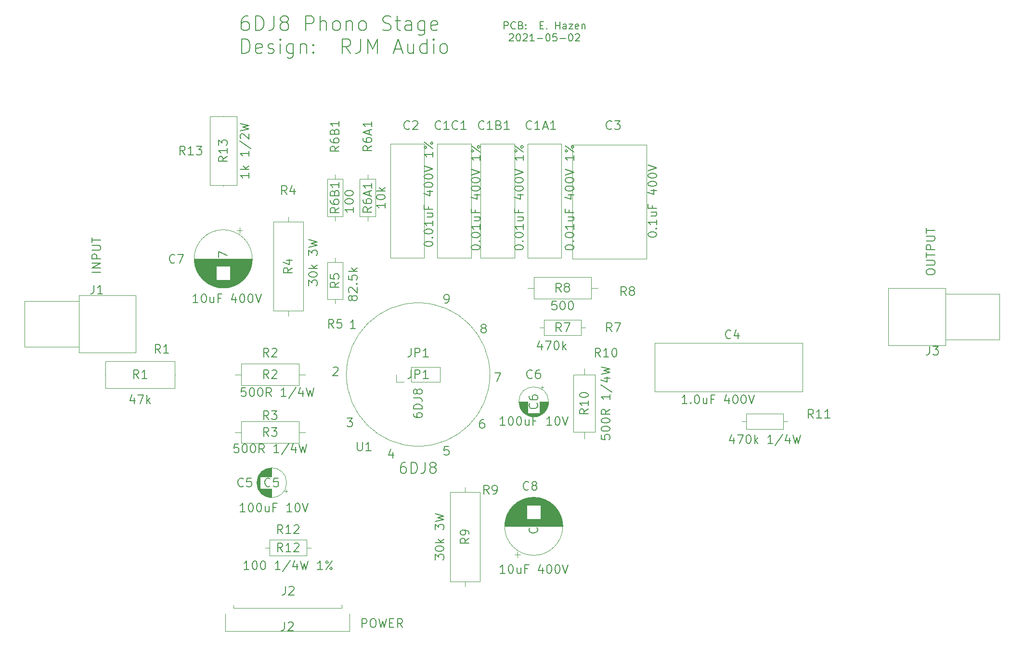
<source format=gbr>
%TF.GenerationSoftware,KiCad,Pcbnew,5.1.9-73d0e3b20d~88~ubuntu20.04.1*%
%TF.CreationDate,2021-05-02T14:23:53-04:00*%
%TF.ProjectId,phono-amp,70686f6e-6f2d-4616-9d70-2e6b69636164,rev?*%
%TF.SameCoordinates,Original*%
%TF.FileFunction,Legend,Top*%
%TF.FilePolarity,Positive*%
%FSLAX46Y46*%
G04 Gerber Fmt 4.6, Leading zero omitted, Abs format (unit mm)*
G04 Created by KiCad (PCBNEW 5.1.9-73d0e3b20d~88~ubuntu20.04.1) date 2021-05-02 14:23:53*
%MOMM*%
%LPD*%
G01*
G04 APERTURE LIST*
%ADD10C,0.203200*%
%ADD11C,0.120000*%
%ADD12C,0.150000*%
G04 APERTURE END LIST*
D10*
X144659047Y-42065423D02*
X144659047Y-40795423D01*
X145142857Y-40795423D01*
X145263809Y-40855900D01*
X145324285Y-40916376D01*
X145384761Y-41037328D01*
X145384761Y-41218757D01*
X145324285Y-41339709D01*
X145263809Y-41400185D01*
X145142857Y-41460661D01*
X144659047Y-41460661D01*
X146654761Y-41944471D02*
X146594285Y-42004947D01*
X146412857Y-42065423D01*
X146291904Y-42065423D01*
X146110476Y-42004947D01*
X145989523Y-41883995D01*
X145929047Y-41763042D01*
X145868571Y-41521138D01*
X145868571Y-41339709D01*
X145929047Y-41097804D01*
X145989523Y-40976852D01*
X146110476Y-40855900D01*
X146291904Y-40795423D01*
X146412857Y-40795423D01*
X146594285Y-40855900D01*
X146654761Y-40916376D01*
X147622380Y-41400185D02*
X147803809Y-41460661D01*
X147864285Y-41521138D01*
X147924761Y-41642090D01*
X147924761Y-41823519D01*
X147864285Y-41944471D01*
X147803809Y-42004947D01*
X147682857Y-42065423D01*
X147199047Y-42065423D01*
X147199047Y-40795423D01*
X147622380Y-40795423D01*
X147743333Y-40855900D01*
X147803809Y-40916376D01*
X147864285Y-41037328D01*
X147864285Y-41158280D01*
X147803809Y-41279233D01*
X147743333Y-41339709D01*
X147622380Y-41400185D01*
X147199047Y-41400185D01*
X148469047Y-41944471D02*
X148529523Y-42004947D01*
X148469047Y-42065423D01*
X148408571Y-42004947D01*
X148469047Y-41944471D01*
X148469047Y-42065423D01*
X148469047Y-41279233D02*
X148529523Y-41339709D01*
X148469047Y-41400185D01*
X148408571Y-41339709D01*
X148469047Y-41279233D01*
X148469047Y-41400185D01*
X151009047Y-41400185D02*
X151432380Y-41400185D01*
X151613809Y-42065423D02*
X151009047Y-42065423D01*
X151009047Y-40795423D01*
X151613809Y-40795423D01*
X152158095Y-41944471D02*
X152218571Y-42004947D01*
X152158095Y-42065423D01*
X152097619Y-42004947D01*
X152158095Y-41944471D01*
X152158095Y-42065423D01*
X153730476Y-42065423D02*
X153730476Y-40795423D01*
X153730476Y-41400185D02*
X154456190Y-41400185D01*
X154456190Y-42065423D02*
X154456190Y-40795423D01*
X155605238Y-42065423D02*
X155605238Y-41400185D01*
X155544761Y-41279233D01*
X155423809Y-41218757D01*
X155181904Y-41218757D01*
X155060952Y-41279233D01*
X155605238Y-42004947D02*
X155484285Y-42065423D01*
X155181904Y-42065423D01*
X155060952Y-42004947D01*
X155000476Y-41883995D01*
X155000476Y-41763042D01*
X155060952Y-41642090D01*
X155181904Y-41581614D01*
X155484285Y-41581614D01*
X155605238Y-41521138D01*
X156089047Y-41218757D02*
X156754285Y-41218757D01*
X156089047Y-42065423D01*
X156754285Y-42065423D01*
X157721904Y-42004947D02*
X157600952Y-42065423D01*
X157359047Y-42065423D01*
X157238095Y-42004947D01*
X157177619Y-41883995D01*
X157177619Y-41400185D01*
X157238095Y-41279233D01*
X157359047Y-41218757D01*
X157600952Y-41218757D01*
X157721904Y-41279233D01*
X157782380Y-41400185D01*
X157782380Y-41521138D01*
X157177619Y-41642090D01*
X158326666Y-41218757D02*
X158326666Y-42065423D01*
X158326666Y-41339709D02*
X158387142Y-41279233D01*
X158508095Y-41218757D01*
X158689523Y-41218757D01*
X158810476Y-41279233D01*
X158870952Y-41400185D01*
X158870952Y-42065423D01*
X145596428Y-43024576D02*
X145656904Y-42964100D01*
X145777857Y-42903623D01*
X146080238Y-42903623D01*
X146201190Y-42964100D01*
X146261666Y-43024576D01*
X146322142Y-43145528D01*
X146322142Y-43266480D01*
X146261666Y-43447909D01*
X145535952Y-44173623D01*
X146322142Y-44173623D01*
X147108333Y-42903623D02*
X147229285Y-42903623D01*
X147350238Y-42964100D01*
X147410714Y-43024576D01*
X147471190Y-43145528D01*
X147531666Y-43387433D01*
X147531666Y-43689814D01*
X147471190Y-43931719D01*
X147410714Y-44052671D01*
X147350238Y-44113147D01*
X147229285Y-44173623D01*
X147108333Y-44173623D01*
X146987380Y-44113147D01*
X146926904Y-44052671D01*
X146866428Y-43931719D01*
X146805952Y-43689814D01*
X146805952Y-43387433D01*
X146866428Y-43145528D01*
X146926904Y-43024576D01*
X146987380Y-42964100D01*
X147108333Y-42903623D01*
X148015476Y-43024576D02*
X148075952Y-42964100D01*
X148196904Y-42903623D01*
X148499285Y-42903623D01*
X148620238Y-42964100D01*
X148680714Y-43024576D01*
X148741190Y-43145528D01*
X148741190Y-43266480D01*
X148680714Y-43447909D01*
X147955000Y-44173623D01*
X148741190Y-44173623D01*
X149950714Y-44173623D02*
X149225000Y-44173623D01*
X149587857Y-44173623D02*
X149587857Y-42903623D01*
X149466904Y-43085052D01*
X149345952Y-43206004D01*
X149225000Y-43266480D01*
X150495000Y-43689814D02*
X151462619Y-43689814D01*
X152309285Y-42903623D02*
X152430238Y-42903623D01*
X152551190Y-42964100D01*
X152611666Y-43024576D01*
X152672142Y-43145528D01*
X152732619Y-43387433D01*
X152732619Y-43689814D01*
X152672142Y-43931719D01*
X152611666Y-44052671D01*
X152551190Y-44113147D01*
X152430238Y-44173623D01*
X152309285Y-44173623D01*
X152188333Y-44113147D01*
X152127857Y-44052671D01*
X152067380Y-43931719D01*
X152006904Y-43689814D01*
X152006904Y-43387433D01*
X152067380Y-43145528D01*
X152127857Y-43024576D01*
X152188333Y-42964100D01*
X152309285Y-42903623D01*
X153881666Y-42903623D02*
X153276904Y-42903623D01*
X153216428Y-43508385D01*
X153276904Y-43447909D01*
X153397857Y-43387433D01*
X153700238Y-43387433D01*
X153821190Y-43447909D01*
X153881666Y-43508385D01*
X153942142Y-43629338D01*
X153942142Y-43931719D01*
X153881666Y-44052671D01*
X153821190Y-44113147D01*
X153700238Y-44173623D01*
X153397857Y-44173623D01*
X153276904Y-44113147D01*
X153216428Y-44052671D01*
X154486428Y-43689814D02*
X155454047Y-43689814D01*
X156300714Y-42903623D02*
X156421666Y-42903623D01*
X156542619Y-42964100D01*
X156603095Y-43024576D01*
X156663571Y-43145528D01*
X156724047Y-43387433D01*
X156724047Y-43689814D01*
X156663571Y-43931719D01*
X156603095Y-44052671D01*
X156542619Y-44113147D01*
X156421666Y-44173623D01*
X156300714Y-44173623D01*
X156179761Y-44113147D01*
X156119285Y-44052671D01*
X156058809Y-43931719D01*
X155998333Y-43689814D01*
X155998333Y-43387433D01*
X156058809Y-43145528D01*
X156119285Y-43024576D01*
X156179761Y-42964100D01*
X156300714Y-42903623D01*
X157207857Y-43024576D02*
X157268333Y-42964100D01*
X157389285Y-42903623D01*
X157691666Y-42903623D01*
X157812619Y-42964100D01*
X157873095Y-43024576D01*
X157933571Y-43145528D01*
X157933571Y-43266480D01*
X157873095Y-43447909D01*
X157147380Y-44173623D01*
X157933571Y-44173623D01*
X99615413Y-39782447D02*
X99131603Y-39782447D01*
X98889699Y-39903400D01*
X98768746Y-40024352D01*
X98526841Y-40387209D01*
X98405889Y-40871019D01*
X98405889Y-41838638D01*
X98526841Y-42080542D01*
X98647794Y-42201495D01*
X98889699Y-42322447D01*
X99373508Y-42322447D01*
X99615413Y-42201495D01*
X99736365Y-42080542D01*
X99857318Y-41838638D01*
X99857318Y-41233876D01*
X99736365Y-40991971D01*
X99615413Y-40871019D01*
X99373508Y-40750066D01*
X98889699Y-40750066D01*
X98647794Y-40871019D01*
X98526841Y-40991971D01*
X98405889Y-41233876D01*
X100945889Y-42322447D02*
X100945889Y-39782447D01*
X101550651Y-39782447D01*
X101913508Y-39903400D01*
X102155413Y-40145304D01*
X102276365Y-40387209D01*
X102397318Y-40871019D01*
X102397318Y-41233876D01*
X102276365Y-41717685D01*
X102155413Y-41959590D01*
X101913508Y-42201495D01*
X101550651Y-42322447D01*
X100945889Y-42322447D01*
X104211603Y-39782447D02*
X104211603Y-41596733D01*
X104090651Y-41959590D01*
X103848746Y-42201495D01*
X103485889Y-42322447D01*
X103243984Y-42322447D01*
X105783984Y-40871019D02*
X105542080Y-40750066D01*
X105421127Y-40629114D01*
X105300175Y-40387209D01*
X105300175Y-40266257D01*
X105421127Y-40024352D01*
X105542080Y-39903400D01*
X105783984Y-39782447D01*
X106267794Y-39782447D01*
X106509699Y-39903400D01*
X106630651Y-40024352D01*
X106751603Y-40266257D01*
X106751603Y-40387209D01*
X106630651Y-40629114D01*
X106509699Y-40750066D01*
X106267794Y-40871019D01*
X105783984Y-40871019D01*
X105542080Y-40991971D01*
X105421127Y-41112923D01*
X105300175Y-41354828D01*
X105300175Y-41838638D01*
X105421127Y-42080542D01*
X105542080Y-42201495D01*
X105783984Y-42322447D01*
X106267794Y-42322447D01*
X106509699Y-42201495D01*
X106630651Y-42080542D01*
X106751603Y-41838638D01*
X106751603Y-41354828D01*
X106630651Y-41112923D01*
X106509699Y-40991971D01*
X106267794Y-40871019D01*
X109775413Y-42322447D02*
X109775413Y-39782447D01*
X110743032Y-39782447D01*
X110984937Y-39903400D01*
X111105889Y-40024352D01*
X111226841Y-40266257D01*
X111226841Y-40629114D01*
X111105889Y-40871019D01*
X110984937Y-40991971D01*
X110743032Y-41112923D01*
X109775413Y-41112923D01*
X112315413Y-42322447D02*
X112315413Y-39782447D01*
X113403984Y-42322447D02*
X113403984Y-40991971D01*
X113283032Y-40750066D01*
X113041127Y-40629114D01*
X112678270Y-40629114D01*
X112436365Y-40750066D01*
X112315413Y-40871019D01*
X114976365Y-42322447D02*
X114734460Y-42201495D01*
X114613508Y-42080542D01*
X114492556Y-41838638D01*
X114492556Y-41112923D01*
X114613508Y-40871019D01*
X114734460Y-40750066D01*
X114976365Y-40629114D01*
X115339222Y-40629114D01*
X115581127Y-40750066D01*
X115702080Y-40871019D01*
X115823032Y-41112923D01*
X115823032Y-41838638D01*
X115702080Y-42080542D01*
X115581127Y-42201495D01*
X115339222Y-42322447D01*
X114976365Y-42322447D01*
X116911603Y-40629114D02*
X116911603Y-42322447D01*
X116911603Y-40871019D02*
X117032556Y-40750066D01*
X117274460Y-40629114D01*
X117637318Y-40629114D01*
X117879222Y-40750066D01*
X118000175Y-40991971D01*
X118000175Y-42322447D01*
X119572556Y-42322447D02*
X119330651Y-42201495D01*
X119209699Y-42080542D01*
X119088746Y-41838638D01*
X119088746Y-41112923D01*
X119209699Y-40871019D01*
X119330651Y-40750066D01*
X119572556Y-40629114D01*
X119935413Y-40629114D01*
X120177318Y-40750066D01*
X120298270Y-40871019D01*
X120419222Y-41112923D01*
X120419222Y-41838638D01*
X120298270Y-42080542D01*
X120177318Y-42201495D01*
X119935413Y-42322447D01*
X119572556Y-42322447D01*
X123322080Y-42201495D02*
X123684937Y-42322447D01*
X124289699Y-42322447D01*
X124531603Y-42201495D01*
X124652556Y-42080542D01*
X124773508Y-41838638D01*
X124773508Y-41596733D01*
X124652556Y-41354828D01*
X124531603Y-41233876D01*
X124289699Y-41112923D01*
X123805889Y-40991971D01*
X123563984Y-40871019D01*
X123443032Y-40750066D01*
X123322080Y-40508161D01*
X123322080Y-40266257D01*
X123443032Y-40024352D01*
X123563984Y-39903400D01*
X123805889Y-39782447D01*
X124410651Y-39782447D01*
X124773508Y-39903400D01*
X125499222Y-40629114D02*
X126466841Y-40629114D01*
X125862080Y-39782447D02*
X125862080Y-41959590D01*
X125983032Y-42201495D01*
X126224937Y-42322447D01*
X126466841Y-42322447D01*
X128402080Y-42322447D02*
X128402080Y-40991971D01*
X128281127Y-40750066D01*
X128039222Y-40629114D01*
X127555413Y-40629114D01*
X127313508Y-40750066D01*
X128402080Y-42201495D02*
X128160175Y-42322447D01*
X127555413Y-42322447D01*
X127313508Y-42201495D01*
X127192556Y-41959590D01*
X127192556Y-41717685D01*
X127313508Y-41475780D01*
X127555413Y-41354828D01*
X128160175Y-41354828D01*
X128402080Y-41233876D01*
X130700175Y-40629114D02*
X130700175Y-42685304D01*
X130579222Y-42927209D01*
X130458270Y-43048161D01*
X130216365Y-43169114D01*
X129853508Y-43169114D01*
X129611603Y-43048161D01*
X130700175Y-42201495D02*
X130458270Y-42322447D01*
X129974460Y-42322447D01*
X129732556Y-42201495D01*
X129611603Y-42080542D01*
X129490651Y-41838638D01*
X129490651Y-41112923D01*
X129611603Y-40871019D01*
X129732556Y-40750066D01*
X129974460Y-40629114D01*
X130458270Y-40629114D01*
X130700175Y-40750066D01*
X132877318Y-42201495D02*
X132635413Y-42322447D01*
X132151603Y-42322447D01*
X131909699Y-42201495D01*
X131788746Y-41959590D01*
X131788746Y-40991971D01*
X131909699Y-40750066D01*
X132151603Y-40629114D01*
X132635413Y-40629114D01*
X132877318Y-40750066D01*
X132998270Y-40991971D01*
X132998270Y-41233876D01*
X131788746Y-41475780D01*
X98526841Y-46335647D02*
X98526841Y-43795647D01*
X99131603Y-43795647D01*
X99494460Y-43916600D01*
X99736365Y-44158504D01*
X99857318Y-44400409D01*
X99978270Y-44884219D01*
X99978270Y-45247076D01*
X99857318Y-45730885D01*
X99736365Y-45972790D01*
X99494460Y-46214695D01*
X99131603Y-46335647D01*
X98526841Y-46335647D01*
X102034460Y-46214695D02*
X101792556Y-46335647D01*
X101308746Y-46335647D01*
X101066841Y-46214695D01*
X100945889Y-45972790D01*
X100945889Y-45005171D01*
X101066841Y-44763266D01*
X101308746Y-44642314D01*
X101792556Y-44642314D01*
X102034460Y-44763266D01*
X102155413Y-45005171D01*
X102155413Y-45247076D01*
X100945889Y-45488980D01*
X103123032Y-46214695D02*
X103364937Y-46335647D01*
X103848746Y-46335647D01*
X104090651Y-46214695D01*
X104211603Y-45972790D01*
X104211603Y-45851838D01*
X104090651Y-45609933D01*
X103848746Y-45488980D01*
X103485889Y-45488980D01*
X103243984Y-45368028D01*
X103123032Y-45126123D01*
X103123032Y-45005171D01*
X103243984Y-44763266D01*
X103485889Y-44642314D01*
X103848746Y-44642314D01*
X104090651Y-44763266D01*
X105300175Y-46335647D02*
X105300175Y-44642314D01*
X105300175Y-43795647D02*
X105179222Y-43916600D01*
X105300175Y-44037552D01*
X105421127Y-43916600D01*
X105300175Y-43795647D01*
X105300175Y-44037552D01*
X107598270Y-44642314D02*
X107598270Y-46698504D01*
X107477318Y-46940409D01*
X107356365Y-47061361D01*
X107114460Y-47182314D01*
X106751603Y-47182314D01*
X106509699Y-47061361D01*
X107598270Y-46214695D02*
X107356365Y-46335647D01*
X106872556Y-46335647D01*
X106630651Y-46214695D01*
X106509699Y-46093742D01*
X106388746Y-45851838D01*
X106388746Y-45126123D01*
X106509699Y-44884219D01*
X106630651Y-44763266D01*
X106872556Y-44642314D01*
X107356365Y-44642314D01*
X107598270Y-44763266D01*
X108807794Y-44642314D02*
X108807794Y-46335647D01*
X108807794Y-44884219D02*
X108928746Y-44763266D01*
X109170651Y-44642314D01*
X109533508Y-44642314D01*
X109775413Y-44763266D01*
X109896365Y-45005171D01*
X109896365Y-46335647D01*
X111105889Y-46093742D02*
X111226841Y-46214695D01*
X111105889Y-46335647D01*
X110984937Y-46214695D01*
X111105889Y-46093742D01*
X111105889Y-46335647D01*
X111105889Y-44763266D02*
X111226841Y-44884219D01*
X111105889Y-45005171D01*
X110984937Y-44884219D01*
X111105889Y-44763266D01*
X111105889Y-45005171D01*
X117637318Y-46335647D02*
X116790651Y-45126123D01*
X116185889Y-46335647D02*
X116185889Y-43795647D01*
X117153508Y-43795647D01*
X117395413Y-43916600D01*
X117516365Y-44037552D01*
X117637318Y-44279457D01*
X117637318Y-44642314D01*
X117516365Y-44884219D01*
X117395413Y-45005171D01*
X117153508Y-45126123D01*
X116185889Y-45126123D01*
X119451603Y-43795647D02*
X119451603Y-45609933D01*
X119330651Y-45972790D01*
X119088746Y-46214695D01*
X118725889Y-46335647D01*
X118483984Y-46335647D01*
X120661127Y-46335647D02*
X120661127Y-43795647D01*
X121507794Y-45609933D01*
X122354460Y-43795647D01*
X122354460Y-46335647D01*
X125378270Y-45609933D02*
X126587794Y-45609933D01*
X125136365Y-46335647D02*
X125983032Y-43795647D01*
X126829699Y-46335647D01*
X128764937Y-44642314D02*
X128764937Y-46335647D01*
X127676365Y-44642314D02*
X127676365Y-45972790D01*
X127797318Y-46214695D01*
X128039222Y-46335647D01*
X128402080Y-46335647D01*
X128643984Y-46214695D01*
X128764937Y-46093742D01*
X131063032Y-46335647D02*
X131063032Y-43795647D01*
X131063032Y-46214695D02*
X130821127Y-46335647D01*
X130337318Y-46335647D01*
X130095413Y-46214695D01*
X129974460Y-46093742D01*
X129853508Y-45851838D01*
X129853508Y-45126123D01*
X129974460Y-44884219D01*
X130095413Y-44763266D01*
X130337318Y-44642314D01*
X130821127Y-44642314D01*
X131063032Y-44763266D01*
X132272556Y-46335647D02*
X132272556Y-44642314D01*
X132272556Y-43795647D02*
X132151603Y-43916600D01*
X132272556Y-44037552D01*
X132393508Y-43916600D01*
X132272556Y-43795647D01*
X132272556Y-44037552D01*
X133844937Y-46335647D02*
X133603032Y-46214695D01*
X133482080Y-46093742D01*
X133361127Y-45851838D01*
X133361127Y-45126123D01*
X133482080Y-44884219D01*
X133603032Y-44763266D01*
X133844937Y-44642314D01*
X134207794Y-44642314D01*
X134449699Y-44763266D01*
X134570651Y-44884219D01*
X134691603Y-45126123D01*
X134691603Y-45851838D01*
X134570651Y-46093742D01*
X134449699Y-46214695D01*
X134207794Y-46335647D01*
X133844937Y-46335647D01*
D11*
%TO.C,C2*%
X124635000Y-62310000D02*
X127635000Y-62310000D01*
X124635000Y-82310000D02*
X124635000Y-62310000D01*
X130635000Y-82310000D02*
X124635000Y-82310000D01*
X130635000Y-62310000D02*
X130635000Y-82310000D01*
X127635000Y-62310000D02*
X130635000Y-62310000D01*
%TO.C,C3*%
X163195000Y-82470000D02*
X156695000Y-82470000D01*
X156695000Y-82470000D02*
X156695000Y-62470000D01*
X156695000Y-62470000D02*
X169695000Y-62470000D01*
X169695000Y-62470000D02*
X169695000Y-82470000D01*
X169695000Y-82470000D02*
X163195000Y-82470000D01*
%TO.C,C4*%
X197150000Y-97350000D02*
X197150000Y-105850000D01*
X197150000Y-105850000D02*
X171150000Y-105850000D01*
X171150000Y-105850000D02*
X171150000Y-97350000D01*
X171150000Y-97350000D02*
X197150000Y-97350000D01*
%TO.C,C5*%
X106395000Y-121920000D02*
G75*
G03*
X106395000Y-121920000I-2620000J0D01*
G01*
X103775000Y-120880000D02*
X103775000Y-119340000D01*
X103775000Y-124500000D02*
X103775000Y-122960000D01*
X103735000Y-120880000D02*
X103735000Y-119340000D01*
X103735000Y-124500000D02*
X103735000Y-122960000D01*
X103695000Y-124499000D02*
X103695000Y-122960000D01*
X103695000Y-120880000D02*
X103695000Y-119341000D01*
X103655000Y-124498000D02*
X103655000Y-122960000D01*
X103655000Y-120880000D02*
X103655000Y-119342000D01*
X103615000Y-124496000D02*
X103615000Y-122960000D01*
X103615000Y-120880000D02*
X103615000Y-119344000D01*
X103575000Y-124493000D02*
X103575000Y-122960000D01*
X103575000Y-120880000D02*
X103575000Y-119347000D01*
X103535000Y-124489000D02*
X103535000Y-122960000D01*
X103535000Y-120880000D02*
X103535000Y-119351000D01*
X103495000Y-124485000D02*
X103495000Y-122960000D01*
X103495000Y-120880000D02*
X103495000Y-119355000D01*
X103455000Y-124481000D02*
X103455000Y-122960000D01*
X103455000Y-120880000D02*
X103455000Y-119359000D01*
X103415000Y-124476000D02*
X103415000Y-122960000D01*
X103415000Y-120880000D02*
X103415000Y-119364000D01*
X103375000Y-124470000D02*
X103375000Y-122960000D01*
X103375000Y-120880000D02*
X103375000Y-119370000D01*
X103335000Y-124463000D02*
X103335000Y-122960000D01*
X103335000Y-120880000D02*
X103335000Y-119377000D01*
X103295000Y-124456000D02*
X103295000Y-122960000D01*
X103295000Y-120880000D02*
X103295000Y-119384000D01*
X103255000Y-124448000D02*
X103255000Y-122960000D01*
X103255000Y-120880000D02*
X103255000Y-119392000D01*
X103215000Y-124440000D02*
X103215000Y-122960000D01*
X103215000Y-120880000D02*
X103215000Y-119400000D01*
X103175000Y-124431000D02*
X103175000Y-122960000D01*
X103175000Y-120880000D02*
X103175000Y-119409000D01*
X103135000Y-124421000D02*
X103135000Y-122960000D01*
X103135000Y-120880000D02*
X103135000Y-119419000D01*
X103095000Y-124411000D02*
X103095000Y-122960000D01*
X103095000Y-120880000D02*
X103095000Y-119429000D01*
X103054000Y-124400000D02*
X103054000Y-122960000D01*
X103054000Y-120880000D02*
X103054000Y-119440000D01*
X103014000Y-124388000D02*
X103014000Y-122960000D01*
X103014000Y-120880000D02*
X103014000Y-119452000D01*
X102974000Y-124375000D02*
X102974000Y-122960000D01*
X102974000Y-120880000D02*
X102974000Y-119465000D01*
X102934000Y-124362000D02*
X102934000Y-122960000D01*
X102934000Y-120880000D02*
X102934000Y-119478000D01*
X102894000Y-124348000D02*
X102894000Y-122960000D01*
X102894000Y-120880000D02*
X102894000Y-119492000D01*
X102854000Y-124334000D02*
X102854000Y-122960000D01*
X102854000Y-120880000D02*
X102854000Y-119506000D01*
X102814000Y-124318000D02*
X102814000Y-122960000D01*
X102814000Y-120880000D02*
X102814000Y-119522000D01*
X102774000Y-124302000D02*
X102774000Y-122960000D01*
X102774000Y-120880000D02*
X102774000Y-119538000D01*
X102734000Y-124285000D02*
X102734000Y-122960000D01*
X102734000Y-120880000D02*
X102734000Y-119555000D01*
X102694000Y-124268000D02*
X102694000Y-122960000D01*
X102694000Y-120880000D02*
X102694000Y-119572000D01*
X102654000Y-124249000D02*
X102654000Y-122960000D01*
X102654000Y-120880000D02*
X102654000Y-119591000D01*
X102614000Y-124230000D02*
X102614000Y-122960000D01*
X102614000Y-120880000D02*
X102614000Y-119610000D01*
X102574000Y-124210000D02*
X102574000Y-122960000D01*
X102574000Y-120880000D02*
X102574000Y-119630000D01*
X102534000Y-124188000D02*
X102534000Y-122960000D01*
X102534000Y-120880000D02*
X102534000Y-119652000D01*
X102494000Y-124167000D02*
X102494000Y-122960000D01*
X102494000Y-120880000D02*
X102494000Y-119673000D01*
X102454000Y-124144000D02*
X102454000Y-122960000D01*
X102454000Y-120880000D02*
X102454000Y-119696000D01*
X102414000Y-124120000D02*
X102414000Y-122960000D01*
X102414000Y-120880000D02*
X102414000Y-119720000D01*
X102374000Y-124095000D02*
X102374000Y-122960000D01*
X102374000Y-120880000D02*
X102374000Y-119745000D01*
X102334000Y-124069000D02*
X102334000Y-122960000D01*
X102334000Y-120880000D02*
X102334000Y-119771000D01*
X102294000Y-124042000D02*
X102294000Y-122960000D01*
X102294000Y-120880000D02*
X102294000Y-119798000D01*
X102254000Y-124015000D02*
X102254000Y-122960000D01*
X102254000Y-120880000D02*
X102254000Y-119825000D01*
X102214000Y-123985000D02*
X102214000Y-122960000D01*
X102214000Y-120880000D02*
X102214000Y-119855000D01*
X102174000Y-123955000D02*
X102174000Y-122960000D01*
X102174000Y-120880000D02*
X102174000Y-119885000D01*
X102134000Y-123924000D02*
X102134000Y-122960000D01*
X102134000Y-120880000D02*
X102134000Y-119916000D01*
X102094000Y-123891000D02*
X102094000Y-122960000D01*
X102094000Y-120880000D02*
X102094000Y-119949000D01*
X102054000Y-123857000D02*
X102054000Y-122960000D01*
X102054000Y-120880000D02*
X102054000Y-119983000D01*
X102014000Y-123821000D02*
X102014000Y-122960000D01*
X102014000Y-120880000D02*
X102014000Y-120019000D01*
X101974000Y-123784000D02*
X101974000Y-122960000D01*
X101974000Y-120880000D02*
X101974000Y-120056000D01*
X101934000Y-123746000D02*
X101934000Y-122960000D01*
X101934000Y-120880000D02*
X101934000Y-120094000D01*
X101894000Y-123705000D02*
X101894000Y-122960000D01*
X101894000Y-120880000D02*
X101894000Y-120135000D01*
X101854000Y-123663000D02*
X101854000Y-122960000D01*
X101854000Y-120880000D02*
X101854000Y-120177000D01*
X101814000Y-123619000D02*
X101814000Y-122960000D01*
X101814000Y-120880000D02*
X101814000Y-120221000D01*
X101774000Y-123573000D02*
X101774000Y-122960000D01*
X101774000Y-120880000D02*
X101774000Y-120267000D01*
X101734000Y-123525000D02*
X101734000Y-120315000D01*
X101694000Y-123474000D02*
X101694000Y-120366000D01*
X101654000Y-123420000D02*
X101654000Y-120420000D01*
X101614000Y-123363000D02*
X101614000Y-120477000D01*
X101574000Y-123303000D02*
X101574000Y-120537000D01*
X101534000Y-123239000D02*
X101534000Y-120601000D01*
X101494000Y-123171000D02*
X101494000Y-120669000D01*
X101454000Y-123098000D02*
X101454000Y-120742000D01*
X101414000Y-123018000D02*
X101414000Y-120822000D01*
X101374000Y-122931000D02*
X101374000Y-120909000D01*
X101334000Y-122835000D02*
X101334000Y-121005000D01*
X101294000Y-122725000D02*
X101294000Y-121115000D01*
X101254000Y-122597000D02*
X101254000Y-121243000D01*
X101214000Y-122438000D02*
X101214000Y-121402000D01*
X101174000Y-122204000D02*
X101174000Y-121636000D01*
X106579775Y-123395000D02*
X106079775Y-123395000D01*
X106329775Y-123645000D02*
X106329775Y-123145000D01*
%TO.C,C6*%
X151585000Y-105125225D02*
X151085000Y-105125225D01*
X151335000Y-104875225D02*
X151335000Y-105375225D01*
X150144000Y-110281000D02*
X149576000Y-110281000D01*
X150378000Y-110241000D02*
X149342000Y-110241000D01*
X150537000Y-110201000D02*
X149183000Y-110201000D01*
X150665000Y-110161000D02*
X149055000Y-110161000D01*
X150775000Y-110121000D02*
X148945000Y-110121000D01*
X150871000Y-110081000D02*
X148849000Y-110081000D01*
X150958000Y-110041000D02*
X148762000Y-110041000D01*
X151038000Y-110001000D02*
X148682000Y-110001000D01*
X151111000Y-109961000D02*
X148609000Y-109961000D01*
X151179000Y-109921000D02*
X148541000Y-109921000D01*
X151243000Y-109881000D02*
X148477000Y-109881000D01*
X151303000Y-109841000D02*
X148417000Y-109841000D01*
X151360000Y-109801000D02*
X148360000Y-109801000D01*
X151414000Y-109761000D02*
X148306000Y-109761000D01*
X151465000Y-109721000D02*
X148255000Y-109721000D01*
X148820000Y-109681000D02*
X148207000Y-109681000D01*
X151513000Y-109681000D02*
X150900000Y-109681000D01*
X148820000Y-109641000D02*
X148161000Y-109641000D01*
X151559000Y-109641000D02*
X150900000Y-109641000D01*
X148820000Y-109601000D02*
X148117000Y-109601000D01*
X151603000Y-109601000D02*
X150900000Y-109601000D01*
X148820000Y-109561000D02*
X148075000Y-109561000D01*
X151645000Y-109561000D02*
X150900000Y-109561000D01*
X148820000Y-109521000D02*
X148034000Y-109521000D01*
X151686000Y-109521000D02*
X150900000Y-109521000D01*
X148820000Y-109481000D02*
X147996000Y-109481000D01*
X151724000Y-109481000D02*
X150900000Y-109481000D01*
X148820000Y-109441000D02*
X147959000Y-109441000D01*
X151761000Y-109441000D02*
X150900000Y-109441000D01*
X148820000Y-109401000D02*
X147923000Y-109401000D01*
X151797000Y-109401000D02*
X150900000Y-109401000D01*
X148820000Y-109361000D02*
X147889000Y-109361000D01*
X151831000Y-109361000D02*
X150900000Y-109361000D01*
X148820000Y-109321000D02*
X147856000Y-109321000D01*
X151864000Y-109321000D02*
X150900000Y-109321000D01*
X148820000Y-109281000D02*
X147825000Y-109281000D01*
X151895000Y-109281000D02*
X150900000Y-109281000D01*
X148820000Y-109241000D02*
X147795000Y-109241000D01*
X151925000Y-109241000D02*
X150900000Y-109241000D01*
X148820000Y-109201000D02*
X147765000Y-109201000D01*
X151955000Y-109201000D02*
X150900000Y-109201000D01*
X148820000Y-109161000D02*
X147738000Y-109161000D01*
X151982000Y-109161000D02*
X150900000Y-109161000D01*
X148820000Y-109121000D02*
X147711000Y-109121000D01*
X152009000Y-109121000D02*
X150900000Y-109121000D01*
X148820000Y-109081000D02*
X147685000Y-109081000D01*
X152035000Y-109081000D02*
X150900000Y-109081000D01*
X148820000Y-109041000D02*
X147660000Y-109041000D01*
X152060000Y-109041000D02*
X150900000Y-109041000D01*
X148820000Y-109001000D02*
X147636000Y-109001000D01*
X152084000Y-109001000D02*
X150900000Y-109001000D01*
X148820000Y-108961000D02*
X147613000Y-108961000D01*
X152107000Y-108961000D02*
X150900000Y-108961000D01*
X148820000Y-108921000D02*
X147592000Y-108921000D01*
X152128000Y-108921000D02*
X150900000Y-108921000D01*
X148820000Y-108881000D02*
X147570000Y-108881000D01*
X152150000Y-108881000D02*
X150900000Y-108881000D01*
X148820000Y-108841000D02*
X147550000Y-108841000D01*
X152170000Y-108841000D02*
X150900000Y-108841000D01*
X148820000Y-108801000D02*
X147531000Y-108801000D01*
X152189000Y-108801000D02*
X150900000Y-108801000D01*
X148820000Y-108761000D02*
X147512000Y-108761000D01*
X152208000Y-108761000D02*
X150900000Y-108761000D01*
X148820000Y-108721000D02*
X147495000Y-108721000D01*
X152225000Y-108721000D02*
X150900000Y-108721000D01*
X148820000Y-108681000D02*
X147478000Y-108681000D01*
X152242000Y-108681000D02*
X150900000Y-108681000D01*
X148820000Y-108641000D02*
X147462000Y-108641000D01*
X152258000Y-108641000D02*
X150900000Y-108641000D01*
X148820000Y-108601000D02*
X147446000Y-108601000D01*
X152274000Y-108601000D02*
X150900000Y-108601000D01*
X148820000Y-108561000D02*
X147432000Y-108561000D01*
X152288000Y-108561000D02*
X150900000Y-108561000D01*
X148820000Y-108521000D02*
X147418000Y-108521000D01*
X152302000Y-108521000D02*
X150900000Y-108521000D01*
X148820000Y-108481000D02*
X147405000Y-108481000D01*
X152315000Y-108481000D02*
X150900000Y-108481000D01*
X148820000Y-108441000D02*
X147392000Y-108441000D01*
X152328000Y-108441000D02*
X150900000Y-108441000D01*
X148820000Y-108401000D02*
X147380000Y-108401000D01*
X152340000Y-108401000D02*
X150900000Y-108401000D01*
X148820000Y-108360000D02*
X147369000Y-108360000D01*
X152351000Y-108360000D02*
X150900000Y-108360000D01*
X148820000Y-108320000D02*
X147359000Y-108320000D01*
X152361000Y-108320000D02*
X150900000Y-108320000D01*
X148820000Y-108280000D02*
X147349000Y-108280000D01*
X152371000Y-108280000D02*
X150900000Y-108280000D01*
X148820000Y-108240000D02*
X147340000Y-108240000D01*
X152380000Y-108240000D02*
X150900000Y-108240000D01*
X148820000Y-108200000D02*
X147332000Y-108200000D01*
X152388000Y-108200000D02*
X150900000Y-108200000D01*
X148820000Y-108160000D02*
X147324000Y-108160000D01*
X152396000Y-108160000D02*
X150900000Y-108160000D01*
X148820000Y-108120000D02*
X147317000Y-108120000D01*
X152403000Y-108120000D02*
X150900000Y-108120000D01*
X148820000Y-108080000D02*
X147310000Y-108080000D01*
X152410000Y-108080000D02*
X150900000Y-108080000D01*
X148820000Y-108040000D02*
X147304000Y-108040000D01*
X152416000Y-108040000D02*
X150900000Y-108040000D01*
X148820000Y-108000000D02*
X147299000Y-108000000D01*
X152421000Y-108000000D02*
X150900000Y-108000000D01*
X148820000Y-107960000D02*
X147295000Y-107960000D01*
X152425000Y-107960000D02*
X150900000Y-107960000D01*
X148820000Y-107920000D02*
X147291000Y-107920000D01*
X152429000Y-107920000D02*
X150900000Y-107920000D01*
X148820000Y-107880000D02*
X147287000Y-107880000D01*
X152433000Y-107880000D02*
X150900000Y-107880000D01*
X148820000Y-107840000D02*
X147284000Y-107840000D01*
X152436000Y-107840000D02*
X150900000Y-107840000D01*
X148820000Y-107800000D02*
X147282000Y-107800000D01*
X152438000Y-107800000D02*
X150900000Y-107800000D01*
X148820000Y-107760000D02*
X147281000Y-107760000D01*
X152439000Y-107760000D02*
X150900000Y-107760000D01*
X152440000Y-107720000D02*
X150900000Y-107720000D01*
X148820000Y-107720000D02*
X147280000Y-107720000D01*
X152440000Y-107680000D02*
X150900000Y-107680000D01*
X148820000Y-107680000D02*
X147280000Y-107680000D01*
X152480000Y-107680000D02*
G75*
G03*
X152480000Y-107680000I-2620000J0D01*
G01*
%TO.C,C7*%
X98625000Y-77530354D02*
X97625000Y-77530354D01*
X98125000Y-77030354D02*
X98125000Y-78030354D01*
X95849000Y-87591000D02*
X94651000Y-87591000D01*
X96112000Y-87551000D02*
X94388000Y-87551000D01*
X96312000Y-87511000D02*
X94188000Y-87511000D01*
X96480000Y-87471000D02*
X94020000Y-87471000D01*
X96628000Y-87431000D02*
X93872000Y-87431000D01*
X96760000Y-87391000D02*
X93740000Y-87391000D01*
X96880000Y-87351000D02*
X93620000Y-87351000D01*
X96992000Y-87311000D02*
X93508000Y-87311000D01*
X97096000Y-87271000D02*
X93404000Y-87271000D01*
X97194000Y-87231000D02*
X93306000Y-87231000D01*
X97287000Y-87191000D02*
X93213000Y-87191000D01*
X97375000Y-87151000D02*
X93125000Y-87151000D01*
X97459000Y-87111000D02*
X93041000Y-87111000D01*
X97539000Y-87071000D02*
X92961000Y-87071000D01*
X97615000Y-87031000D02*
X92885000Y-87031000D01*
X97689000Y-86991000D02*
X92811000Y-86991000D01*
X97760000Y-86951000D02*
X92740000Y-86951000D01*
X97829000Y-86911000D02*
X92671000Y-86911000D01*
X97895000Y-86871000D02*
X92605000Y-86871000D01*
X97959000Y-86831000D02*
X92541000Y-86831000D01*
X98020000Y-86791000D02*
X92480000Y-86791000D01*
X98080000Y-86751000D02*
X92420000Y-86751000D01*
X98139000Y-86711000D02*
X92361000Y-86711000D01*
X98195000Y-86671000D02*
X92305000Y-86671000D01*
X98250000Y-86631000D02*
X92250000Y-86631000D01*
X98304000Y-86591000D02*
X92196000Y-86591000D01*
X98356000Y-86551000D02*
X92144000Y-86551000D01*
X98406000Y-86511000D02*
X92094000Y-86511000D01*
X98456000Y-86471000D02*
X92044000Y-86471000D01*
X98504000Y-86431000D02*
X91996000Y-86431000D01*
X98551000Y-86391000D02*
X91949000Y-86391000D01*
X98597000Y-86351000D02*
X91903000Y-86351000D01*
X98642000Y-86311000D02*
X91858000Y-86311000D01*
X98686000Y-86271000D02*
X91814000Y-86271000D01*
X94009000Y-86231000D02*
X91772000Y-86231000D01*
X98728000Y-86231000D02*
X96491000Y-86231000D01*
X94009000Y-86191000D02*
X91730000Y-86191000D01*
X98770000Y-86191000D02*
X96491000Y-86191000D01*
X94009000Y-86151000D02*
X91689000Y-86151000D01*
X98811000Y-86151000D02*
X96491000Y-86151000D01*
X94009000Y-86111000D02*
X91649000Y-86111000D01*
X98851000Y-86111000D02*
X96491000Y-86111000D01*
X94009000Y-86071000D02*
X91610000Y-86071000D01*
X98890000Y-86071000D02*
X96491000Y-86071000D01*
X94009000Y-86031000D02*
X91571000Y-86031000D01*
X98929000Y-86031000D02*
X96491000Y-86031000D01*
X94009000Y-85991000D02*
X91534000Y-85991000D01*
X98966000Y-85991000D02*
X96491000Y-85991000D01*
X94009000Y-85951000D02*
X91497000Y-85951000D01*
X99003000Y-85951000D02*
X96491000Y-85951000D01*
X94009000Y-85911000D02*
X91461000Y-85911000D01*
X99039000Y-85911000D02*
X96491000Y-85911000D01*
X94009000Y-85871000D02*
X91426000Y-85871000D01*
X99074000Y-85871000D02*
X96491000Y-85871000D01*
X94009000Y-85831000D02*
X91392000Y-85831000D01*
X99108000Y-85831000D02*
X96491000Y-85831000D01*
X94009000Y-85791000D02*
X91358000Y-85791000D01*
X99142000Y-85791000D02*
X96491000Y-85791000D01*
X94009000Y-85751000D02*
X91325000Y-85751000D01*
X99175000Y-85751000D02*
X96491000Y-85751000D01*
X94009000Y-85711000D02*
X91293000Y-85711000D01*
X99207000Y-85711000D02*
X96491000Y-85711000D01*
X94009000Y-85671000D02*
X91261000Y-85671000D01*
X99239000Y-85671000D02*
X96491000Y-85671000D01*
X94009000Y-85631000D02*
X91230000Y-85631000D01*
X99270000Y-85631000D02*
X96491000Y-85631000D01*
X94009000Y-85591000D02*
X91200000Y-85591000D01*
X99300000Y-85591000D02*
X96491000Y-85591000D01*
X94009000Y-85551000D02*
X91170000Y-85551000D01*
X99330000Y-85551000D02*
X96491000Y-85551000D01*
X94009000Y-85511000D02*
X91140000Y-85511000D01*
X99360000Y-85511000D02*
X96491000Y-85511000D01*
X94009000Y-85471000D02*
X91112000Y-85471000D01*
X99388000Y-85471000D02*
X96491000Y-85471000D01*
X94009000Y-85431000D02*
X91084000Y-85431000D01*
X99416000Y-85431000D02*
X96491000Y-85431000D01*
X94009000Y-85391000D02*
X91056000Y-85391000D01*
X99444000Y-85391000D02*
X96491000Y-85391000D01*
X94009000Y-85351000D02*
X91029000Y-85351000D01*
X99471000Y-85351000D02*
X96491000Y-85351000D01*
X94009000Y-85311000D02*
X91003000Y-85311000D01*
X99497000Y-85311000D02*
X96491000Y-85311000D01*
X94009000Y-85271000D02*
X90977000Y-85271000D01*
X99523000Y-85271000D02*
X96491000Y-85271000D01*
X94009000Y-85231000D02*
X90952000Y-85231000D01*
X99548000Y-85231000D02*
X96491000Y-85231000D01*
X94009000Y-85191000D02*
X90927000Y-85191000D01*
X99573000Y-85191000D02*
X96491000Y-85191000D01*
X94009000Y-85151000D02*
X90903000Y-85151000D01*
X99597000Y-85151000D02*
X96491000Y-85151000D01*
X94009000Y-85111000D02*
X90879000Y-85111000D01*
X99621000Y-85111000D02*
X96491000Y-85111000D01*
X94009000Y-85071000D02*
X90855000Y-85071000D01*
X99645000Y-85071000D02*
X96491000Y-85071000D01*
X94009000Y-85031000D02*
X90833000Y-85031000D01*
X99667000Y-85031000D02*
X96491000Y-85031000D01*
X94009000Y-84991000D02*
X90810000Y-84991000D01*
X99690000Y-84991000D02*
X96491000Y-84991000D01*
X94009000Y-84951000D02*
X90788000Y-84951000D01*
X99712000Y-84951000D02*
X96491000Y-84951000D01*
X94009000Y-84911000D02*
X90767000Y-84911000D01*
X99733000Y-84911000D02*
X96491000Y-84911000D01*
X94009000Y-84871000D02*
X90746000Y-84871000D01*
X99754000Y-84871000D02*
X96491000Y-84871000D01*
X94009000Y-84831000D02*
X90725000Y-84831000D01*
X99775000Y-84831000D02*
X96491000Y-84831000D01*
X94009000Y-84791000D02*
X90705000Y-84791000D01*
X99795000Y-84791000D02*
X96491000Y-84791000D01*
X94009000Y-84751000D02*
X90686000Y-84751000D01*
X99814000Y-84751000D02*
X96491000Y-84751000D01*
X94009000Y-84711000D02*
X90666000Y-84711000D01*
X99834000Y-84711000D02*
X96491000Y-84711000D01*
X94009000Y-84671000D02*
X90647000Y-84671000D01*
X99853000Y-84671000D02*
X96491000Y-84671000D01*
X94009000Y-84631000D02*
X90629000Y-84631000D01*
X99871000Y-84631000D02*
X96491000Y-84631000D01*
X94009000Y-84591000D02*
X90611000Y-84591000D01*
X99889000Y-84591000D02*
X96491000Y-84591000D01*
X94009000Y-84551000D02*
X90593000Y-84551000D01*
X99907000Y-84551000D02*
X96491000Y-84551000D01*
X94009000Y-84511000D02*
X90576000Y-84511000D01*
X99924000Y-84511000D02*
X96491000Y-84511000D01*
X94009000Y-84471000D02*
X90560000Y-84471000D01*
X99940000Y-84471000D02*
X96491000Y-84471000D01*
X94009000Y-84431000D02*
X90543000Y-84431000D01*
X99957000Y-84431000D02*
X96491000Y-84431000D01*
X94009000Y-84391000D02*
X90527000Y-84391000D01*
X99973000Y-84391000D02*
X96491000Y-84391000D01*
X94009000Y-84351000D02*
X90512000Y-84351000D01*
X99988000Y-84351000D02*
X96491000Y-84351000D01*
X94009000Y-84311000D02*
X90496000Y-84311000D01*
X100004000Y-84311000D02*
X96491000Y-84311000D01*
X94009000Y-84271000D02*
X90482000Y-84271000D01*
X100018000Y-84271000D02*
X96491000Y-84271000D01*
X94009000Y-84231000D02*
X90467000Y-84231000D01*
X100033000Y-84231000D02*
X96491000Y-84231000D01*
X94009000Y-84191000D02*
X90453000Y-84191000D01*
X100047000Y-84191000D02*
X96491000Y-84191000D01*
X94009000Y-84151000D02*
X90439000Y-84151000D01*
X100061000Y-84151000D02*
X96491000Y-84151000D01*
X94009000Y-84111000D02*
X90426000Y-84111000D01*
X100074000Y-84111000D02*
X96491000Y-84111000D01*
X94009000Y-84071000D02*
X90413000Y-84071000D01*
X100087000Y-84071000D02*
X96491000Y-84071000D01*
X94009000Y-84031000D02*
X90400000Y-84031000D01*
X100100000Y-84031000D02*
X96491000Y-84031000D01*
X94009000Y-83991000D02*
X90388000Y-83991000D01*
X100112000Y-83991000D02*
X96491000Y-83991000D01*
X94009000Y-83951000D02*
X90376000Y-83951000D01*
X100124000Y-83951000D02*
X96491000Y-83951000D01*
X94009000Y-83911000D02*
X90365000Y-83911000D01*
X100135000Y-83911000D02*
X96491000Y-83911000D01*
X94009000Y-83871000D02*
X90353000Y-83871000D01*
X100147000Y-83871000D02*
X96491000Y-83871000D01*
X94009000Y-83831000D02*
X90343000Y-83831000D01*
X100157000Y-83831000D02*
X96491000Y-83831000D01*
X94009000Y-83791000D02*
X90332000Y-83791000D01*
X100168000Y-83791000D02*
X96491000Y-83791000D01*
X100178000Y-83751000D02*
X90322000Y-83751000D01*
X100188000Y-83711000D02*
X90312000Y-83711000D01*
X100197000Y-83671000D02*
X90303000Y-83671000D01*
X100206000Y-83631000D02*
X90294000Y-83631000D01*
X100215000Y-83591000D02*
X90285000Y-83591000D01*
X100224000Y-83551000D02*
X90276000Y-83551000D01*
X100232000Y-83511000D02*
X90268000Y-83511000D01*
X100240000Y-83471000D02*
X90260000Y-83471000D01*
X100247000Y-83431000D02*
X90253000Y-83431000D01*
X100254000Y-83391000D02*
X90246000Y-83391000D01*
X100261000Y-83351000D02*
X90239000Y-83351000D01*
X100268000Y-83311000D02*
X90232000Y-83311000D01*
X100274000Y-83271000D02*
X90226000Y-83271000D01*
X100280000Y-83231000D02*
X90220000Y-83231000D01*
X100285000Y-83190000D02*
X90215000Y-83190000D01*
X100290000Y-83150000D02*
X90210000Y-83150000D01*
X100295000Y-83110000D02*
X90205000Y-83110000D01*
X100300000Y-83070000D02*
X90200000Y-83070000D01*
X100304000Y-83030000D02*
X90196000Y-83030000D01*
X100308000Y-82990000D02*
X90192000Y-82990000D01*
X100312000Y-82950000D02*
X90188000Y-82950000D01*
X100315000Y-82910000D02*
X90185000Y-82910000D01*
X100318000Y-82870000D02*
X90182000Y-82870000D01*
X100320000Y-82830000D02*
X90180000Y-82830000D01*
X100323000Y-82790000D02*
X90177000Y-82790000D01*
X100325000Y-82750000D02*
X90175000Y-82750000D01*
X100327000Y-82710000D02*
X90173000Y-82710000D01*
X100328000Y-82670000D02*
X90172000Y-82670000D01*
X100329000Y-82630000D02*
X90171000Y-82630000D01*
X100330000Y-82590000D02*
X90170000Y-82590000D01*
X100330000Y-82550000D02*
X90170000Y-82550000D01*
X100330000Y-82510000D02*
X90170000Y-82510000D01*
X100370000Y-82510000D02*
G75*
G03*
X100370000Y-82510000I-5120000J0D01*
G01*
%TO.C,C8*%
X154980000Y-129580000D02*
G75*
G03*
X154980000Y-129580000I-5120000J0D01*
G01*
X144780000Y-129580000D02*
X154940000Y-129580000D01*
X144780000Y-129540000D02*
X154940000Y-129540000D01*
X144780000Y-129500000D02*
X154940000Y-129500000D01*
X144781000Y-129460000D02*
X154939000Y-129460000D01*
X144782000Y-129420000D02*
X154938000Y-129420000D01*
X144783000Y-129380000D02*
X154937000Y-129380000D01*
X144785000Y-129340000D02*
X154935000Y-129340000D01*
X144787000Y-129300000D02*
X154933000Y-129300000D01*
X144790000Y-129260000D02*
X154930000Y-129260000D01*
X144792000Y-129220000D02*
X154928000Y-129220000D01*
X144795000Y-129180000D02*
X154925000Y-129180000D01*
X144798000Y-129140000D02*
X154922000Y-129140000D01*
X144802000Y-129100000D02*
X154918000Y-129100000D01*
X144806000Y-129060000D02*
X154914000Y-129060000D01*
X144810000Y-129020000D02*
X154910000Y-129020000D01*
X144815000Y-128980000D02*
X154905000Y-128980000D01*
X144820000Y-128940000D02*
X154900000Y-128940000D01*
X144825000Y-128900000D02*
X154895000Y-128900000D01*
X144830000Y-128859000D02*
X154890000Y-128859000D01*
X144836000Y-128819000D02*
X154884000Y-128819000D01*
X144842000Y-128779000D02*
X154878000Y-128779000D01*
X144849000Y-128739000D02*
X154871000Y-128739000D01*
X144856000Y-128699000D02*
X154864000Y-128699000D01*
X144863000Y-128659000D02*
X154857000Y-128659000D01*
X144870000Y-128619000D02*
X154850000Y-128619000D01*
X144878000Y-128579000D02*
X154842000Y-128579000D01*
X144886000Y-128539000D02*
X154834000Y-128539000D01*
X144895000Y-128499000D02*
X154825000Y-128499000D01*
X144904000Y-128459000D02*
X154816000Y-128459000D01*
X144913000Y-128419000D02*
X154807000Y-128419000D01*
X144922000Y-128379000D02*
X154798000Y-128379000D01*
X144932000Y-128339000D02*
X154788000Y-128339000D01*
X144942000Y-128299000D02*
X148619000Y-128299000D01*
X151101000Y-128299000D02*
X154778000Y-128299000D01*
X144953000Y-128259000D02*
X148619000Y-128259000D01*
X151101000Y-128259000D02*
X154767000Y-128259000D01*
X144963000Y-128219000D02*
X148619000Y-128219000D01*
X151101000Y-128219000D02*
X154757000Y-128219000D01*
X144975000Y-128179000D02*
X148619000Y-128179000D01*
X151101000Y-128179000D02*
X154745000Y-128179000D01*
X144986000Y-128139000D02*
X148619000Y-128139000D01*
X151101000Y-128139000D02*
X154734000Y-128139000D01*
X144998000Y-128099000D02*
X148619000Y-128099000D01*
X151101000Y-128099000D02*
X154722000Y-128099000D01*
X145010000Y-128059000D02*
X148619000Y-128059000D01*
X151101000Y-128059000D02*
X154710000Y-128059000D01*
X145023000Y-128019000D02*
X148619000Y-128019000D01*
X151101000Y-128019000D02*
X154697000Y-128019000D01*
X145036000Y-127979000D02*
X148619000Y-127979000D01*
X151101000Y-127979000D02*
X154684000Y-127979000D01*
X145049000Y-127939000D02*
X148619000Y-127939000D01*
X151101000Y-127939000D02*
X154671000Y-127939000D01*
X145063000Y-127899000D02*
X148619000Y-127899000D01*
X151101000Y-127899000D02*
X154657000Y-127899000D01*
X145077000Y-127859000D02*
X148619000Y-127859000D01*
X151101000Y-127859000D02*
X154643000Y-127859000D01*
X145092000Y-127819000D02*
X148619000Y-127819000D01*
X151101000Y-127819000D02*
X154628000Y-127819000D01*
X145106000Y-127779000D02*
X148619000Y-127779000D01*
X151101000Y-127779000D02*
X154614000Y-127779000D01*
X145122000Y-127739000D02*
X148619000Y-127739000D01*
X151101000Y-127739000D02*
X154598000Y-127739000D01*
X145137000Y-127699000D02*
X148619000Y-127699000D01*
X151101000Y-127699000D02*
X154583000Y-127699000D01*
X145153000Y-127659000D02*
X148619000Y-127659000D01*
X151101000Y-127659000D02*
X154567000Y-127659000D01*
X145170000Y-127619000D02*
X148619000Y-127619000D01*
X151101000Y-127619000D02*
X154550000Y-127619000D01*
X145186000Y-127579000D02*
X148619000Y-127579000D01*
X151101000Y-127579000D02*
X154534000Y-127579000D01*
X145203000Y-127539000D02*
X148619000Y-127539000D01*
X151101000Y-127539000D02*
X154517000Y-127539000D01*
X145221000Y-127499000D02*
X148619000Y-127499000D01*
X151101000Y-127499000D02*
X154499000Y-127499000D01*
X145239000Y-127459000D02*
X148619000Y-127459000D01*
X151101000Y-127459000D02*
X154481000Y-127459000D01*
X145257000Y-127419000D02*
X148619000Y-127419000D01*
X151101000Y-127419000D02*
X154463000Y-127419000D01*
X145276000Y-127379000D02*
X148619000Y-127379000D01*
X151101000Y-127379000D02*
X154444000Y-127379000D01*
X145296000Y-127339000D02*
X148619000Y-127339000D01*
X151101000Y-127339000D02*
X154424000Y-127339000D01*
X145315000Y-127299000D02*
X148619000Y-127299000D01*
X151101000Y-127299000D02*
X154405000Y-127299000D01*
X145335000Y-127259000D02*
X148619000Y-127259000D01*
X151101000Y-127259000D02*
X154385000Y-127259000D01*
X145356000Y-127219000D02*
X148619000Y-127219000D01*
X151101000Y-127219000D02*
X154364000Y-127219000D01*
X145377000Y-127179000D02*
X148619000Y-127179000D01*
X151101000Y-127179000D02*
X154343000Y-127179000D01*
X145398000Y-127139000D02*
X148619000Y-127139000D01*
X151101000Y-127139000D02*
X154322000Y-127139000D01*
X145420000Y-127099000D02*
X148619000Y-127099000D01*
X151101000Y-127099000D02*
X154300000Y-127099000D01*
X145443000Y-127059000D02*
X148619000Y-127059000D01*
X151101000Y-127059000D02*
X154277000Y-127059000D01*
X145465000Y-127019000D02*
X148619000Y-127019000D01*
X151101000Y-127019000D02*
X154255000Y-127019000D01*
X145489000Y-126979000D02*
X148619000Y-126979000D01*
X151101000Y-126979000D02*
X154231000Y-126979000D01*
X145513000Y-126939000D02*
X148619000Y-126939000D01*
X151101000Y-126939000D02*
X154207000Y-126939000D01*
X145537000Y-126899000D02*
X148619000Y-126899000D01*
X151101000Y-126899000D02*
X154183000Y-126899000D01*
X145562000Y-126859000D02*
X148619000Y-126859000D01*
X151101000Y-126859000D02*
X154158000Y-126859000D01*
X145587000Y-126819000D02*
X148619000Y-126819000D01*
X151101000Y-126819000D02*
X154133000Y-126819000D01*
X145613000Y-126779000D02*
X148619000Y-126779000D01*
X151101000Y-126779000D02*
X154107000Y-126779000D01*
X145639000Y-126739000D02*
X148619000Y-126739000D01*
X151101000Y-126739000D02*
X154081000Y-126739000D01*
X145666000Y-126699000D02*
X148619000Y-126699000D01*
X151101000Y-126699000D02*
X154054000Y-126699000D01*
X145694000Y-126659000D02*
X148619000Y-126659000D01*
X151101000Y-126659000D02*
X154026000Y-126659000D01*
X145722000Y-126619000D02*
X148619000Y-126619000D01*
X151101000Y-126619000D02*
X153998000Y-126619000D01*
X145750000Y-126579000D02*
X148619000Y-126579000D01*
X151101000Y-126579000D02*
X153970000Y-126579000D01*
X145780000Y-126539000D02*
X148619000Y-126539000D01*
X151101000Y-126539000D02*
X153940000Y-126539000D01*
X145810000Y-126499000D02*
X148619000Y-126499000D01*
X151101000Y-126499000D02*
X153910000Y-126499000D01*
X145840000Y-126459000D02*
X148619000Y-126459000D01*
X151101000Y-126459000D02*
X153880000Y-126459000D01*
X145871000Y-126419000D02*
X148619000Y-126419000D01*
X151101000Y-126419000D02*
X153849000Y-126419000D01*
X145903000Y-126379000D02*
X148619000Y-126379000D01*
X151101000Y-126379000D02*
X153817000Y-126379000D01*
X145935000Y-126339000D02*
X148619000Y-126339000D01*
X151101000Y-126339000D02*
X153785000Y-126339000D01*
X145968000Y-126299000D02*
X148619000Y-126299000D01*
X151101000Y-126299000D02*
X153752000Y-126299000D01*
X146002000Y-126259000D02*
X148619000Y-126259000D01*
X151101000Y-126259000D02*
X153718000Y-126259000D01*
X146036000Y-126219000D02*
X148619000Y-126219000D01*
X151101000Y-126219000D02*
X153684000Y-126219000D01*
X146071000Y-126179000D02*
X148619000Y-126179000D01*
X151101000Y-126179000D02*
X153649000Y-126179000D01*
X146107000Y-126139000D02*
X148619000Y-126139000D01*
X151101000Y-126139000D02*
X153613000Y-126139000D01*
X146144000Y-126099000D02*
X148619000Y-126099000D01*
X151101000Y-126099000D02*
X153576000Y-126099000D01*
X146181000Y-126059000D02*
X148619000Y-126059000D01*
X151101000Y-126059000D02*
X153539000Y-126059000D01*
X146220000Y-126019000D02*
X148619000Y-126019000D01*
X151101000Y-126019000D02*
X153500000Y-126019000D01*
X146259000Y-125979000D02*
X148619000Y-125979000D01*
X151101000Y-125979000D02*
X153461000Y-125979000D01*
X146299000Y-125939000D02*
X148619000Y-125939000D01*
X151101000Y-125939000D02*
X153421000Y-125939000D01*
X146340000Y-125899000D02*
X148619000Y-125899000D01*
X151101000Y-125899000D02*
X153380000Y-125899000D01*
X146382000Y-125859000D02*
X148619000Y-125859000D01*
X151101000Y-125859000D02*
X153338000Y-125859000D01*
X146424000Y-125819000D02*
X153296000Y-125819000D01*
X146468000Y-125779000D02*
X153252000Y-125779000D01*
X146513000Y-125739000D02*
X153207000Y-125739000D01*
X146559000Y-125699000D02*
X153161000Y-125699000D01*
X146606000Y-125659000D02*
X153114000Y-125659000D01*
X146654000Y-125619000D02*
X153066000Y-125619000D01*
X146704000Y-125579000D02*
X153016000Y-125579000D01*
X146754000Y-125539000D02*
X152966000Y-125539000D01*
X146806000Y-125499000D02*
X152914000Y-125499000D01*
X146860000Y-125459000D02*
X152860000Y-125459000D01*
X146915000Y-125419000D02*
X152805000Y-125419000D01*
X146971000Y-125379000D02*
X152749000Y-125379000D01*
X147030000Y-125339000D02*
X152690000Y-125339000D01*
X147090000Y-125299000D02*
X152630000Y-125299000D01*
X147151000Y-125259000D02*
X152569000Y-125259000D01*
X147215000Y-125219000D02*
X152505000Y-125219000D01*
X147281000Y-125179000D02*
X152439000Y-125179000D01*
X147350000Y-125139000D02*
X152370000Y-125139000D01*
X147421000Y-125099000D02*
X152299000Y-125099000D01*
X147495000Y-125059000D02*
X152225000Y-125059000D01*
X147571000Y-125019000D02*
X152149000Y-125019000D01*
X147651000Y-124979000D02*
X152069000Y-124979000D01*
X147735000Y-124939000D02*
X151985000Y-124939000D01*
X147823000Y-124899000D02*
X151897000Y-124899000D01*
X147916000Y-124859000D02*
X151804000Y-124859000D01*
X148014000Y-124819000D02*
X151706000Y-124819000D01*
X148118000Y-124779000D02*
X151602000Y-124779000D01*
X148230000Y-124739000D02*
X151490000Y-124739000D01*
X148350000Y-124699000D02*
X151370000Y-124699000D01*
X148482000Y-124659000D02*
X151238000Y-124659000D01*
X148630000Y-124619000D02*
X151090000Y-124619000D01*
X148798000Y-124579000D02*
X150922000Y-124579000D01*
X148998000Y-124539000D02*
X150722000Y-124539000D01*
X149261000Y-124499000D02*
X150459000Y-124499000D01*
X146985000Y-135059646D02*
X146985000Y-134059646D01*
X146485000Y-134559646D02*
X147485000Y-134559646D01*
%TO.C,C1A1*%
X151765000Y-62310000D02*
X154765000Y-62310000D01*
X154765000Y-62310000D02*
X154765000Y-82310000D01*
X154765000Y-82310000D02*
X148765000Y-82310000D01*
X148765000Y-82310000D02*
X148765000Y-62310000D01*
X148765000Y-62310000D02*
X151765000Y-62310000D01*
%TO.C,C1B1*%
X140510000Y-62310000D02*
X143510000Y-62310000D01*
X140510000Y-82310000D02*
X140510000Y-62310000D01*
X146510000Y-82310000D02*
X140510000Y-82310000D01*
X146510000Y-62310000D02*
X146510000Y-82310000D01*
X143510000Y-62310000D02*
X146510000Y-62310000D01*
%TO.C,C1C1*%
X135890000Y-62310000D02*
X138890000Y-62310000D01*
X138890000Y-62310000D02*
X138890000Y-82310000D01*
X138890000Y-82310000D02*
X132890000Y-82310000D01*
X132890000Y-82310000D02*
X132890000Y-62310000D01*
X132890000Y-62310000D02*
X135890000Y-62310000D01*
%TO.C,J1*%
X69850000Y-88980000D02*
X69850000Y-98980000D01*
X69850000Y-98980000D02*
X79850000Y-98980000D01*
X79850000Y-88980000D02*
X69850000Y-88980000D01*
X79850000Y-88980000D02*
X79850000Y-98980000D01*
X69850000Y-89980000D02*
X60350000Y-89980000D01*
X60350000Y-89980000D02*
X60350000Y-97980000D01*
X60350000Y-97980000D02*
X69850000Y-97980000D01*
%TO.C,J2*%
X95625000Y-144985000D02*
X95625000Y-148060000D01*
X95625000Y-148060000D02*
X117495000Y-148060000D01*
X117495000Y-148060000D02*
X117495000Y-144985000D01*
X97065000Y-143470000D02*
X97045000Y-143470000D01*
X97045000Y-143470000D02*
X97045000Y-143970000D01*
X97045000Y-143970000D02*
X116075000Y-143970000D01*
X116075000Y-143970000D02*
X116075000Y-143470000D01*
X116075000Y-143470000D02*
X116055000Y-143470000D01*
%TO.C,J3*%
X231750000Y-88710000D02*
X222250000Y-88710000D01*
X231750000Y-96710000D02*
X231750000Y-88710000D01*
X222250000Y-96710000D02*
X231750000Y-96710000D01*
X212250000Y-97710000D02*
X212250000Y-87710000D01*
X212250000Y-97710000D02*
X222250000Y-97710000D01*
X222250000Y-87710000D02*
X212250000Y-87710000D01*
X222250000Y-97710000D02*
X222250000Y-87710000D01*
%TO.C,R1*%
X74575000Y-100500000D02*
X74575000Y-105240000D01*
X74575000Y-105240000D02*
X86715000Y-105240000D01*
X86715000Y-105240000D02*
X86715000Y-100500000D01*
X86715000Y-100500000D02*
X74575000Y-100500000D01*
X74465000Y-102870000D02*
X74575000Y-102870000D01*
X86825000Y-102870000D02*
X86715000Y-102870000D01*
%TO.C,R2*%
X108575000Y-104790000D02*
X108575000Y-100950000D01*
X108575000Y-100950000D02*
X98435000Y-100950000D01*
X98435000Y-100950000D02*
X98435000Y-104790000D01*
X98435000Y-104790000D02*
X108575000Y-104790000D01*
X109685000Y-102870000D02*
X108575000Y-102870000D01*
X97325000Y-102870000D02*
X98435000Y-102870000D01*
%TO.C,R3*%
X109685000Y-113030000D02*
X108575000Y-113030000D01*
X97325000Y-113030000D02*
X98435000Y-113030000D01*
X108575000Y-111110000D02*
X98435000Y-111110000D01*
X108575000Y-114950000D02*
X108575000Y-111110000D01*
X98435000Y-114950000D02*
X108575000Y-114950000D01*
X98435000Y-111110000D02*
X98435000Y-114950000D01*
%TO.C,R4*%
X106680000Y-75100000D02*
X106680000Y-75950000D01*
X106680000Y-92540000D02*
X106680000Y-91690000D01*
X104060000Y-75950000D02*
X104060000Y-91690000D01*
X109300000Y-75950000D02*
X104060000Y-75950000D01*
X109300000Y-91690000D02*
X109300000Y-75950000D01*
X104060000Y-91690000D02*
X109300000Y-91690000D01*
%TO.C,R5*%
X114935000Y-90400000D02*
X114935000Y-89630000D01*
X114935000Y-82320000D02*
X114935000Y-83090000D01*
X116305000Y-89630000D02*
X116305000Y-83090000D01*
X113565000Y-89630000D02*
X116305000Y-89630000D01*
X113565000Y-83090000D02*
X113565000Y-89630000D01*
X116305000Y-83090000D02*
X113565000Y-83090000D01*
%TO.C,R7*%
X158980000Y-94615000D02*
X158210000Y-94615000D01*
X150900000Y-94615000D02*
X151670000Y-94615000D01*
X158210000Y-93245000D02*
X151670000Y-93245000D01*
X158210000Y-95985000D02*
X158210000Y-93245000D01*
X151670000Y-95985000D02*
X158210000Y-95985000D01*
X151670000Y-93245000D02*
X151670000Y-95985000D01*
%TO.C,R8*%
X149870000Y-85710000D02*
X149870000Y-89550000D01*
X149870000Y-89550000D02*
X160010000Y-89550000D01*
X160010000Y-89550000D02*
X160010000Y-85710000D01*
X160010000Y-85710000D02*
X149870000Y-85710000D01*
X148760000Y-87630000D02*
X149870000Y-87630000D01*
X161120000Y-87630000D02*
X160010000Y-87630000D01*
%TO.C,R9*%
X140415000Y-123575000D02*
X135175000Y-123575000D01*
X135175000Y-123575000D02*
X135175000Y-139315000D01*
X135175000Y-139315000D02*
X140415000Y-139315000D01*
X140415000Y-139315000D02*
X140415000Y-123575000D01*
X137795000Y-122725000D02*
X137795000Y-123575000D01*
X137795000Y-140165000D02*
X137795000Y-139315000D01*
%TO.C,R10*%
X158750000Y-101770000D02*
X158750000Y-102880000D01*
X158750000Y-114130000D02*
X158750000Y-113020000D01*
X156830000Y-102880000D02*
X156830000Y-113020000D01*
X160670000Y-102880000D02*
X156830000Y-102880000D01*
X160670000Y-113020000D02*
X160670000Y-102880000D01*
X156830000Y-113020000D02*
X160670000Y-113020000D01*
%TO.C,R11*%
X187230000Y-109755000D02*
X187230000Y-112495000D01*
X187230000Y-112495000D02*
X193770000Y-112495000D01*
X193770000Y-112495000D02*
X193770000Y-109755000D01*
X193770000Y-109755000D02*
X187230000Y-109755000D01*
X186460000Y-111125000D02*
X187230000Y-111125000D01*
X194540000Y-111125000D02*
X193770000Y-111125000D01*
%TO.C,R12*%
X110720000Y-133350000D02*
X109950000Y-133350000D01*
X102640000Y-133350000D02*
X103410000Y-133350000D01*
X109950000Y-131980000D02*
X103410000Y-131980000D01*
X109950000Y-134720000D02*
X109950000Y-131980000D01*
X103410000Y-134720000D02*
X109950000Y-134720000D01*
X103410000Y-131980000D02*
X103410000Y-134720000D01*
%TO.C,R13*%
X95250000Y-69680000D02*
X95250000Y-69570000D01*
X95250000Y-57320000D02*
X95250000Y-57430000D01*
X97620000Y-69570000D02*
X97620000Y-57430000D01*
X92880000Y-69570000D02*
X97620000Y-69570000D01*
X92880000Y-57430000D02*
X92880000Y-69570000D01*
X97620000Y-57430000D02*
X92880000Y-57430000D01*
%TO.C,R6A1*%
X119280000Y-75025000D02*
X122020000Y-75025000D01*
X122020000Y-75025000D02*
X122020000Y-68485000D01*
X122020000Y-68485000D02*
X119280000Y-68485000D01*
X119280000Y-68485000D02*
X119280000Y-75025000D01*
X120650000Y-75795000D02*
X120650000Y-75025000D01*
X120650000Y-67715000D02*
X120650000Y-68485000D01*
%TO.C,R6B1*%
X116305000Y-68485000D02*
X113565000Y-68485000D01*
X113565000Y-68485000D02*
X113565000Y-75025000D01*
X113565000Y-75025000D02*
X116305000Y-75025000D01*
X116305000Y-75025000D02*
X116305000Y-68485000D01*
X114935000Y-67715000D02*
X114935000Y-68485000D01*
X114935000Y-75795000D02*
X114935000Y-75025000D01*
%TO.C,U1*%
X142160000Y-102870000D02*
G75*
G03*
X142160000Y-102870000I-12620000J0D01*
G01*
%TO.C,JP1*%
X125670000Y-104200000D02*
X125670000Y-102870000D01*
X127000000Y-104200000D02*
X125670000Y-104200000D01*
X128270000Y-104200000D02*
X128270000Y-101540000D01*
X128270000Y-101540000D02*
X133410000Y-101540000D01*
X128270000Y-104200000D02*
X133410000Y-104200000D01*
X133410000Y-104200000D02*
X133410000Y-101540000D01*
%TO.C,C2*%
D12*
X128016000Y-59599285D02*
X127943428Y-59671857D01*
X127725714Y-59744428D01*
X127580571Y-59744428D01*
X127362857Y-59671857D01*
X127217714Y-59526714D01*
X127145142Y-59381571D01*
X127072571Y-59091285D01*
X127072571Y-58873571D01*
X127145142Y-58583285D01*
X127217714Y-58438142D01*
X127362857Y-58293000D01*
X127580571Y-58220428D01*
X127725714Y-58220428D01*
X127943428Y-58293000D01*
X128016000Y-58365571D01*
X128596571Y-58365571D02*
X128669142Y-58293000D01*
X128814285Y-58220428D01*
X129177142Y-58220428D01*
X129322285Y-58293000D01*
X129394857Y-58365571D01*
X129467428Y-58510714D01*
X129467428Y-58655857D01*
X129394857Y-58873571D01*
X128524000Y-59744428D01*
X129467428Y-59744428D01*
X130610428Y-79937428D02*
X130610428Y-79792285D01*
X130683000Y-79647142D01*
X130755571Y-79574571D01*
X130900714Y-79502000D01*
X131191000Y-79429428D01*
X131553857Y-79429428D01*
X131844142Y-79502000D01*
X131989285Y-79574571D01*
X132061857Y-79647142D01*
X132134428Y-79792285D01*
X132134428Y-79937428D01*
X132061857Y-80082571D01*
X131989285Y-80155142D01*
X131844142Y-80227714D01*
X131553857Y-80300285D01*
X131191000Y-80300285D01*
X130900714Y-80227714D01*
X130755571Y-80155142D01*
X130683000Y-80082571D01*
X130610428Y-79937428D01*
X131989285Y-78776285D02*
X132061857Y-78703714D01*
X132134428Y-78776285D01*
X132061857Y-78848857D01*
X131989285Y-78776285D01*
X132134428Y-78776285D01*
X130610428Y-77760285D02*
X130610428Y-77615142D01*
X130683000Y-77470000D01*
X130755571Y-77397428D01*
X130900714Y-77324857D01*
X131191000Y-77252285D01*
X131553857Y-77252285D01*
X131844142Y-77324857D01*
X131989285Y-77397428D01*
X132061857Y-77470000D01*
X132134428Y-77615142D01*
X132134428Y-77760285D01*
X132061857Y-77905428D01*
X131989285Y-77978000D01*
X131844142Y-78050571D01*
X131553857Y-78123142D01*
X131191000Y-78123142D01*
X130900714Y-78050571D01*
X130755571Y-77978000D01*
X130683000Y-77905428D01*
X130610428Y-77760285D01*
X132134428Y-75800857D02*
X132134428Y-76671714D01*
X132134428Y-76236285D02*
X130610428Y-76236285D01*
X130828142Y-76381428D01*
X130973285Y-76526571D01*
X131045857Y-76671714D01*
X131118428Y-74494571D02*
X132134428Y-74494571D01*
X131118428Y-75147714D02*
X131916714Y-75147714D01*
X132061857Y-75075142D01*
X132134428Y-74930000D01*
X132134428Y-74712285D01*
X132061857Y-74567142D01*
X131989285Y-74494571D01*
X131336142Y-73260857D02*
X131336142Y-73768857D01*
X132134428Y-73768857D02*
X130610428Y-73768857D01*
X130610428Y-73043142D01*
X131118428Y-70648285D02*
X132134428Y-70648285D01*
X130537857Y-71011142D02*
X131626428Y-71374000D01*
X131626428Y-70430571D01*
X130610428Y-69559714D02*
X130610428Y-69414571D01*
X130683000Y-69269428D01*
X130755571Y-69196857D01*
X130900714Y-69124285D01*
X131191000Y-69051714D01*
X131553857Y-69051714D01*
X131844142Y-69124285D01*
X131989285Y-69196857D01*
X132061857Y-69269428D01*
X132134428Y-69414571D01*
X132134428Y-69559714D01*
X132061857Y-69704857D01*
X131989285Y-69777428D01*
X131844142Y-69850000D01*
X131553857Y-69922571D01*
X131191000Y-69922571D01*
X130900714Y-69850000D01*
X130755571Y-69777428D01*
X130683000Y-69704857D01*
X130610428Y-69559714D01*
X130610428Y-68108285D02*
X130610428Y-67963142D01*
X130683000Y-67818000D01*
X130755571Y-67745428D01*
X130900714Y-67672857D01*
X131191000Y-67600285D01*
X131553857Y-67600285D01*
X131844142Y-67672857D01*
X131989285Y-67745428D01*
X132061857Y-67818000D01*
X132134428Y-67963142D01*
X132134428Y-68108285D01*
X132061857Y-68253428D01*
X131989285Y-68326000D01*
X131844142Y-68398571D01*
X131553857Y-68471142D01*
X131191000Y-68471142D01*
X130900714Y-68398571D01*
X130755571Y-68326000D01*
X130683000Y-68253428D01*
X130610428Y-68108285D01*
X130610428Y-67164857D02*
X132134428Y-66656857D01*
X130610428Y-66148857D01*
X132134428Y-63681428D02*
X132134428Y-64552285D01*
X132134428Y-64116857D02*
X130610428Y-64116857D01*
X130828142Y-64262000D01*
X130973285Y-64407142D01*
X131045857Y-64552285D01*
X132134428Y-63100857D02*
X130610428Y-61939714D01*
X130610428Y-62883142D02*
X130683000Y-62738000D01*
X130828142Y-62665428D01*
X130973285Y-62738000D01*
X131045857Y-62883142D01*
X130973285Y-63028285D01*
X130828142Y-63100857D01*
X130683000Y-63028285D01*
X130610428Y-62883142D01*
X132061857Y-62012285D02*
X131916714Y-61939714D01*
X131771571Y-62012285D01*
X131699000Y-62157428D01*
X131771571Y-62302571D01*
X131916714Y-62375142D01*
X132061857Y-62302571D01*
X132134428Y-62157428D01*
X132061857Y-62012285D01*
%TO.C,C3*%
X163576000Y-59599285D02*
X163503428Y-59671857D01*
X163285714Y-59744428D01*
X163140571Y-59744428D01*
X162922857Y-59671857D01*
X162777714Y-59526714D01*
X162705142Y-59381571D01*
X162632571Y-59091285D01*
X162632571Y-58873571D01*
X162705142Y-58583285D01*
X162777714Y-58438142D01*
X162922857Y-58293000D01*
X163140571Y-58220428D01*
X163285714Y-58220428D01*
X163503428Y-58293000D01*
X163576000Y-58365571D01*
X164084000Y-58220428D02*
X165027428Y-58220428D01*
X164519428Y-58801000D01*
X164737142Y-58801000D01*
X164882285Y-58873571D01*
X164954857Y-58946142D01*
X165027428Y-59091285D01*
X165027428Y-59454142D01*
X164954857Y-59599285D01*
X164882285Y-59671857D01*
X164737142Y-59744428D01*
X164301714Y-59744428D01*
X164156571Y-59671857D01*
X164084000Y-59599285D01*
X169980428Y-78304571D02*
X169980428Y-78159428D01*
X170053000Y-78014285D01*
X170125571Y-77941714D01*
X170270714Y-77869142D01*
X170561000Y-77796571D01*
X170923857Y-77796571D01*
X171214142Y-77869142D01*
X171359285Y-77941714D01*
X171431857Y-78014285D01*
X171504428Y-78159428D01*
X171504428Y-78304571D01*
X171431857Y-78449714D01*
X171359285Y-78522285D01*
X171214142Y-78594857D01*
X170923857Y-78667428D01*
X170561000Y-78667428D01*
X170270714Y-78594857D01*
X170125571Y-78522285D01*
X170053000Y-78449714D01*
X169980428Y-78304571D01*
X171359285Y-77143428D02*
X171431857Y-77070857D01*
X171504428Y-77143428D01*
X171431857Y-77216000D01*
X171359285Y-77143428D01*
X171504428Y-77143428D01*
X171504428Y-75619428D02*
X171504428Y-76490285D01*
X171504428Y-76054857D02*
X169980428Y-76054857D01*
X170198142Y-76200000D01*
X170343285Y-76345142D01*
X170415857Y-76490285D01*
X170488428Y-74313142D02*
X171504428Y-74313142D01*
X170488428Y-74966285D02*
X171286714Y-74966285D01*
X171431857Y-74893714D01*
X171504428Y-74748571D01*
X171504428Y-74530857D01*
X171431857Y-74385714D01*
X171359285Y-74313142D01*
X170706142Y-73079428D02*
X170706142Y-73587428D01*
X171504428Y-73587428D02*
X169980428Y-73587428D01*
X169980428Y-72861714D01*
X170488428Y-70466857D02*
X171504428Y-70466857D01*
X169907857Y-70829714D02*
X170996428Y-71192571D01*
X170996428Y-70249142D01*
X169980428Y-69378285D02*
X169980428Y-69233142D01*
X170053000Y-69088000D01*
X170125571Y-69015428D01*
X170270714Y-68942857D01*
X170561000Y-68870285D01*
X170923857Y-68870285D01*
X171214142Y-68942857D01*
X171359285Y-69015428D01*
X171431857Y-69088000D01*
X171504428Y-69233142D01*
X171504428Y-69378285D01*
X171431857Y-69523428D01*
X171359285Y-69596000D01*
X171214142Y-69668571D01*
X170923857Y-69741142D01*
X170561000Y-69741142D01*
X170270714Y-69668571D01*
X170125571Y-69596000D01*
X170053000Y-69523428D01*
X169980428Y-69378285D01*
X169980428Y-67926857D02*
X169980428Y-67781714D01*
X170053000Y-67636571D01*
X170125571Y-67564000D01*
X170270714Y-67491428D01*
X170561000Y-67418857D01*
X170923857Y-67418857D01*
X171214142Y-67491428D01*
X171359285Y-67564000D01*
X171431857Y-67636571D01*
X171504428Y-67781714D01*
X171504428Y-67926857D01*
X171431857Y-68072000D01*
X171359285Y-68144571D01*
X171214142Y-68217142D01*
X170923857Y-68289714D01*
X170561000Y-68289714D01*
X170270714Y-68217142D01*
X170125571Y-68144571D01*
X170053000Y-68072000D01*
X169980428Y-67926857D01*
X169980428Y-66983428D02*
X171504428Y-66475428D01*
X169980428Y-65967428D01*
%TO.C,C4*%
X184531000Y-96429285D02*
X184458428Y-96501857D01*
X184240714Y-96574428D01*
X184095571Y-96574428D01*
X183877857Y-96501857D01*
X183732714Y-96356714D01*
X183660142Y-96211571D01*
X183587571Y-95921285D01*
X183587571Y-95703571D01*
X183660142Y-95413285D01*
X183732714Y-95268142D01*
X183877857Y-95123000D01*
X184095571Y-95050428D01*
X184240714Y-95050428D01*
X184458428Y-95123000D01*
X184531000Y-95195571D01*
X185837285Y-95558428D02*
X185837285Y-96574428D01*
X185474428Y-94977857D02*
X185111571Y-96066428D01*
X186055000Y-96066428D01*
X176838428Y-108004428D02*
X175967571Y-108004428D01*
X176403000Y-108004428D02*
X176403000Y-106480428D01*
X176257857Y-106698142D01*
X176112714Y-106843285D01*
X175967571Y-106915857D01*
X177491571Y-107859285D02*
X177564142Y-107931857D01*
X177491571Y-108004428D01*
X177419000Y-107931857D01*
X177491571Y-107859285D01*
X177491571Y-108004428D01*
X178507571Y-106480428D02*
X178652714Y-106480428D01*
X178797857Y-106553000D01*
X178870428Y-106625571D01*
X178943000Y-106770714D01*
X179015571Y-107061000D01*
X179015571Y-107423857D01*
X178943000Y-107714142D01*
X178870428Y-107859285D01*
X178797857Y-107931857D01*
X178652714Y-108004428D01*
X178507571Y-108004428D01*
X178362428Y-107931857D01*
X178289857Y-107859285D01*
X178217285Y-107714142D01*
X178144714Y-107423857D01*
X178144714Y-107061000D01*
X178217285Y-106770714D01*
X178289857Y-106625571D01*
X178362428Y-106553000D01*
X178507571Y-106480428D01*
X180321857Y-106988428D02*
X180321857Y-108004428D01*
X179668714Y-106988428D02*
X179668714Y-107786714D01*
X179741285Y-107931857D01*
X179886428Y-108004428D01*
X180104142Y-108004428D01*
X180249285Y-107931857D01*
X180321857Y-107859285D01*
X181555571Y-107206142D02*
X181047571Y-107206142D01*
X181047571Y-108004428D02*
X181047571Y-106480428D01*
X181773285Y-106480428D01*
X184168142Y-106988428D02*
X184168142Y-108004428D01*
X183805285Y-106407857D02*
X183442428Y-107496428D01*
X184385857Y-107496428D01*
X185256714Y-106480428D02*
X185401857Y-106480428D01*
X185547000Y-106553000D01*
X185619571Y-106625571D01*
X185692142Y-106770714D01*
X185764714Y-107061000D01*
X185764714Y-107423857D01*
X185692142Y-107714142D01*
X185619571Y-107859285D01*
X185547000Y-107931857D01*
X185401857Y-108004428D01*
X185256714Y-108004428D01*
X185111571Y-107931857D01*
X185039000Y-107859285D01*
X184966428Y-107714142D01*
X184893857Y-107423857D01*
X184893857Y-107061000D01*
X184966428Y-106770714D01*
X185039000Y-106625571D01*
X185111571Y-106553000D01*
X185256714Y-106480428D01*
X186708142Y-106480428D02*
X186853285Y-106480428D01*
X186998428Y-106553000D01*
X187071000Y-106625571D01*
X187143571Y-106770714D01*
X187216142Y-107061000D01*
X187216142Y-107423857D01*
X187143571Y-107714142D01*
X187071000Y-107859285D01*
X186998428Y-107931857D01*
X186853285Y-108004428D01*
X186708142Y-108004428D01*
X186563000Y-107931857D01*
X186490428Y-107859285D01*
X186417857Y-107714142D01*
X186345285Y-107423857D01*
X186345285Y-107061000D01*
X186417857Y-106770714D01*
X186490428Y-106625571D01*
X186563000Y-106553000D01*
X186708142Y-106480428D01*
X187651571Y-106480428D02*
X188159571Y-108004428D01*
X188667571Y-106480428D01*
%TO.C,C5*%
X98806000Y-122464285D02*
X98733428Y-122536857D01*
X98515714Y-122609428D01*
X98370571Y-122609428D01*
X98152857Y-122536857D01*
X98007714Y-122391714D01*
X97935142Y-122246571D01*
X97862571Y-121956285D01*
X97862571Y-121738571D01*
X97935142Y-121448285D01*
X98007714Y-121303142D01*
X98152857Y-121158000D01*
X98370571Y-121085428D01*
X98515714Y-121085428D01*
X98733428Y-121158000D01*
X98806000Y-121230571D01*
X100184857Y-121085428D02*
X99459142Y-121085428D01*
X99386571Y-121811142D01*
X99459142Y-121738571D01*
X99604285Y-121666000D01*
X99967142Y-121666000D01*
X100112285Y-121738571D01*
X100184857Y-121811142D01*
X100257428Y-121956285D01*
X100257428Y-122319142D01*
X100184857Y-122464285D01*
X100112285Y-122536857D01*
X99967142Y-122609428D01*
X99604285Y-122609428D01*
X99459142Y-122536857D01*
X99386571Y-122464285D01*
X99096285Y-127054428D02*
X98225428Y-127054428D01*
X98660857Y-127054428D02*
X98660857Y-125530428D01*
X98515714Y-125748142D01*
X98370571Y-125893285D01*
X98225428Y-125965857D01*
X100039714Y-125530428D02*
X100184857Y-125530428D01*
X100330000Y-125603000D01*
X100402571Y-125675571D01*
X100475142Y-125820714D01*
X100547714Y-126111000D01*
X100547714Y-126473857D01*
X100475142Y-126764142D01*
X100402571Y-126909285D01*
X100330000Y-126981857D01*
X100184857Y-127054428D01*
X100039714Y-127054428D01*
X99894571Y-126981857D01*
X99822000Y-126909285D01*
X99749428Y-126764142D01*
X99676857Y-126473857D01*
X99676857Y-126111000D01*
X99749428Y-125820714D01*
X99822000Y-125675571D01*
X99894571Y-125603000D01*
X100039714Y-125530428D01*
X101491142Y-125530428D02*
X101636285Y-125530428D01*
X101781428Y-125603000D01*
X101854000Y-125675571D01*
X101926571Y-125820714D01*
X101999142Y-126111000D01*
X101999142Y-126473857D01*
X101926571Y-126764142D01*
X101854000Y-126909285D01*
X101781428Y-126981857D01*
X101636285Y-127054428D01*
X101491142Y-127054428D01*
X101346000Y-126981857D01*
X101273428Y-126909285D01*
X101200857Y-126764142D01*
X101128285Y-126473857D01*
X101128285Y-126111000D01*
X101200857Y-125820714D01*
X101273428Y-125675571D01*
X101346000Y-125603000D01*
X101491142Y-125530428D01*
X103305428Y-126038428D02*
X103305428Y-127054428D01*
X102652285Y-126038428D02*
X102652285Y-126836714D01*
X102724857Y-126981857D01*
X102870000Y-127054428D01*
X103087714Y-127054428D01*
X103232857Y-126981857D01*
X103305428Y-126909285D01*
X104539142Y-126256142D02*
X104031142Y-126256142D01*
X104031142Y-127054428D02*
X104031142Y-125530428D01*
X104756857Y-125530428D01*
X107296857Y-127054428D02*
X106426000Y-127054428D01*
X106861428Y-127054428D02*
X106861428Y-125530428D01*
X106716285Y-125748142D01*
X106571142Y-125893285D01*
X106426000Y-125965857D01*
X108240285Y-125530428D02*
X108385428Y-125530428D01*
X108530571Y-125603000D01*
X108603142Y-125675571D01*
X108675714Y-125820714D01*
X108748285Y-126111000D01*
X108748285Y-126473857D01*
X108675714Y-126764142D01*
X108603142Y-126909285D01*
X108530571Y-126981857D01*
X108385428Y-127054428D01*
X108240285Y-127054428D01*
X108095142Y-126981857D01*
X108022571Y-126909285D01*
X107950000Y-126764142D01*
X107877428Y-126473857D01*
X107877428Y-126111000D01*
X107950000Y-125820714D01*
X108022571Y-125675571D01*
X108095142Y-125603000D01*
X108240285Y-125530428D01*
X109183714Y-125530428D02*
X109691714Y-127054428D01*
X110199714Y-125530428D01*
X103521000Y-122464285D02*
X103448428Y-122536857D01*
X103230714Y-122609428D01*
X103085571Y-122609428D01*
X102867857Y-122536857D01*
X102722714Y-122391714D01*
X102650142Y-122246571D01*
X102577571Y-121956285D01*
X102577571Y-121738571D01*
X102650142Y-121448285D01*
X102722714Y-121303142D01*
X102867857Y-121158000D01*
X103085571Y-121085428D01*
X103230714Y-121085428D01*
X103448428Y-121158000D01*
X103521000Y-121230571D01*
X104899857Y-121085428D02*
X104174142Y-121085428D01*
X104101571Y-121811142D01*
X104174142Y-121738571D01*
X104319285Y-121666000D01*
X104682142Y-121666000D01*
X104827285Y-121738571D01*
X104899857Y-121811142D01*
X104972428Y-121956285D01*
X104972428Y-122319142D01*
X104899857Y-122464285D01*
X104827285Y-122536857D01*
X104682142Y-122609428D01*
X104319285Y-122609428D01*
X104174142Y-122536857D01*
X104101571Y-122464285D01*
%TO.C,C6*%
X149606000Y-103414285D02*
X149533428Y-103486857D01*
X149315714Y-103559428D01*
X149170571Y-103559428D01*
X148952857Y-103486857D01*
X148807714Y-103341714D01*
X148735142Y-103196571D01*
X148662571Y-102906285D01*
X148662571Y-102688571D01*
X148735142Y-102398285D01*
X148807714Y-102253142D01*
X148952857Y-102108000D01*
X149170571Y-102035428D01*
X149315714Y-102035428D01*
X149533428Y-102108000D01*
X149606000Y-102180571D01*
X150912285Y-102035428D02*
X150622000Y-102035428D01*
X150476857Y-102108000D01*
X150404285Y-102180571D01*
X150259142Y-102398285D01*
X150186571Y-102688571D01*
X150186571Y-103269142D01*
X150259142Y-103414285D01*
X150331714Y-103486857D01*
X150476857Y-103559428D01*
X150767142Y-103559428D01*
X150912285Y-103486857D01*
X150984857Y-103414285D01*
X151057428Y-103269142D01*
X151057428Y-102906285D01*
X150984857Y-102761142D01*
X150912285Y-102688571D01*
X150767142Y-102616000D01*
X150476857Y-102616000D01*
X150331714Y-102688571D01*
X150259142Y-102761142D01*
X150186571Y-102906285D01*
X144816285Y-111814428D02*
X143945428Y-111814428D01*
X144380857Y-111814428D02*
X144380857Y-110290428D01*
X144235714Y-110508142D01*
X144090571Y-110653285D01*
X143945428Y-110725857D01*
X145759714Y-110290428D02*
X145904857Y-110290428D01*
X146050000Y-110363000D01*
X146122571Y-110435571D01*
X146195142Y-110580714D01*
X146267714Y-110871000D01*
X146267714Y-111233857D01*
X146195142Y-111524142D01*
X146122571Y-111669285D01*
X146050000Y-111741857D01*
X145904857Y-111814428D01*
X145759714Y-111814428D01*
X145614571Y-111741857D01*
X145542000Y-111669285D01*
X145469428Y-111524142D01*
X145396857Y-111233857D01*
X145396857Y-110871000D01*
X145469428Y-110580714D01*
X145542000Y-110435571D01*
X145614571Y-110363000D01*
X145759714Y-110290428D01*
X147211142Y-110290428D02*
X147356285Y-110290428D01*
X147501428Y-110363000D01*
X147574000Y-110435571D01*
X147646571Y-110580714D01*
X147719142Y-110871000D01*
X147719142Y-111233857D01*
X147646571Y-111524142D01*
X147574000Y-111669285D01*
X147501428Y-111741857D01*
X147356285Y-111814428D01*
X147211142Y-111814428D01*
X147066000Y-111741857D01*
X146993428Y-111669285D01*
X146920857Y-111524142D01*
X146848285Y-111233857D01*
X146848285Y-110871000D01*
X146920857Y-110580714D01*
X146993428Y-110435571D01*
X147066000Y-110363000D01*
X147211142Y-110290428D01*
X149025428Y-110798428D02*
X149025428Y-111814428D01*
X148372285Y-110798428D02*
X148372285Y-111596714D01*
X148444857Y-111741857D01*
X148590000Y-111814428D01*
X148807714Y-111814428D01*
X148952857Y-111741857D01*
X149025428Y-111669285D01*
X150259142Y-111016142D02*
X149751142Y-111016142D01*
X149751142Y-111814428D02*
X149751142Y-110290428D01*
X150476857Y-110290428D01*
X153016857Y-111814428D02*
X152146000Y-111814428D01*
X152581428Y-111814428D02*
X152581428Y-110290428D01*
X152436285Y-110508142D01*
X152291142Y-110653285D01*
X152146000Y-110725857D01*
X153960285Y-110290428D02*
X154105428Y-110290428D01*
X154250571Y-110363000D01*
X154323142Y-110435571D01*
X154395714Y-110580714D01*
X154468285Y-110871000D01*
X154468285Y-111233857D01*
X154395714Y-111524142D01*
X154323142Y-111669285D01*
X154250571Y-111741857D01*
X154105428Y-111814428D01*
X153960285Y-111814428D01*
X153815142Y-111741857D01*
X153742571Y-111669285D01*
X153670000Y-111524142D01*
X153597428Y-111233857D01*
X153597428Y-110871000D01*
X153670000Y-110580714D01*
X153742571Y-110435571D01*
X153815142Y-110363000D01*
X153960285Y-110290428D01*
X154903714Y-110290428D02*
X155411714Y-111814428D01*
X155919714Y-110290428D01*
X150404285Y-107934000D02*
X150476857Y-108006571D01*
X150549428Y-108224285D01*
X150549428Y-108369428D01*
X150476857Y-108587142D01*
X150331714Y-108732285D01*
X150186571Y-108804857D01*
X149896285Y-108877428D01*
X149678571Y-108877428D01*
X149388285Y-108804857D01*
X149243142Y-108732285D01*
X149098000Y-108587142D01*
X149025428Y-108369428D01*
X149025428Y-108224285D01*
X149098000Y-108006571D01*
X149170571Y-107934000D01*
X149025428Y-106627714D02*
X149025428Y-106918000D01*
X149098000Y-107063142D01*
X149170571Y-107135714D01*
X149388285Y-107280857D01*
X149678571Y-107353428D01*
X150259142Y-107353428D01*
X150404285Y-107280857D01*
X150476857Y-107208285D01*
X150549428Y-107063142D01*
X150549428Y-106772857D01*
X150476857Y-106627714D01*
X150404285Y-106555142D01*
X150259142Y-106482571D01*
X149896285Y-106482571D01*
X149751142Y-106555142D01*
X149678571Y-106627714D01*
X149606000Y-106772857D01*
X149606000Y-107063142D01*
X149678571Y-107208285D01*
X149751142Y-107280857D01*
X149896285Y-107353428D01*
%TO.C,C7*%
X86741000Y-83094285D02*
X86668428Y-83166857D01*
X86450714Y-83239428D01*
X86305571Y-83239428D01*
X86087857Y-83166857D01*
X85942714Y-83021714D01*
X85870142Y-82876571D01*
X85797571Y-82586285D01*
X85797571Y-82368571D01*
X85870142Y-82078285D01*
X85942714Y-81933142D01*
X86087857Y-81788000D01*
X86305571Y-81715428D01*
X86450714Y-81715428D01*
X86668428Y-81788000D01*
X86741000Y-81860571D01*
X87249000Y-81715428D02*
X88265000Y-81715428D01*
X87611857Y-83239428D01*
X90841285Y-90224428D02*
X89970428Y-90224428D01*
X90405857Y-90224428D02*
X90405857Y-88700428D01*
X90260714Y-88918142D01*
X90115571Y-89063285D01*
X89970428Y-89135857D01*
X91784714Y-88700428D02*
X91929857Y-88700428D01*
X92075000Y-88773000D01*
X92147571Y-88845571D01*
X92220142Y-88990714D01*
X92292714Y-89281000D01*
X92292714Y-89643857D01*
X92220142Y-89934142D01*
X92147571Y-90079285D01*
X92075000Y-90151857D01*
X91929857Y-90224428D01*
X91784714Y-90224428D01*
X91639571Y-90151857D01*
X91567000Y-90079285D01*
X91494428Y-89934142D01*
X91421857Y-89643857D01*
X91421857Y-89281000D01*
X91494428Y-88990714D01*
X91567000Y-88845571D01*
X91639571Y-88773000D01*
X91784714Y-88700428D01*
X93599000Y-89208428D02*
X93599000Y-90224428D01*
X92945857Y-89208428D02*
X92945857Y-90006714D01*
X93018428Y-90151857D01*
X93163571Y-90224428D01*
X93381285Y-90224428D01*
X93526428Y-90151857D01*
X93599000Y-90079285D01*
X94832714Y-89426142D02*
X94324714Y-89426142D01*
X94324714Y-90224428D02*
X94324714Y-88700428D01*
X95050428Y-88700428D01*
X97445285Y-89208428D02*
X97445285Y-90224428D01*
X97082428Y-88627857D02*
X96719571Y-89716428D01*
X97663000Y-89716428D01*
X98533857Y-88700428D02*
X98679000Y-88700428D01*
X98824142Y-88773000D01*
X98896714Y-88845571D01*
X98969285Y-88990714D01*
X99041857Y-89281000D01*
X99041857Y-89643857D01*
X98969285Y-89934142D01*
X98896714Y-90079285D01*
X98824142Y-90151857D01*
X98679000Y-90224428D01*
X98533857Y-90224428D01*
X98388714Y-90151857D01*
X98316142Y-90079285D01*
X98243571Y-89934142D01*
X98171000Y-89643857D01*
X98171000Y-89281000D01*
X98243571Y-88990714D01*
X98316142Y-88845571D01*
X98388714Y-88773000D01*
X98533857Y-88700428D01*
X99985285Y-88700428D02*
X100130428Y-88700428D01*
X100275571Y-88773000D01*
X100348142Y-88845571D01*
X100420714Y-88990714D01*
X100493285Y-89281000D01*
X100493285Y-89643857D01*
X100420714Y-89934142D01*
X100348142Y-90079285D01*
X100275571Y-90151857D01*
X100130428Y-90224428D01*
X99985285Y-90224428D01*
X99840142Y-90151857D01*
X99767571Y-90079285D01*
X99695000Y-89934142D01*
X99622428Y-89643857D01*
X99622428Y-89281000D01*
X99695000Y-88990714D01*
X99767571Y-88845571D01*
X99840142Y-88773000D01*
X99985285Y-88700428D01*
X100928714Y-88700428D02*
X101436714Y-90224428D01*
X101944714Y-88700428D01*
X95794285Y-82764000D02*
X95866857Y-82836571D01*
X95939428Y-83054285D01*
X95939428Y-83199428D01*
X95866857Y-83417142D01*
X95721714Y-83562285D01*
X95576571Y-83634857D01*
X95286285Y-83707428D01*
X95068571Y-83707428D01*
X94778285Y-83634857D01*
X94633142Y-83562285D01*
X94488000Y-83417142D01*
X94415428Y-83199428D01*
X94415428Y-83054285D01*
X94488000Y-82836571D01*
X94560571Y-82764000D01*
X94415428Y-82256000D02*
X94415428Y-81240000D01*
X95939428Y-81893142D01*
%TO.C,C8*%
X148971000Y-123099285D02*
X148898428Y-123171857D01*
X148680714Y-123244428D01*
X148535571Y-123244428D01*
X148317857Y-123171857D01*
X148172714Y-123026714D01*
X148100142Y-122881571D01*
X148027571Y-122591285D01*
X148027571Y-122373571D01*
X148100142Y-122083285D01*
X148172714Y-121938142D01*
X148317857Y-121793000D01*
X148535571Y-121720428D01*
X148680714Y-121720428D01*
X148898428Y-121793000D01*
X148971000Y-121865571D01*
X149841857Y-122373571D02*
X149696714Y-122301000D01*
X149624142Y-122228428D01*
X149551571Y-122083285D01*
X149551571Y-122010714D01*
X149624142Y-121865571D01*
X149696714Y-121793000D01*
X149841857Y-121720428D01*
X150132142Y-121720428D01*
X150277285Y-121793000D01*
X150349857Y-121865571D01*
X150422428Y-122010714D01*
X150422428Y-122083285D01*
X150349857Y-122228428D01*
X150277285Y-122301000D01*
X150132142Y-122373571D01*
X149841857Y-122373571D01*
X149696714Y-122446142D01*
X149624142Y-122518714D01*
X149551571Y-122663857D01*
X149551571Y-122954142D01*
X149624142Y-123099285D01*
X149696714Y-123171857D01*
X149841857Y-123244428D01*
X150132142Y-123244428D01*
X150277285Y-123171857D01*
X150349857Y-123099285D01*
X150422428Y-122954142D01*
X150422428Y-122663857D01*
X150349857Y-122518714D01*
X150277285Y-122446142D01*
X150132142Y-122373571D01*
X144816285Y-137849428D02*
X143945428Y-137849428D01*
X144380857Y-137849428D02*
X144380857Y-136325428D01*
X144235714Y-136543142D01*
X144090571Y-136688285D01*
X143945428Y-136760857D01*
X145759714Y-136325428D02*
X145904857Y-136325428D01*
X146050000Y-136398000D01*
X146122571Y-136470571D01*
X146195142Y-136615714D01*
X146267714Y-136906000D01*
X146267714Y-137268857D01*
X146195142Y-137559142D01*
X146122571Y-137704285D01*
X146050000Y-137776857D01*
X145904857Y-137849428D01*
X145759714Y-137849428D01*
X145614571Y-137776857D01*
X145542000Y-137704285D01*
X145469428Y-137559142D01*
X145396857Y-137268857D01*
X145396857Y-136906000D01*
X145469428Y-136615714D01*
X145542000Y-136470571D01*
X145614571Y-136398000D01*
X145759714Y-136325428D01*
X147574000Y-136833428D02*
X147574000Y-137849428D01*
X146920857Y-136833428D02*
X146920857Y-137631714D01*
X146993428Y-137776857D01*
X147138571Y-137849428D01*
X147356285Y-137849428D01*
X147501428Y-137776857D01*
X147574000Y-137704285D01*
X148807714Y-137051142D02*
X148299714Y-137051142D01*
X148299714Y-137849428D02*
X148299714Y-136325428D01*
X149025428Y-136325428D01*
X151420285Y-136833428D02*
X151420285Y-137849428D01*
X151057428Y-136252857D02*
X150694571Y-137341428D01*
X151638000Y-137341428D01*
X152508857Y-136325428D02*
X152654000Y-136325428D01*
X152799142Y-136398000D01*
X152871714Y-136470571D01*
X152944285Y-136615714D01*
X153016857Y-136906000D01*
X153016857Y-137268857D01*
X152944285Y-137559142D01*
X152871714Y-137704285D01*
X152799142Y-137776857D01*
X152654000Y-137849428D01*
X152508857Y-137849428D01*
X152363714Y-137776857D01*
X152291142Y-137704285D01*
X152218571Y-137559142D01*
X152146000Y-137268857D01*
X152146000Y-136906000D01*
X152218571Y-136615714D01*
X152291142Y-136470571D01*
X152363714Y-136398000D01*
X152508857Y-136325428D01*
X153960285Y-136325428D02*
X154105428Y-136325428D01*
X154250571Y-136398000D01*
X154323142Y-136470571D01*
X154395714Y-136615714D01*
X154468285Y-136906000D01*
X154468285Y-137268857D01*
X154395714Y-137559142D01*
X154323142Y-137704285D01*
X154250571Y-137776857D01*
X154105428Y-137849428D01*
X153960285Y-137849428D01*
X153815142Y-137776857D01*
X153742571Y-137704285D01*
X153670000Y-137559142D01*
X153597428Y-137268857D01*
X153597428Y-136906000D01*
X153670000Y-136615714D01*
X153742571Y-136470571D01*
X153815142Y-136398000D01*
X153960285Y-136325428D01*
X154903714Y-136325428D02*
X155411714Y-137849428D01*
X155919714Y-136325428D01*
X150404285Y-129834000D02*
X150476857Y-129906571D01*
X150549428Y-130124285D01*
X150549428Y-130269428D01*
X150476857Y-130487142D01*
X150331714Y-130632285D01*
X150186571Y-130704857D01*
X149896285Y-130777428D01*
X149678571Y-130777428D01*
X149388285Y-130704857D01*
X149243142Y-130632285D01*
X149098000Y-130487142D01*
X149025428Y-130269428D01*
X149025428Y-130124285D01*
X149098000Y-129906571D01*
X149170571Y-129834000D01*
X149678571Y-128963142D02*
X149606000Y-129108285D01*
X149533428Y-129180857D01*
X149388285Y-129253428D01*
X149315714Y-129253428D01*
X149170571Y-129180857D01*
X149098000Y-129108285D01*
X149025428Y-128963142D01*
X149025428Y-128672857D01*
X149098000Y-128527714D01*
X149170571Y-128455142D01*
X149315714Y-128382571D01*
X149388285Y-128382571D01*
X149533428Y-128455142D01*
X149606000Y-128527714D01*
X149678571Y-128672857D01*
X149678571Y-128963142D01*
X149751142Y-129108285D01*
X149823714Y-129180857D01*
X149968857Y-129253428D01*
X150259142Y-129253428D01*
X150404285Y-129180857D01*
X150476857Y-129108285D01*
X150549428Y-128963142D01*
X150549428Y-128672857D01*
X150476857Y-128527714D01*
X150404285Y-128455142D01*
X150259142Y-128382571D01*
X149968857Y-128382571D01*
X149823714Y-128455142D01*
X149751142Y-128527714D01*
X149678571Y-128672857D01*
%TO.C,C1A1*%
X149497142Y-59599285D02*
X149424571Y-59671857D01*
X149206857Y-59744428D01*
X149061714Y-59744428D01*
X148844000Y-59671857D01*
X148698857Y-59526714D01*
X148626285Y-59381571D01*
X148553714Y-59091285D01*
X148553714Y-58873571D01*
X148626285Y-58583285D01*
X148698857Y-58438142D01*
X148844000Y-58293000D01*
X149061714Y-58220428D01*
X149206857Y-58220428D01*
X149424571Y-58293000D01*
X149497142Y-58365571D01*
X150948571Y-59744428D02*
X150077714Y-59744428D01*
X150513142Y-59744428D02*
X150513142Y-58220428D01*
X150368000Y-58438142D01*
X150222857Y-58583285D01*
X150077714Y-58655857D01*
X151529142Y-59309000D02*
X152254857Y-59309000D01*
X151384000Y-59744428D02*
X151892000Y-58220428D01*
X152400000Y-59744428D01*
X153706285Y-59744428D02*
X152835428Y-59744428D01*
X153270857Y-59744428D02*
X153270857Y-58220428D01*
X153125714Y-58438142D01*
X152980571Y-58583285D01*
X152835428Y-58655857D01*
X155375428Y-80572428D02*
X155375428Y-80427285D01*
X155448000Y-80282142D01*
X155520571Y-80209571D01*
X155665714Y-80137000D01*
X155956000Y-80064428D01*
X156318857Y-80064428D01*
X156609142Y-80137000D01*
X156754285Y-80209571D01*
X156826857Y-80282142D01*
X156899428Y-80427285D01*
X156899428Y-80572428D01*
X156826857Y-80717571D01*
X156754285Y-80790142D01*
X156609142Y-80862714D01*
X156318857Y-80935285D01*
X155956000Y-80935285D01*
X155665714Y-80862714D01*
X155520571Y-80790142D01*
X155448000Y-80717571D01*
X155375428Y-80572428D01*
X156754285Y-79411285D02*
X156826857Y-79338714D01*
X156899428Y-79411285D01*
X156826857Y-79483857D01*
X156754285Y-79411285D01*
X156899428Y-79411285D01*
X155375428Y-78395285D02*
X155375428Y-78250142D01*
X155448000Y-78105000D01*
X155520571Y-78032428D01*
X155665714Y-77959857D01*
X155956000Y-77887285D01*
X156318857Y-77887285D01*
X156609142Y-77959857D01*
X156754285Y-78032428D01*
X156826857Y-78105000D01*
X156899428Y-78250142D01*
X156899428Y-78395285D01*
X156826857Y-78540428D01*
X156754285Y-78613000D01*
X156609142Y-78685571D01*
X156318857Y-78758142D01*
X155956000Y-78758142D01*
X155665714Y-78685571D01*
X155520571Y-78613000D01*
X155448000Y-78540428D01*
X155375428Y-78395285D01*
X156899428Y-76435857D02*
X156899428Y-77306714D01*
X156899428Y-76871285D02*
X155375428Y-76871285D01*
X155593142Y-77016428D01*
X155738285Y-77161571D01*
X155810857Y-77306714D01*
X155883428Y-75129571D02*
X156899428Y-75129571D01*
X155883428Y-75782714D02*
X156681714Y-75782714D01*
X156826857Y-75710142D01*
X156899428Y-75565000D01*
X156899428Y-75347285D01*
X156826857Y-75202142D01*
X156754285Y-75129571D01*
X156101142Y-73895857D02*
X156101142Y-74403857D01*
X156899428Y-74403857D02*
X155375428Y-74403857D01*
X155375428Y-73678142D01*
X155883428Y-71283285D02*
X156899428Y-71283285D01*
X155302857Y-71646142D02*
X156391428Y-72009000D01*
X156391428Y-71065571D01*
X155375428Y-70194714D02*
X155375428Y-70049571D01*
X155448000Y-69904428D01*
X155520571Y-69831857D01*
X155665714Y-69759285D01*
X155956000Y-69686714D01*
X156318857Y-69686714D01*
X156609142Y-69759285D01*
X156754285Y-69831857D01*
X156826857Y-69904428D01*
X156899428Y-70049571D01*
X156899428Y-70194714D01*
X156826857Y-70339857D01*
X156754285Y-70412428D01*
X156609142Y-70485000D01*
X156318857Y-70557571D01*
X155956000Y-70557571D01*
X155665714Y-70485000D01*
X155520571Y-70412428D01*
X155448000Y-70339857D01*
X155375428Y-70194714D01*
X155375428Y-68743285D02*
X155375428Y-68598142D01*
X155448000Y-68453000D01*
X155520571Y-68380428D01*
X155665714Y-68307857D01*
X155956000Y-68235285D01*
X156318857Y-68235285D01*
X156609142Y-68307857D01*
X156754285Y-68380428D01*
X156826857Y-68453000D01*
X156899428Y-68598142D01*
X156899428Y-68743285D01*
X156826857Y-68888428D01*
X156754285Y-68961000D01*
X156609142Y-69033571D01*
X156318857Y-69106142D01*
X155956000Y-69106142D01*
X155665714Y-69033571D01*
X155520571Y-68961000D01*
X155448000Y-68888428D01*
X155375428Y-68743285D01*
X155375428Y-67799857D02*
X156899428Y-67291857D01*
X155375428Y-66783857D01*
X156899428Y-64316428D02*
X156899428Y-65187285D01*
X156899428Y-64751857D02*
X155375428Y-64751857D01*
X155593142Y-64897000D01*
X155738285Y-65042142D01*
X155810857Y-65187285D01*
X156899428Y-63735857D02*
X155375428Y-62574714D01*
X155375428Y-63518142D02*
X155448000Y-63373000D01*
X155593142Y-63300428D01*
X155738285Y-63373000D01*
X155810857Y-63518142D01*
X155738285Y-63663285D01*
X155593142Y-63735857D01*
X155448000Y-63663285D01*
X155375428Y-63518142D01*
X156826857Y-62647285D02*
X156681714Y-62574714D01*
X156536571Y-62647285D01*
X156464000Y-62792428D01*
X156536571Y-62937571D01*
X156681714Y-63010142D01*
X156826857Y-62937571D01*
X156899428Y-62792428D01*
X156826857Y-62647285D01*
%TO.C,C1B1*%
X141133285Y-59599285D02*
X141060714Y-59671857D01*
X140843000Y-59744428D01*
X140697857Y-59744428D01*
X140480142Y-59671857D01*
X140335000Y-59526714D01*
X140262428Y-59381571D01*
X140189857Y-59091285D01*
X140189857Y-58873571D01*
X140262428Y-58583285D01*
X140335000Y-58438142D01*
X140480142Y-58293000D01*
X140697857Y-58220428D01*
X140843000Y-58220428D01*
X141060714Y-58293000D01*
X141133285Y-58365571D01*
X142584714Y-59744428D02*
X141713857Y-59744428D01*
X142149285Y-59744428D02*
X142149285Y-58220428D01*
X142004142Y-58438142D01*
X141859000Y-58583285D01*
X141713857Y-58655857D01*
X143745857Y-58946142D02*
X143963571Y-59018714D01*
X144036142Y-59091285D01*
X144108714Y-59236428D01*
X144108714Y-59454142D01*
X144036142Y-59599285D01*
X143963571Y-59671857D01*
X143818428Y-59744428D01*
X143237857Y-59744428D01*
X143237857Y-58220428D01*
X143745857Y-58220428D01*
X143891000Y-58293000D01*
X143963571Y-58365571D01*
X144036142Y-58510714D01*
X144036142Y-58655857D01*
X143963571Y-58801000D01*
X143891000Y-58873571D01*
X143745857Y-58946142D01*
X143237857Y-58946142D01*
X145560142Y-59744428D02*
X144689285Y-59744428D01*
X145124714Y-59744428D02*
X145124714Y-58220428D01*
X144979571Y-58438142D01*
X144834428Y-58583285D01*
X144689285Y-58655857D01*
X146485428Y-80572428D02*
X146485428Y-80427285D01*
X146558000Y-80282142D01*
X146630571Y-80209571D01*
X146775714Y-80137000D01*
X147066000Y-80064428D01*
X147428857Y-80064428D01*
X147719142Y-80137000D01*
X147864285Y-80209571D01*
X147936857Y-80282142D01*
X148009428Y-80427285D01*
X148009428Y-80572428D01*
X147936857Y-80717571D01*
X147864285Y-80790142D01*
X147719142Y-80862714D01*
X147428857Y-80935285D01*
X147066000Y-80935285D01*
X146775714Y-80862714D01*
X146630571Y-80790142D01*
X146558000Y-80717571D01*
X146485428Y-80572428D01*
X147864285Y-79411285D02*
X147936857Y-79338714D01*
X148009428Y-79411285D01*
X147936857Y-79483857D01*
X147864285Y-79411285D01*
X148009428Y-79411285D01*
X146485428Y-78395285D02*
X146485428Y-78250142D01*
X146558000Y-78105000D01*
X146630571Y-78032428D01*
X146775714Y-77959857D01*
X147066000Y-77887285D01*
X147428857Y-77887285D01*
X147719142Y-77959857D01*
X147864285Y-78032428D01*
X147936857Y-78105000D01*
X148009428Y-78250142D01*
X148009428Y-78395285D01*
X147936857Y-78540428D01*
X147864285Y-78613000D01*
X147719142Y-78685571D01*
X147428857Y-78758142D01*
X147066000Y-78758142D01*
X146775714Y-78685571D01*
X146630571Y-78613000D01*
X146558000Y-78540428D01*
X146485428Y-78395285D01*
X148009428Y-76435857D02*
X148009428Y-77306714D01*
X148009428Y-76871285D02*
X146485428Y-76871285D01*
X146703142Y-77016428D01*
X146848285Y-77161571D01*
X146920857Y-77306714D01*
X146993428Y-75129571D02*
X148009428Y-75129571D01*
X146993428Y-75782714D02*
X147791714Y-75782714D01*
X147936857Y-75710142D01*
X148009428Y-75565000D01*
X148009428Y-75347285D01*
X147936857Y-75202142D01*
X147864285Y-75129571D01*
X147211142Y-73895857D02*
X147211142Y-74403857D01*
X148009428Y-74403857D02*
X146485428Y-74403857D01*
X146485428Y-73678142D01*
X146993428Y-71283285D02*
X148009428Y-71283285D01*
X146412857Y-71646142D02*
X147501428Y-72009000D01*
X147501428Y-71065571D01*
X146485428Y-70194714D02*
X146485428Y-70049571D01*
X146558000Y-69904428D01*
X146630571Y-69831857D01*
X146775714Y-69759285D01*
X147066000Y-69686714D01*
X147428857Y-69686714D01*
X147719142Y-69759285D01*
X147864285Y-69831857D01*
X147936857Y-69904428D01*
X148009428Y-70049571D01*
X148009428Y-70194714D01*
X147936857Y-70339857D01*
X147864285Y-70412428D01*
X147719142Y-70485000D01*
X147428857Y-70557571D01*
X147066000Y-70557571D01*
X146775714Y-70485000D01*
X146630571Y-70412428D01*
X146558000Y-70339857D01*
X146485428Y-70194714D01*
X146485428Y-68743285D02*
X146485428Y-68598142D01*
X146558000Y-68453000D01*
X146630571Y-68380428D01*
X146775714Y-68307857D01*
X147066000Y-68235285D01*
X147428857Y-68235285D01*
X147719142Y-68307857D01*
X147864285Y-68380428D01*
X147936857Y-68453000D01*
X148009428Y-68598142D01*
X148009428Y-68743285D01*
X147936857Y-68888428D01*
X147864285Y-68961000D01*
X147719142Y-69033571D01*
X147428857Y-69106142D01*
X147066000Y-69106142D01*
X146775714Y-69033571D01*
X146630571Y-68961000D01*
X146558000Y-68888428D01*
X146485428Y-68743285D01*
X146485428Y-67799857D02*
X148009428Y-67291857D01*
X146485428Y-66783857D01*
X148009428Y-64316428D02*
X148009428Y-65187285D01*
X148009428Y-64751857D02*
X146485428Y-64751857D01*
X146703142Y-64897000D01*
X146848285Y-65042142D01*
X146920857Y-65187285D01*
X148009428Y-63735857D02*
X146485428Y-62574714D01*
X146485428Y-63518142D02*
X146558000Y-63373000D01*
X146703142Y-63300428D01*
X146848285Y-63373000D01*
X146920857Y-63518142D01*
X146848285Y-63663285D01*
X146703142Y-63735857D01*
X146558000Y-63663285D01*
X146485428Y-63518142D01*
X147936857Y-62647285D02*
X147791714Y-62574714D01*
X147646571Y-62647285D01*
X147574000Y-62792428D01*
X147646571Y-62937571D01*
X147791714Y-63010142D01*
X147936857Y-62937571D01*
X148009428Y-62792428D01*
X147936857Y-62647285D01*
%TO.C,C1C1*%
X133513285Y-59599285D02*
X133440714Y-59671857D01*
X133223000Y-59744428D01*
X133077857Y-59744428D01*
X132860142Y-59671857D01*
X132715000Y-59526714D01*
X132642428Y-59381571D01*
X132569857Y-59091285D01*
X132569857Y-58873571D01*
X132642428Y-58583285D01*
X132715000Y-58438142D01*
X132860142Y-58293000D01*
X133077857Y-58220428D01*
X133223000Y-58220428D01*
X133440714Y-58293000D01*
X133513285Y-58365571D01*
X134964714Y-59744428D02*
X134093857Y-59744428D01*
X134529285Y-59744428D02*
X134529285Y-58220428D01*
X134384142Y-58438142D01*
X134239000Y-58583285D01*
X134093857Y-58655857D01*
X136488714Y-59599285D02*
X136416142Y-59671857D01*
X136198428Y-59744428D01*
X136053285Y-59744428D01*
X135835571Y-59671857D01*
X135690428Y-59526714D01*
X135617857Y-59381571D01*
X135545285Y-59091285D01*
X135545285Y-58873571D01*
X135617857Y-58583285D01*
X135690428Y-58438142D01*
X135835571Y-58293000D01*
X136053285Y-58220428D01*
X136198428Y-58220428D01*
X136416142Y-58293000D01*
X136488714Y-58365571D01*
X137940142Y-59744428D02*
X137069285Y-59744428D01*
X137504714Y-59744428D02*
X137504714Y-58220428D01*
X137359571Y-58438142D01*
X137214428Y-58583285D01*
X137069285Y-58655857D01*
X138865428Y-80572428D02*
X138865428Y-80427285D01*
X138938000Y-80282142D01*
X139010571Y-80209571D01*
X139155714Y-80137000D01*
X139446000Y-80064428D01*
X139808857Y-80064428D01*
X140099142Y-80137000D01*
X140244285Y-80209571D01*
X140316857Y-80282142D01*
X140389428Y-80427285D01*
X140389428Y-80572428D01*
X140316857Y-80717571D01*
X140244285Y-80790142D01*
X140099142Y-80862714D01*
X139808857Y-80935285D01*
X139446000Y-80935285D01*
X139155714Y-80862714D01*
X139010571Y-80790142D01*
X138938000Y-80717571D01*
X138865428Y-80572428D01*
X140244285Y-79411285D02*
X140316857Y-79338714D01*
X140389428Y-79411285D01*
X140316857Y-79483857D01*
X140244285Y-79411285D01*
X140389428Y-79411285D01*
X138865428Y-78395285D02*
X138865428Y-78250142D01*
X138938000Y-78105000D01*
X139010571Y-78032428D01*
X139155714Y-77959857D01*
X139446000Y-77887285D01*
X139808857Y-77887285D01*
X140099142Y-77959857D01*
X140244285Y-78032428D01*
X140316857Y-78105000D01*
X140389428Y-78250142D01*
X140389428Y-78395285D01*
X140316857Y-78540428D01*
X140244285Y-78613000D01*
X140099142Y-78685571D01*
X139808857Y-78758142D01*
X139446000Y-78758142D01*
X139155714Y-78685571D01*
X139010571Y-78613000D01*
X138938000Y-78540428D01*
X138865428Y-78395285D01*
X140389428Y-76435857D02*
X140389428Y-77306714D01*
X140389428Y-76871285D02*
X138865428Y-76871285D01*
X139083142Y-77016428D01*
X139228285Y-77161571D01*
X139300857Y-77306714D01*
X139373428Y-75129571D02*
X140389428Y-75129571D01*
X139373428Y-75782714D02*
X140171714Y-75782714D01*
X140316857Y-75710142D01*
X140389428Y-75565000D01*
X140389428Y-75347285D01*
X140316857Y-75202142D01*
X140244285Y-75129571D01*
X139591142Y-73895857D02*
X139591142Y-74403857D01*
X140389428Y-74403857D02*
X138865428Y-74403857D01*
X138865428Y-73678142D01*
X139373428Y-71283285D02*
X140389428Y-71283285D01*
X138792857Y-71646142D02*
X139881428Y-72009000D01*
X139881428Y-71065571D01*
X138865428Y-70194714D02*
X138865428Y-70049571D01*
X138938000Y-69904428D01*
X139010571Y-69831857D01*
X139155714Y-69759285D01*
X139446000Y-69686714D01*
X139808857Y-69686714D01*
X140099142Y-69759285D01*
X140244285Y-69831857D01*
X140316857Y-69904428D01*
X140389428Y-70049571D01*
X140389428Y-70194714D01*
X140316857Y-70339857D01*
X140244285Y-70412428D01*
X140099142Y-70485000D01*
X139808857Y-70557571D01*
X139446000Y-70557571D01*
X139155714Y-70485000D01*
X139010571Y-70412428D01*
X138938000Y-70339857D01*
X138865428Y-70194714D01*
X138865428Y-68743285D02*
X138865428Y-68598142D01*
X138938000Y-68453000D01*
X139010571Y-68380428D01*
X139155714Y-68307857D01*
X139446000Y-68235285D01*
X139808857Y-68235285D01*
X140099142Y-68307857D01*
X140244285Y-68380428D01*
X140316857Y-68453000D01*
X140389428Y-68598142D01*
X140389428Y-68743285D01*
X140316857Y-68888428D01*
X140244285Y-68961000D01*
X140099142Y-69033571D01*
X139808857Y-69106142D01*
X139446000Y-69106142D01*
X139155714Y-69033571D01*
X139010571Y-68961000D01*
X138938000Y-68888428D01*
X138865428Y-68743285D01*
X138865428Y-67799857D02*
X140389428Y-67291857D01*
X138865428Y-66783857D01*
X140389428Y-64316428D02*
X140389428Y-65187285D01*
X140389428Y-64751857D02*
X138865428Y-64751857D01*
X139083142Y-64897000D01*
X139228285Y-65042142D01*
X139300857Y-65187285D01*
X140389428Y-63735857D02*
X138865428Y-62574714D01*
X138865428Y-63518142D02*
X138938000Y-63373000D01*
X139083142Y-63300428D01*
X139228285Y-63373000D01*
X139300857Y-63518142D01*
X139228285Y-63663285D01*
X139083142Y-63735857D01*
X138938000Y-63663285D01*
X138865428Y-63518142D01*
X140316857Y-62647285D02*
X140171714Y-62574714D01*
X140026571Y-62647285D01*
X139954000Y-62792428D01*
X140026571Y-62937571D01*
X140171714Y-63010142D01*
X140316857Y-62937571D01*
X140389428Y-62792428D01*
X140316857Y-62647285D01*
%TO.C,J1*%
X72517000Y-87145428D02*
X72517000Y-88234000D01*
X72444428Y-88451714D01*
X72299285Y-88596857D01*
X72081571Y-88669428D01*
X71936428Y-88669428D01*
X74041000Y-88669428D02*
X73170142Y-88669428D01*
X73605571Y-88669428D02*
X73605571Y-87145428D01*
X73460428Y-87363142D01*
X73315285Y-87508285D01*
X73170142Y-87580857D01*
X73714428Y-84854142D02*
X72190428Y-84854142D01*
X73714428Y-84128428D02*
X72190428Y-84128428D01*
X73714428Y-83257571D01*
X72190428Y-83257571D01*
X73714428Y-82531857D02*
X72190428Y-82531857D01*
X72190428Y-81951285D01*
X72263000Y-81806142D01*
X72335571Y-81733571D01*
X72480714Y-81661000D01*
X72698428Y-81661000D01*
X72843571Y-81733571D01*
X72916142Y-81806142D01*
X72988714Y-81951285D01*
X72988714Y-82531857D01*
X72190428Y-81007857D02*
X73424142Y-81007857D01*
X73569285Y-80935285D01*
X73641857Y-80862714D01*
X73714428Y-80717571D01*
X73714428Y-80427285D01*
X73641857Y-80282142D01*
X73569285Y-80209571D01*
X73424142Y-80137000D01*
X72190428Y-80137000D01*
X72190428Y-79629000D02*
X72190428Y-78758142D01*
X73714428Y-79193571D02*
X72190428Y-79193571D01*
%TO.C,J2*%
X106172000Y-140135428D02*
X106172000Y-141224000D01*
X106099428Y-141441714D01*
X105954285Y-141586857D01*
X105736571Y-141659428D01*
X105591428Y-141659428D01*
X106825142Y-140280571D02*
X106897714Y-140208000D01*
X107042857Y-140135428D01*
X107405714Y-140135428D01*
X107550857Y-140208000D01*
X107623428Y-140280571D01*
X107696000Y-140425714D01*
X107696000Y-140570857D01*
X107623428Y-140788571D01*
X106752571Y-141659428D01*
X107696000Y-141659428D01*
X119670285Y-147374428D02*
X119670285Y-145850428D01*
X120250857Y-145850428D01*
X120396000Y-145923000D01*
X120468571Y-145995571D01*
X120541142Y-146140714D01*
X120541142Y-146358428D01*
X120468571Y-146503571D01*
X120396000Y-146576142D01*
X120250857Y-146648714D01*
X119670285Y-146648714D01*
X121484571Y-145850428D02*
X121774857Y-145850428D01*
X121920000Y-145923000D01*
X122065142Y-146068142D01*
X122137714Y-146358428D01*
X122137714Y-146866428D01*
X122065142Y-147156714D01*
X121920000Y-147301857D01*
X121774857Y-147374428D01*
X121484571Y-147374428D01*
X121339428Y-147301857D01*
X121194285Y-147156714D01*
X121121714Y-146866428D01*
X121121714Y-146358428D01*
X121194285Y-146068142D01*
X121339428Y-145923000D01*
X121484571Y-145850428D01*
X122645714Y-145850428D02*
X123008571Y-147374428D01*
X123298857Y-146285857D01*
X123589142Y-147374428D01*
X123952000Y-145850428D01*
X124532571Y-146576142D02*
X125040571Y-146576142D01*
X125258285Y-147374428D02*
X124532571Y-147374428D01*
X124532571Y-145850428D01*
X125258285Y-145850428D01*
X126782285Y-147374428D02*
X126274285Y-146648714D01*
X125911428Y-147374428D02*
X125911428Y-145850428D01*
X126492000Y-145850428D01*
X126637142Y-145923000D01*
X126709714Y-145995571D01*
X126782285Y-146140714D01*
X126782285Y-146358428D01*
X126709714Y-146503571D01*
X126637142Y-146576142D01*
X126492000Y-146648714D01*
X125911428Y-146648714D01*
X106052000Y-146415428D02*
X106052000Y-147504000D01*
X105979428Y-147721714D01*
X105834285Y-147866857D01*
X105616571Y-147939428D01*
X105471428Y-147939428D01*
X106705142Y-146560571D02*
X106777714Y-146488000D01*
X106922857Y-146415428D01*
X107285714Y-146415428D01*
X107430857Y-146488000D01*
X107503428Y-146560571D01*
X107576000Y-146705714D01*
X107576000Y-146850857D01*
X107503428Y-147068571D01*
X106632571Y-147939428D01*
X107576000Y-147939428D01*
%TO.C,J3*%
X219492000Y-97875428D02*
X219492000Y-98964000D01*
X219419428Y-99181714D01*
X219274285Y-99326857D01*
X219056571Y-99399428D01*
X218911428Y-99399428D01*
X220072571Y-97875428D02*
X221016000Y-97875428D01*
X220508000Y-98456000D01*
X220725714Y-98456000D01*
X220870857Y-98528571D01*
X220943428Y-98601142D01*
X221016000Y-98746285D01*
X221016000Y-99109142D01*
X220943428Y-99254285D01*
X220870857Y-99326857D01*
X220725714Y-99399428D01*
X220290285Y-99399428D01*
X220145142Y-99326857D01*
X220072571Y-99254285D01*
X218875428Y-84944857D02*
X218875428Y-84654571D01*
X218948000Y-84509428D01*
X219093142Y-84364285D01*
X219383428Y-84291714D01*
X219891428Y-84291714D01*
X220181714Y-84364285D01*
X220326857Y-84509428D01*
X220399428Y-84654571D01*
X220399428Y-84944857D01*
X220326857Y-85090000D01*
X220181714Y-85235142D01*
X219891428Y-85307714D01*
X219383428Y-85307714D01*
X219093142Y-85235142D01*
X218948000Y-85090000D01*
X218875428Y-84944857D01*
X218875428Y-83638571D02*
X220109142Y-83638571D01*
X220254285Y-83566000D01*
X220326857Y-83493428D01*
X220399428Y-83348285D01*
X220399428Y-83058000D01*
X220326857Y-82912857D01*
X220254285Y-82840285D01*
X220109142Y-82767714D01*
X218875428Y-82767714D01*
X218875428Y-82259714D02*
X218875428Y-81388857D01*
X220399428Y-81824285D02*
X218875428Y-81824285D01*
X220399428Y-80880857D02*
X218875428Y-80880857D01*
X218875428Y-80300285D01*
X218948000Y-80155142D01*
X219020571Y-80082571D01*
X219165714Y-80010000D01*
X219383428Y-80010000D01*
X219528571Y-80082571D01*
X219601142Y-80155142D01*
X219673714Y-80300285D01*
X219673714Y-80880857D01*
X218875428Y-79356857D02*
X220109142Y-79356857D01*
X220254285Y-79284285D01*
X220326857Y-79211714D01*
X220399428Y-79066571D01*
X220399428Y-78776285D01*
X220326857Y-78631142D01*
X220254285Y-78558571D01*
X220109142Y-78486000D01*
X218875428Y-78486000D01*
X218875428Y-77978000D02*
X218875428Y-77107142D01*
X220399428Y-77542571D02*
X218875428Y-77542571D01*
%TO.C,R1*%
X84201000Y-99114428D02*
X83693000Y-98388714D01*
X83330142Y-99114428D02*
X83330142Y-97590428D01*
X83910714Y-97590428D01*
X84055857Y-97663000D01*
X84128428Y-97735571D01*
X84201000Y-97880714D01*
X84201000Y-98098428D01*
X84128428Y-98243571D01*
X84055857Y-98316142D01*
X83910714Y-98388714D01*
X83330142Y-98388714D01*
X85652428Y-99114428D02*
X84781571Y-99114428D01*
X85217000Y-99114428D02*
X85217000Y-97590428D01*
X85071857Y-97808142D01*
X84926714Y-97953285D01*
X84781571Y-98025857D01*
X79592714Y-106988428D02*
X79592714Y-108004428D01*
X79229857Y-106407857D02*
X78867000Y-107496428D01*
X79810428Y-107496428D01*
X80245857Y-106480428D02*
X81261857Y-106480428D01*
X80608714Y-108004428D01*
X81842428Y-108004428D02*
X81842428Y-106480428D01*
X81987571Y-107423857D02*
X82423000Y-108004428D01*
X82423000Y-106988428D02*
X81842428Y-107569000D01*
X80391000Y-103559428D02*
X79883000Y-102833714D01*
X79520142Y-103559428D02*
X79520142Y-102035428D01*
X80100714Y-102035428D01*
X80245857Y-102108000D01*
X80318428Y-102180571D01*
X80391000Y-102325714D01*
X80391000Y-102543428D01*
X80318428Y-102688571D01*
X80245857Y-102761142D01*
X80100714Y-102833714D01*
X79520142Y-102833714D01*
X81842428Y-103559428D02*
X80971571Y-103559428D01*
X81407000Y-103559428D02*
X81407000Y-102035428D01*
X81261857Y-102253142D01*
X81116714Y-102398285D01*
X80971571Y-102470857D01*
%TO.C,R2*%
X103251000Y-99749428D02*
X102743000Y-99023714D01*
X102380142Y-99749428D02*
X102380142Y-98225428D01*
X102960714Y-98225428D01*
X103105857Y-98298000D01*
X103178428Y-98370571D01*
X103251000Y-98515714D01*
X103251000Y-98733428D01*
X103178428Y-98878571D01*
X103105857Y-98951142D01*
X102960714Y-99023714D01*
X102380142Y-99023714D01*
X103831571Y-98370571D02*
X103904142Y-98298000D01*
X104049285Y-98225428D01*
X104412142Y-98225428D01*
X104557285Y-98298000D01*
X104629857Y-98370571D01*
X104702428Y-98515714D01*
X104702428Y-98660857D01*
X104629857Y-98878571D01*
X103759000Y-99749428D01*
X104702428Y-99749428D01*
X99223285Y-105210428D02*
X98497571Y-105210428D01*
X98425000Y-105936142D01*
X98497571Y-105863571D01*
X98642714Y-105791000D01*
X99005571Y-105791000D01*
X99150714Y-105863571D01*
X99223285Y-105936142D01*
X99295857Y-106081285D01*
X99295857Y-106444142D01*
X99223285Y-106589285D01*
X99150714Y-106661857D01*
X99005571Y-106734428D01*
X98642714Y-106734428D01*
X98497571Y-106661857D01*
X98425000Y-106589285D01*
X100239285Y-105210428D02*
X100384428Y-105210428D01*
X100529571Y-105283000D01*
X100602142Y-105355571D01*
X100674714Y-105500714D01*
X100747285Y-105791000D01*
X100747285Y-106153857D01*
X100674714Y-106444142D01*
X100602142Y-106589285D01*
X100529571Y-106661857D01*
X100384428Y-106734428D01*
X100239285Y-106734428D01*
X100094142Y-106661857D01*
X100021571Y-106589285D01*
X99949000Y-106444142D01*
X99876428Y-106153857D01*
X99876428Y-105791000D01*
X99949000Y-105500714D01*
X100021571Y-105355571D01*
X100094142Y-105283000D01*
X100239285Y-105210428D01*
X101690714Y-105210428D02*
X101835857Y-105210428D01*
X101981000Y-105283000D01*
X102053571Y-105355571D01*
X102126142Y-105500714D01*
X102198714Y-105791000D01*
X102198714Y-106153857D01*
X102126142Y-106444142D01*
X102053571Y-106589285D01*
X101981000Y-106661857D01*
X101835857Y-106734428D01*
X101690714Y-106734428D01*
X101545571Y-106661857D01*
X101473000Y-106589285D01*
X101400428Y-106444142D01*
X101327857Y-106153857D01*
X101327857Y-105791000D01*
X101400428Y-105500714D01*
X101473000Y-105355571D01*
X101545571Y-105283000D01*
X101690714Y-105210428D01*
X103722714Y-106734428D02*
X103214714Y-106008714D01*
X102851857Y-106734428D02*
X102851857Y-105210428D01*
X103432428Y-105210428D01*
X103577571Y-105283000D01*
X103650142Y-105355571D01*
X103722714Y-105500714D01*
X103722714Y-105718428D01*
X103650142Y-105863571D01*
X103577571Y-105936142D01*
X103432428Y-106008714D01*
X102851857Y-106008714D01*
X106335285Y-106734428D02*
X105464428Y-106734428D01*
X105899857Y-106734428D02*
X105899857Y-105210428D01*
X105754714Y-105428142D01*
X105609571Y-105573285D01*
X105464428Y-105645857D01*
X108077000Y-105137857D02*
X106770714Y-107097285D01*
X109238142Y-105718428D02*
X109238142Y-106734428D01*
X108875285Y-105137857D02*
X108512428Y-106226428D01*
X109455857Y-106226428D01*
X109891285Y-105210428D02*
X110254142Y-106734428D01*
X110544428Y-105645857D01*
X110834714Y-106734428D01*
X111197571Y-105210428D01*
X103251000Y-103559428D02*
X102743000Y-102833714D01*
X102380142Y-103559428D02*
X102380142Y-102035428D01*
X102960714Y-102035428D01*
X103105857Y-102108000D01*
X103178428Y-102180571D01*
X103251000Y-102325714D01*
X103251000Y-102543428D01*
X103178428Y-102688571D01*
X103105857Y-102761142D01*
X102960714Y-102833714D01*
X102380142Y-102833714D01*
X103831571Y-102180571D02*
X103904142Y-102108000D01*
X104049285Y-102035428D01*
X104412142Y-102035428D01*
X104557285Y-102108000D01*
X104629857Y-102180571D01*
X104702428Y-102325714D01*
X104702428Y-102470857D01*
X104629857Y-102688571D01*
X103759000Y-103559428D01*
X104702428Y-103559428D01*
%TO.C,R3*%
X103251000Y-110799428D02*
X102743000Y-110073714D01*
X102380142Y-110799428D02*
X102380142Y-109275428D01*
X102960714Y-109275428D01*
X103105857Y-109348000D01*
X103178428Y-109420571D01*
X103251000Y-109565714D01*
X103251000Y-109783428D01*
X103178428Y-109928571D01*
X103105857Y-110001142D01*
X102960714Y-110073714D01*
X102380142Y-110073714D01*
X103759000Y-109275428D02*
X104702428Y-109275428D01*
X104194428Y-109856000D01*
X104412142Y-109856000D01*
X104557285Y-109928571D01*
X104629857Y-110001142D01*
X104702428Y-110146285D01*
X104702428Y-110509142D01*
X104629857Y-110654285D01*
X104557285Y-110726857D01*
X104412142Y-110799428D01*
X103976714Y-110799428D01*
X103831571Y-110726857D01*
X103759000Y-110654285D01*
X97953285Y-115115428D02*
X97227571Y-115115428D01*
X97155000Y-115841142D01*
X97227571Y-115768571D01*
X97372714Y-115696000D01*
X97735571Y-115696000D01*
X97880714Y-115768571D01*
X97953285Y-115841142D01*
X98025857Y-115986285D01*
X98025857Y-116349142D01*
X97953285Y-116494285D01*
X97880714Y-116566857D01*
X97735571Y-116639428D01*
X97372714Y-116639428D01*
X97227571Y-116566857D01*
X97155000Y-116494285D01*
X98969285Y-115115428D02*
X99114428Y-115115428D01*
X99259571Y-115188000D01*
X99332142Y-115260571D01*
X99404714Y-115405714D01*
X99477285Y-115696000D01*
X99477285Y-116058857D01*
X99404714Y-116349142D01*
X99332142Y-116494285D01*
X99259571Y-116566857D01*
X99114428Y-116639428D01*
X98969285Y-116639428D01*
X98824142Y-116566857D01*
X98751571Y-116494285D01*
X98679000Y-116349142D01*
X98606428Y-116058857D01*
X98606428Y-115696000D01*
X98679000Y-115405714D01*
X98751571Y-115260571D01*
X98824142Y-115188000D01*
X98969285Y-115115428D01*
X100420714Y-115115428D02*
X100565857Y-115115428D01*
X100711000Y-115188000D01*
X100783571Y-115260571D01*
X100856142Y-115405714D01*
X100928714Y-115696000D01*
X100928714Y-116058857D01*
X100856142Y-116349142D01*
X100783571Y-116494285D01*
X100711000Y-116566857D01*
X100565857Y-116639428D01*
X100420714Y-116639428D01*
X100275571Y-116566857D01*
X100203000Y-116494285D01*
X100130428Y-116349142D01*
X100057857Y-116058857D01*
X100057857Y-115696000D01*
X100130428Y-115405714D01*
X100203000Y-115260571D01*
X100275571Y-115188000D01*
X100420714Y-115115428D01*
X102452714Y-116639428D02*
X101944714Y-115913714D01*
X101581857Y-116639428D02*
X101581857Y-115115428D01*
X102162428Y-115115428D01*
X102307571Y-115188000D01*
X102380142Y-115260571D01*
X102452714Y-115405714D01*
X102452714Y-115623428D01*
X102380142Y-115768571D01*
X102307571Y-115841142D01*
X102162428Y-115913714D01*
X101581857Y-115913714D01*
X105065285Y-116639428D02*
X104194428Y-116639428D01*
X104629857Y-116639428D02*
X104629857Y-115115428D01*
X104484714Y-115333142D01*
X104339571Y-115478285D01*
X104194428Y-115550857D01*
X106807000Y-115042857D02*
X105500714Y-117002285D01*
X107968142Y-115623428D02*
X107968142Y-116639428D01*
X107605285Y-115042857D02*
X107242428Y-116131428D01*
X108185857Y-116131428D01*
X108621285Y-115115428D02*
X108984142Y-116639428D01*
X109274428Y-115550857D01*
X109564714Y-116639428D01*
X109927571Y-115115428D01*
X103251000Y-113719428D02*
X102743000Y-112993714D01*
X102380142Y-113719428D02*
X102380142Y-112195428D01*
X102960714Y-112195428D01*
X103105857Y-112268000D01*
X103178428Y-112340571D01*
X103251000Y-112485714D01*
X103251000Y-112703428D01*
X103178428Y-112848571D01*
X103105857Y-112921142D01*
X102960714Y-112993714D01*
X102380142Y-112993714D01*
X103759000Y-112195428D02*
X104702428Y-112195428D01*
X104194428Y-112776000D01*
X104412142Y-112776000D01*
X104557285Y-112848571D01*
X104629857Y-112921142D01*
X104702428Y-113066285D01*
X104702428Y-113429142D01*
X104629857Y-113574285D01*
X104557285Y-113646857D01*
X104412142Y-113719428D01*
X103976714Y-113719428D01*
X103831571Y-113646857D01*
X103759000Y-113574285D01*
%TO.C,R4*%
X106426000Y-71174428D02*
X105918000Y-70448714D01*
X105555142Y-71174428D02*
X105555142Y-69650428D01*
X106135714Y-69650428D01*
X106280857Y-69723000D01*
X106353428Y-69795571D01*
X106426000Y-69940714D01*
X106426000Y-70158428D01*
X106353428Y-70303571D01*
X106280857Y-70376142D01*
X106135714Y-70448714D01*
X105555142Y-70448714D01*
X107732285Y-70158428D02*
X107732285Y-71174428D01*
X107369428Y-69577857D02*
X107006571Y-70666428D01*
X107950000Y-70666428D01*
X110290428Y-87212714D02*
X110290428Y-86269285D01*
X110871000Y-86777285D01*
X110871000Y-86559571D01*
X110943571Y-86414428D01*
X111016142Y-86341857D01*
X111161285Y-86269285D01*
X111524142Y-86269285D01*
X111669285Y-86341857D01*
X111741857Y-86414428D01*
X111814428Y-86559571D01*
X111814428Y-86995000D01*
X111741857Y-87140142D01*
X111669285Y-87212714D01*
X110290428Y-85325857D02*
X110290428Y-85180714D01*
X110363000Y-85035571D01*
X110435571Y-84963000D01*
X110580714Y-84890428D01*
X110871000Y-84817857D01*
X111233857Y-84817857D01*
X111524142Y-84890428D01*
X111669285Y-84963000D01*
X111741857Y-85035571D01*
X111814428Y-85180714D01*
X111814428Y-85325857D01*
X111741857Y-85471000D01*
X111669285Y-85543571D01*
X111524142Y-85616142D01*
X111233857Y-85688714D01*
X110871000Y-85688714D01*
X110580714Y-85616142D01*
X110435571Y-85543571D01*
X110363000Y-85471000D01*
X110290428Y-85325857D01*
X111814428Y-84164714D02*
X110290428Y-84164714D01*
X111233857Y-84019571D02*
X111814428Y-83584142D01*
X110798428Y-83584142D02*
X111379000Y-84164714D01*
X110290428Y-81915000D02*
X110290428Y-80971571D01*
X110871000Y-81479571D01*
X110871000Y-81261857D01*
X110943571Y-81116714D01*
X111016142Y-81044142D01*
X111161285Y-80971571D01*
X111524142Y-80971571D01*
X111669285Y-81044142D01*
X111741857Y-81116714D01*
X111814428Y-81261857D01*
X111814428Y-81697285D01*
X111741857Y-81842428D01*
X111669285Y-81915000D01*
X110290428Y-80463571D02*
X111814428Y-80100714D01*
X110725857Y-79810428D01*
X111814428Y-79520142D01*
X110290428Y-79157285D01*
X107369428Y-84074000D02*
X106643714Y-84582000D01*
X107369428Y-84944857D02*
X105845428Y-84944857D01*
X105845428Y-84364285D01*
X105918000Y-84219142D01*
X105990571Y-84146571D01*
X106135714Y-84074000D01*
X106353428Y-84074000D01*
X106498571Y-84146571D01*
X106571142Y-84219142D01*
X106643714Y-84364285D01*
X106643714Y-84944857D01*
X106353428Y-82767714D02*
X107369428Y-82767714D01*
X105772857Y-83130571D02*
X106861428Y-83493428D01*
X106861428Y-82550000D01*
%TO.C,R5*%
X114681000Y-94669428D02*
X114173000Y-93943714D01*
X113810142Y-94669428D02*
X113810142Y-93145428D01*
X114390714Y-93145428D01*
X114535857Y-93218000D01*
X114608428Y-93290571D01*
X114681000Y-93435714D01*
X114681000Y-93653428D01*
X114608428Y-93798571D01*
X114535857Y-93871142D01*
X114390714Y-93943714D01*
X113810142Y-93943714D01*
X116059857Y-93145428D02*
X115334142Y-93145428D01*
X115261571Y-93871142D01*
X115334142Y-93798571D01*
X115479285Y-93726000D01*
X115842142Y-93726000D01*
X115987285Y-93798571D01*
X116059857Y-93871142D01*
X116132428Y-94016285D01*
X116132428Y-94379142D01*
X116059857Y-94524285D01*
X115987285Y-94596857D01*
X115842142Y-94669428D01*
X115479285Y-94669428D01*
X115334142Y-94596857D01*
X115261571Y-94524285D01*
X117928571Y-89571285D02*
X117856000Y-89716428D01*
X117783428Y-89789000D01*
X117638285Y-89861571D01*
X117565714Y-89861571D01*
X117420571Y-89789000D01*
X117348000Y-89716428D01*
X117275428Y-89571285D01*
X117275428Y-89281000D01*
X117348000Y-89135857D01*
X117420571Y-89063285D01*
X117565714Y-88990714D01*
X117638285Y-88990714D01*
X117783428Y-89063285D01*
X117856000Y-89135857D01*
X117928571Y-89281000D01*
X117928571Y-89571285D01*
X118001142Y-89716428D01*
X118073714Y-89789000D01*
X118218857Y-89861571D01*
X118509142Y-89861571D01*
X118654285Y-89789000D01*
X118726857Y-89716428D01*
X118799428Y-89571285D01*
X118799428Y-89281000D01*
X118726857Y-89135857D01*
X118654285Y-89063285D01*
X118509142Y-88990714D01*
X118218857Y-88990714D01*
X118073714Y-89063285D01*
X118001142Y-89135857D01*
X117928571Y-89281000D01*
X117420571Y-88410142D02*
X117348000Y-88337571D01*
X117275428Y-88192428D01*
X117275428Y-87829571D01*
X117348000Y-87684428D01*
X117420571Y-87611857D01*
X117565714Y-87539285D01*
X117710857Y-87539285D01*
X117928571Y-87611857D01*
X118799428Y-88482714D01*
X118799428Y-87539285D01*
X118654285Y-86886142D02*
X118726857Y-86813571D01*
X118799428Y-86886142D01*
X118726857Y-86958714D01*
X118654285Y-86886142D01*
X118799428Y-86886142D01*
X117275428Y-85434714D02*
X117275428Y-86160428D01*
X118001142Y-86233000D01*
X117928571Y-86160428D01*
X117856000Y-86015285D01*
X117856000Y-85652428D01*
X117928571Y-85507285D01*
X118001142Y-85434714D01*
X118146285Y-85362142D01*
X118509142Y-85362142D01*
X118654285Y-85434714D01*
X118726857Y-85507285D01*
X118799428Y-85652428D01*
X118799428Y-86015285D01*
X118726857Y-86160428D01*
X118654285Y-86233000D01*
X118799428Y-84709000D02*
X117275428Y-84709000D01*
X118218857Y-84563857D02*
X118799428Y-84128428D01*
X117783428Y-84128428D02*
X118364000Y-84709000D01*
X115624428Y-86614000D02*
X114898714Y-87122000D01*
X115624428Y-87484857D02*
X114100428Y-87484857D01*
X114100428Y-86904285D01*
X114173000Y-86759142D01*
X114245571Y-86686571D01*
X114390714Y-86614000D01*
X114608428Y-86614000D01*
X114753571Y-86686571D01*
X114826142Y-86759142D01*
X114898714Y-86904285D01*
X114898714Y-87484857D01*
X114100428Y-85235142D02*
X114100428Y-85960857D01*
X114826142Y-86033428D01*
X114753571Y-85960857D01*
X114681000Y-85815714D01*
X114681000Y-85452857D01*
X114753571Y-85307714D01*
X114826142Y-85235142D01*
X114971285Y-85162571D01*
X115334142Y-85162571D01*
X115479285Y-85235142D01*
X115551857Y-85307714D01*
X115624428Y-85452857D01*
X115624428Y-85815714D01*
X115551857Y-85960857D01*
X115479285Y-86033428D01*
%TO.C,R7*%
X163576000Y-95304428D02*
X163068000Y-94578714D01*
X162705142Y-95304428D02*
X162705142Y-93780428D01*
X163285714Y-93780428D01*
X163430857Y-93853000D01*
X163503428Y-93925571D01*
X163576000Y-94070714D01*
X163576000Y-94288428D01*
X163503428Y-94433571D01*
X163430857Y-94506142D01*
X163285714Y-94578714D01*
X162705142Y-94578714D01*
X164084000Y-93780428D02*
X165100000Y-93780428D01*
X164446857Y-95304428D01*
X151257000Y-97463428D02*
X151257000Y-98479428D01*
X150894142Y-96882857D02*
X150531285Y-97971428D01*
X151474714Y-97971428D01*
X151910142Y-96955428D02*
X152926142Y-96955428D01*
X152273000Y-98479428D01*
X153797000Y-96955428D02*
X153942142Y-96955428D01*
X154087285Y-97028000D01*
X154159857Y-97100571D01*
X154232428Y-97245714D01*
X154305000Y-97536000D01*
X154305000Y-97898857D01*
X154232428Y-98189142D01*
X154159857Y-98334285D01*
X154087285Y-98406857D01*
X153942142Y-98479428D01*
X153797000Y-98479428D01*
X153651857Y-98406857D01*
X153579285Y-98334285D01*
X153506714Y-98189142D01*
X153434142Y-97898857D01*
X153434142Y-97536000D01*
X153506714Y-97245714D01*
X153579285Y-97100571D01*
X153651857Y-97028000D01*
X153797000Y-96955428D01*
X154958142Y-98479428D02*
X154958142Y-96955428D01*
X155103285Y-97898857D02*
X155538714Y-98479428D01*
X155538714Y-97463428D02*
X154958142Y-98044000D01*
X154686000Y-95304428D02*
X154178000Y-94578714D01*
X153815142Y-95304428D02*
X153815142Y-93780428D01*
X154395714Y-93780428D01*
X154540857Y-93853000D01*
X154613428Y-93925571D01*
X154686000Y-94070714D01*
X154686000Y-94288428D01*
X154613428Y-94433571D01*
X154540857Y-94506142D01*
X154395714Y-94578714D01*
X153815142Y-94578714D01*
X155194000Y-93780428D02*
X156210000Y-93780428D01*
X155556857Y-95304428D01*
%TO.C,R8*%
X166116000Y-88954428D02*
X165608000Y-88228714D01*
X165245142Y-88954428D02*
X165245142Y-87430428D01*
X165825714Y-87430428D01*
X165970857Y-87503000D01*
X166043428Y-87575571D01*
X166116000Y-87720714D01*
X166116000Y-87938428D01*
X166043428Y-88083571D01*
X165970857Y-88156142D01*
X165825714Y-88228714D01*
X165245142Y-88228714D01*
X166986857Y-88083571D02*
X166841714Y-88011000D01*
X166769142Y-87938428D01*
X166696571Y-87793285D01*
X166696571Y-87720714D01*
X166769142Y-87575571D01*
X166841714Y-87503000D01*
X166986857Y-87430428D01*
X167277142Y-87430428D01*
X167422285Y-87503000D01*
X167494857Y-87575571D01*
X167567428Y-87720714D01*
X167567428Y-87793285D01*
X167494857Y-87938428D01*
X167422285Y-88011000D01*
X167277142Y-88083571D01*
X166986857Y-88083571D01*
X166841714Y-88156142D01*
X166769142Y-88228714D01*
X166696571Y-88373857D01*
X166696571Y-88664142D01*
X166769142Y-88809285D01*
X166841714Y-88881857D01*
X166986857Y-88954428D01*
X167277142Y-88954428D01*
X167422285Y-88881857D01*
X167494857Y-88809285D01*
X167567428Y-88664142D01*
X167567428Y-88373857D01*
X167494857Y-88228714D01*
X167422285Y-88156142D01*
X167277142Y-88083571D01*
X153851428Y-89970428D02*
X153125714Y-89970428D01*
X153053142Y-90696142D01*
X153125714Y-90623571D01*
X153270857Y-90551000D01*
X153633714Y-90551000D01*
X153778857Y-90623571D01*
X153851428Y-90696142D01*
X153924000Y-90841285D01*
X153924000Y-91204142D01*
X153851428Y-91349285D01*
X153778857Y-91421857D01*
X153633714Y-91494428D01*
X153270857Y-91494428D01*
X153125714Y-91421857D01*
X153053142Y-91349285D01*
X154867428Y-89970428D02*
X155012571Y-89970428D01*
X155157714Y-90043000D01*
X155230285Y-90115571D01*
X155302857Y-90260714D01*
X155375428Y-90551000D01*
X155375428Y-90913857D01*
X155302857Y-91204142D01*
X155230285Y-91349285D01*
X155157714Y-91421857D01*
X155012571Y-91494428D01*
X154867428Y-91494428D01*
X154722285Y-91421857D01*
X154649714Y-91349285D01*
X154577142Y-91204142D01*
X154504571Y-90913857D01*
X154504571Y-90551000D01*
X154577142Y-90260714D01*
X154649714Y-90115571D01*
X154722285Y-90043000D01*
X154867428Y-89970428D01*
X156318857Y-89970428D02*
X156464000Y-89970428D01*
X156609142Y-90043000D01*
X156681714Y-90115571D01*
X156754285Y-90260714D01*
X156826857Y-90551000D01*
X156826857Y-90913857D01*
X156754285Y-91204142D01*
X156681714Y-91349285D01*
X156609142Y-91421857D01*
X156464000Y-91494428D01*
X156318857Y-91494428D01*
X156173714Y-91421857D01*
X156101142Y-91349285D01*
X156028571Y-91204142D01*
X155956000Y-90913857D01*
X155956000Y-90551000D01*
X156028571Y-90260714D01*
X156101142Y-90115571D01*
X156173714Y-90043000D01*
X156318857Y-89970428D01*
X154686000Y-88319428D02*
X154178000Y-87593714D01*
X153815142Y-88319428D02*
X153815142Y-86795428D01*
X154395714Y-86795428D01*
X154540857Y-86868000D01*
X154613428Y-86940571D01*
X154686000Y-87085714D01*
X154686000Y-87303428D01*
X154613428Y-87448571D01*
X154540857Y-87521142D01*
X154395714Y-87593714D01*
X153815142Y-87593714D01*
X155556857Y-87448571D02*
X155411714Y-87376000D01*
X155339142Y-87303428D01*
X155266571Y-87158285D01*
X155266571Y-87085714D01*
X155339142Y-86940571D01*
X155411714Y-86868000D01*
X155556857Y-86795428D01*
X155847142Y-86795428D01*
X155992285Y-86868000D01*
X156064857Y-86940571D01*
X156137428Y-87085714D01*
X156137428Y-87158285D01*
X156064857Y-87303428D01*
X155992285Y-87376000D01*
X155847142Y-87448571D01*
X155556857Y-87448571D01*
X155411714Y-87521142D01*
X155339142Y-87593714D01*
X155266571Y-87738857D01*
X155266571Y-88029142D01*
X155339142Y-88174285D01*
X155411714Y-88246857D01*
X155556857Y-88319428D01*
X155847142Y-88319428D01*
X155992285Y-88246857D01*
X156064857Y-88174285D01*
X156137428Y-88029142D01*
X156137428Y-87738857D01*
X156064857Y-87593714D01*
X155992285Y-87521142D01*
X155847142Y-87448571D01*
%TO.C,R9*%
X141986000Y-123879428D02*
X141478000Y-123153714D01*
X141115142Y-123879428D02*
X141115142Y-122355428D01*
X141695714Y-122355428D01*
X141840857Y-122428000D01*
X141913428Y-122500571D01*
X141986000Y-122645714D01*
X141986000Y-122863428D01*
X141913428Y-123008571D01*
X141840857Y-123081142D01*
X141695714Y-123153714D01*
X141115142Y-123153714D01*
X142711714Y-123879428D02*
X143002000Y-123879428D01*
X143147142Y-123806857D01*
X143219714Y-123734285D01*
X143364857Y-123516571D01*
X143437428Y-123226285D01*
X143437428Y-122645714D01*
X143364857Y-122500571D01*
X143292285Y-122428000D01*
X143147142Y-122355428D01*
X142856857Y-122355428D01*
X142711714Y-122428000D01*
X142639142Y-122500571D01*
X142566571Y-122645714D01*
X142566571Y-123008571D01*
X142639142Y-123153714D01*
X142711714Y-123226285D01*
X142856857Y-123298857D01*
X143147142Y-123298857D01*
X143292285Y-123226285D01*
X143364857Y-123153714D01*
X143437428Y-123008571D01*
X132515428Y-135472714D02*
X132515428Y-134529285D01*
X133096000Y-135037285D01*
X133096000Y-134819571D01*
X133168571Y-134674428D01*
X133241142Y-134601857D01*
X133386285Y-134529285D01*
X133749142Y-134529285D01*
X133894285Y-134601857D01*
X133966857Y-134674428D01*
X134039428Y-134819571D01*
X134039428Y-135255000D01*
X133966857Y-135400142D01*
X133894285Y-135472714D01*
X132515428Y-133585857D02*
X132515428Y-133440714D01*
X132588000Y-133295571D01*
X132660571Y-133223000D01*
X132805714Y-133150428D01*
X133096000Y-133077857D01*
X133458857Y-133077857D01*
X133749142Y-133150428D01*
X133894285Y-133223000D01*
X133966857Y-133295571D01*
X134039428Y-133440714D01*
X134039428Y-133585857D01*
X133966857Y-133731000D01*
X133894285Y-133803571D01*
X133749142Y-133876142D01*
X133458857Y-133948714D01*
X133096000Y-133948714D01*
X132805714Y-133876142D01*
X132660571Y-133803571D01*
X132588000Y-133731000D01*
X132515428Y-133585857D01*
X134039428Y-132424714D02*
X132515428Y-132424714D01*
X133458857Y-132279571D02*
X134039428Y-131844142D01*
X133023428Y-131844142D02*
X133604000Y-132424714D01*
X132515428Y-130175000D02*
X132515428Y-129231571D01*
X133096000Y-129739571D01*
X133096000Y-129521857D01*
X133168571Y-129376714D01*
X133241142Y-129304142D01*
X133386285Y-129231571D01*
X133749142Y-129231571D01*
X133894285Y-129304142D01*
X133966857Y-129376714D01*
X134039428Y-129521857D01*
X134039428Y-129957285D01*
X133966857Y-130102428D01*
X133894285Y-130175000D01*
X132515428Y-128723571D02*
X134039428Y-128360714D01*
X132950857Y-128070428D01*
X134039428Y-127780142D01*
X132515428Y-127417285D01*
X138484428Y-131699000D02*
X137758714Y-132207000D01*
X138484428Y-132569857D02*
X136960428Y-132569857D01*
X136960428Y-131989285D01*
X137033000Y-131844142D01*
X137105571Y-131771571D01*
X137250714Y-131699000D01*
X137468428Y-131699000D01*
X137613571Y-131771571D01*
X137686142Y-131844142D01*
X137758714Y-131989285D01*
X137758714Y-132569857D01*
X138484428Y-130973285D02*
X138484428Y-130683000D01*
X138411857Y-130537857D01*
X138339285Y-130465285D01*
X138121571Y-130320142D01*
X137831285Y-130247571D01*
X137250714Y-130247571D01*
X137105571Y-130320142D01*
X137033000Y-130392714D01*
X136960428Y-130537857D01*
X136960428Y-130828142D01*
X137033000Y-130973285D01*
X137105571Y-131045857D01*
X137250714Y-131118428D01*
X137613571Y-131118428D01*
X137758714Y-131045857D01*
X137831285Y-130973285D01*
X137903857Y-130828142D01*
X137903857Y-130537857D01*
X137831285Y-130392714D01*
X137758714Y-130320142D01*
X137613571Y-130247571D01*
%TO.C,R10*%
X161580285Y-99749428D02*
X161072285Y-99023714D01*
X160709428Y-99749428D02*
X160709428Y-98225428D01*
X161290000Y-98225428D01*
X161435142Y-98298000D01*
X161507714Y-98370571D01*
X161580285Y-98515714D01*
X161580285Y-98733428D01*
X161507714Y-98878571D01*
X161435142Y-98951142D01*
X161290000Y-99023714D01*
X160709428Y-99023714D01*
X163031714Y-99749428D02*
X162160857Y-99749428D01*
X162596285Y-99749428D02*
X162596285Y-98225428D01*
X162451142Y-98443142D01*
X162306000Y-98588285D01*
X162160857Y-98660857D01*
X163975142Y-98225428D02*
X164120285Y-98225428D01*
X164265428Y-98298000D01*
X164338000Y-98370571D01*
X164410571Y-98515714D01*
X164483142Y-98806000D01*
X164483142Y-99168857D01*
X164410571Y-99459142D01*
X164338000Y-99604285D01*
X164265428Y-99676857D01*
X164120285Y-99749428D01*
X163975142Y-99749428D01*
X163830000Y-99676857D01*
X163757428Y-99604285D01*
X163684857Y-99459142D01*
X163612285Y-99168857D01*
X163612285Y-98806000D01*
X163684857Y-98515714D01*
X163757428Y-98370571D01*
X163830000Y-98298000D01*
X163975142Y-98225428D01*
X161725428Y-113501714D02*
X161725428Y-114227428D01*
X162451142Y-114300000D01*
X162378571Y-114227428D01*
X162306000Y-114082285D01*
X162306000Y-113719428D01*
X162378571Y-113574285D01*
X162451142Y-113501714D01*
X162596285Y-113429142D01*
X162959142Y-113429142D01*
X163104285Y-113501714D01*
X163176857Y-113574285D01*
X163249428Y-113719428D01*
X163249428Y-114082285D01*
X163176857Y-114227428D01*
X163104285Y-114300000D01*
X161725428Y-112485714D02*
X161725428Y-112340571D01*
X161798000Y-112195428D01*
X161870571Y-112122857D01*
X162015714Y-112050285D01*
X162306000Y-111977714D01*
X162668857Y-111977714D01*
X162959142Y-112050285D01*
X163104285Y-112122857D01*
X163176857Y-112195428D01*
X163249428Y-112340571D01*
X163249428Y-112485714D01*
X163176857Y-112630857D01*
X163104285Y-112703428D01*
X162959142Y-112776000D01*
X162668857Y-112848571D01*
X162306000Y-112848571D01*
X162015714Y-112776000D01*
X161870571Y-112703428D01*
X161798000Y-112630857D01*
X161725428Y-112485714D01*
X161725428Y-111034285D02*
X161725428Y-110889142D01*
X161798000Y-110744000D01*
X161870571Y-110671428D01*
X162015714Y-110598857D01*
X162306000Y-110526285D01*
X162668857Y-110526285D01*
X162959142Y-110598857D01*
X163104285Y-110671428D01*
X163176857Y-110744000D01*
X163249428Y-110889142D01*
X163249428Y-111034285D01*
X163176857Y-111179428D01*
X163104285Y-111252000D01*
X162959142Y-111324571D01*
X162668857Y-111397142D01*
X162306000Y-111397142D01*
X162015714Y-111324571D01*
X161870571Y-111252000D01*
X161798000Y-111179428D01*
X161725428Y-111034285D01*
X163249428Y-109002285D02*
X162523714Y-109510285D01*
X163249428Y-109873142D02*
X161725428Y-109873142D01*
X161725428Y-109292571D01*
X161798000Y-109147428D01*
X161870571Y-109074857D01*
X162015714Y-109002285D01*
X162233428Y-109002285D01*
X162378571Y-109074857D01*
X162451142Y-109147428D01*
X162523714Y-109292571D01*
X162523714Y-109873142D01*
X163249428Y-106389714D02*
X163249428Y-107260571D01*
X163249428Y-106825142D02*
X161725428Y-106825142D01*
X161943142Y-106970285D01*
X162088285Y-107115428D01*
X162160857Y-107260571D01*
X161652857Y-104648000D02*
X163612285Y-105954285D01*
X162233428Y-103486857D02*
X163249428Y-103486857D01*
X161652857Y-103849714D02*
X162741428Y-104212571D01*
X162741428Y-103269142D01*
X161725428Y-102833714D02*
X163249428Y-102470857D01*
X162160857Y-102180571D01*
X163249428Y-101890285D01*
X161725428Y-101527428D01*
X159439428Y-108929714D02*
X158713714Y-109437714D01*
X159439428Y-109800571D02*
X157915428Y-109800571D01*
X157915428Y-109220000D01*
X157988000Y-109074857D01*
X158060571Y-109002285D01*
X158205714Y-108929714D01*
X158423428Y-108929714D01*
X158568571Y-109002285D01*
X158641142Y-109074857D01*
X158713714Y-109220000D01*
X158713714Y-109800571D01*
X159439428Y-107478285D02*
X159439428Y-108349142D01*
X159439428Y-107913714D02*
X157915428Y-107913714D01*
X158133142Y-108058857D01*
X158278285Y-108204000D01*
X158350857Y-108349142D01*
X157915428Y-106534857D02*
X157915428Y-106389714D01*
X157988000Y-106244571D01*
X158060571Y-106172000D01*
X158205714Y-106099428D01*
X158496000Y-106026857D01*
X158858857Y-106026857D01*
X159149142Y-106099428D01*
X159294285Y-106172000D01*
X159366857Y-106244571D01*
X159439428Y-106389714D01*
X159439428Y-106534857D01*
X159366857Y-106680000D01*
X159294285Y-106752571D01*
X159149142Y-106825142D01*
X158858857Y-106897714D01*
X158496000Y-106897714D01*
X158205714Y-106825142D01*
X158060571Y-106752571D01*
X157988000Y-106680000D01*
X157915428Y-106534857D01*
%TO.C,R11*%
X199045285Y-110544428D02*
X198537285Y-109818714D01*
X198174428Y-110544428D02*
X198174428Y-109020428D01*
X198755000Y-109020428D01*
X198900142Y-109093000D01*
X198972714Y-109165571D01*
X199045285Y-109310714D01*
X199045285Y-109528428D01*
X198972714Y-109673571D01*
X198900142Y-109746142D01*
X198755000Y-109818714D01*
X198174428Y-109818714D01*
X200496714Y-110544428D02*
X199625857Y-110544428D01*
X200061285Y-110544428D02*
X200061285Y-109020428D01*
X199916142Y-109238142D01*
X199771000Y-109383285D01*
X199625857Y-109455857D01*
X201948142Y-110544428D02*
X201077285Y-110544428D01*
X201512714Y-110544428D02*
X201512714Y-109020428D01*
X201367571Y-109238142D01*
X201222428Y-109383285D01*
X201077285Y-109455857D01*
X185020857Y-113973428D02*
X185020857Y-114989428D01*
X184658000Y-113392857D02*
X184295142Y-114481428D01*
X185238571Y-114481428D01*
X185674000Y-113465428D02*
X186690000Y-113465428D01*
X186036857Y-114989428D01*
X187560857Y-113465428D02*
X187706000Y-113465428D01*
X187851142Y-113538000D01*
X187923714Y-113610571D01*
X187996285Y-113755714D01*
X188068857Y-114046000D01*
X188068857Y-114408857D01*
X187996285Y-114699142D01*
X187923714Y-114844285D01*
X187851142Y-114916857D01*
X187706000Y-114989428D01*
X187560857Y-114989428D01*
X187415714Y-114916857D01*
X187343142Y-114844285D01*
X187270571Y-114699142D01*
X187198000Y-114408857D01*
X187198000Y-114046000D01*
X187270571Y-113755714D01*
X187343142Y-113610571D01*
X187415714Y-113538000D01*
X187560857Y-113465428D01*
X188722000Y-114989428D02*
X188722000Y-113465428D01*
X188867142Y-114408857D02*
X189302571Y-114989428D01*
X189302571Y-113973428D02*
X188722000Y-114554000D01*
X191915142Y-114989428D02*
X191044285Y-114989428D01*
X191479714Y-114989428D02*
X191479714Y-113465428D01*
X191334571Y-113683142D01*
X191189428Y-113828285D01*
X191044285Y-113900857D01*
X193656857Y-113392857D02*
X192350571Y-115352285D01*
X194818000Y-113973428D02*
X194818000Y-114989428D01*
X194455142Y-113392857D02*
X194092285Y-114481428D01*
X195035714Y-114481428D01*
X195471142Y-113465428D02*
X195834000Y-114989428D01*
X196124285Y-113900857D01*
X196414571Y-114989428D01*
X196777428Y-113465428D01*
%TO.C,R12*%
X105700285Y-130864428D02*
X105192285Y-130138714D01*
X104829428Y-130864428D02*
X104829428Y-129340428D01*
X105410000Y-129340428D01*
X105555142Y-129413000D01*
X105627714Y-129485571D01*
X105700285Y-129630714D01*
X105700285Y-129848428D01*
X105627714Y-129993571D01*
X105555142Y-130066142D01*
X105410000Y-130138714D01*
X104829428Y-130138714D01*
X107151714Y-130864428D02*
X106280857Y-130864428D01*
X106716285Y-130864428D02*
X106716285Y-129340428D01*
X106571142Y-129558142D01*
X106426000Y-129703285D01*
X106280857Y-129775857D01*
X107732285Y-129485571D02*
X107804857Y-129413000D01*
X107950000Y-129340428D01*
X108312857Y-129340428D01*
X108458000Y-129413000D01*
X108530571Y-129485571D01*
X108603142Y-129630714D01*
X108603142Y-129775857D01*
X108530571Y-129993571D01*
X107659714Y-130864428D01*
X108603142Y-130864428D01*
X99785714Y-137214428D02*
X98914857Y-137214428D01*
X99350285Y-137214428D02*
X99350285Y-135690428D01*
X99205142Y-135908142D01*
X99060000Y-136053285D01*
X98914857Y-136125857D01*
X100729142Y-135690428D02*
X100874285Y-135690428D01*
X101019428Y-135763000D01*
X101092000Y-135835571D01*
X101164571Y-135980714D01*
X101237142Y-136271000D01*
X101237142Y-136633857D01*
X101164571Y-136924142D01*
X101092000Y-137069285D01*
X101019428Y-137141857D01*
X100874285Y-137214428D01*
X100729142Y-137214428D01*
X100584000Y-137141857D01*
X100511428Y-137069285D01*
X100438857Y-136924142D01*
X100366285Y-136633857D01*
X100366285Y-136271000D01*
X100438857Y-135980714D01*
X100511428Y-135835571D01*
X100584000Y-135763000D01*
X100729142Y-135690428D01*
X102180571Y-135690428D02*
X102325714Y-135690428D01*
X102470857Y-135763000D01*
X102543428Y-135835571D01*
X102616000Y-135980714D01*
X102688571Y-136271000D01*
X102688571Y-136633857D01*
X102616000Y-136924142D01*
X102543428Y-137069285D01*
X102470857Y-137141857D01*
X102325714Y-137214428D01*
X102180571Y-137214428D01*
X102035428Y-137141857D01*
X101962857Y-137069285D01*
X101890285Y-136924142D01*
X101817714Y-136633857D01*
X101817714Y-136271000D01*
X101890285Y-135980714D01*
X101962857Y-135835571D01*
X102035428Y-135763000D01*
X102180571Y-135690428D01*
X105301142Y-137214428D02*
X104430285Y-137214428D01*
X104865714Y-137214428D02*
X104865714Y-135690428D01*
X104720571Y-135908142D01*
X104575428Y-136053285D01*
X104430285Y-136125857D01*
X107042857Y-135617857D02*
X105736571Y-137577285D01*
X108204000Y-136198428D02*
X108204000Y-137214428D01*
X107841142Y-135617857D02*
X107478285Y-136706428D01*
X108421714Y-136706428D01*
X108857142Y-135690428D02*
X109220000Y-137214428D01*
X109510285Y-136125857D01*
X109800571Y-137214428D01*
X110163428Y-135690428D01*
X112703428Y-137214428D02*
X111832571Y-137214428D01*
X112268000Y-137214428D02*
X112268000Y-135690428D01*
X112122857Y-135908142D01*
X111977714Y-136053285D01*
X111832571Y-136125857D01*
X113284000Y-137214428D02*
X114445142Y-135690428D01*
X113501714Y-135690428D02*
X113646857Y-135763000D01*
X113719428Y-135908142D01*
X113646857Y-136053285D01*
X113501714Y-136125857D01*
X113356571Y-136053285D01*
X113284000Y-135908142D01*
X113356571Y-135763000D01*
X113501714Y-135690428D01*
X114372571Y-137141857D02*
X114445142Y-136996714D01*
X114372571Y-136851571D01*
X114227428Y-136779000D01*
X114082285Y-136851571D01*
X114009714Y-136996714D01*
X114082285Y-137141857D01*
X114227428Y-137214428D01*
X114372571Y-137141857D01*
X105700285Y-134039428D02*
X105192285Y-133313714D01*
X104829428Y-134039428D02*
X104829428Y-132515428D01*
X105410000Y-132515428D01*
X105555142Y-132588000D01*
X105627714Y-132660571D01*
X105700285Y-132805714D01*
X105700285Y-133023428D01*
X105627714Y-133168571D01*
X105555142Y-133241142D01*
X105410000Y-133313714D01*
X104829428Y-133313714D01*
X107151714Y-134039428D02*
X106280857Y-134039428D01*
X106716285Y-134039428D02*
X106716285Y-132515428D01*
X106571142Y-132733142D01*
X106426000Y-132878285D01*
X106280857Y-132950857D01*
X107732285Y-132660571D02*
X107804857Y-132588000D01*
X107950000Y-132515428D01*
X108312857Y-132515428D01*
X108458000Y-132588000D01*
X108530571Y-132660571D01*
X108603142Y-132805714D01*
X108603142Y-132950857D01*
X108530571Y-133168571D01*
X107659714Y-134039428D01*
X108603142Y-134039428D01*
%TO.C,R13*%
X88555285Y-64189428D02*
X88047285Y-63463714D01*
X87684428Y-64189428D02*
X87684428Y-62665428D01*
X88265000Y-62665428D01*
X88410142Y-62738000D01*
X88482714Y-62810571D01*
X88555285Y-62955714D01*
X88555285Y-63173428D01*
X88482714Y-63318571D01*
X88410142Y-63391142D01*
X88265000Y-63463714D01*
X87684428Y-63463714D01*
X90006714Y-64189428D02*
X89135857Y-64189428D01*
X89571285Y-64189428D02*
X89571285Y-62665428D01*
X89426142Y-62883142D01*
X89281000Y-63028285D01*
X89135857Y-63100857D01*
X90514714Y-62665428D02*
X91458142Y-62665428D01*
X90950142Y-63246000D01*
X91167857Y-63246000D01*
X91313000Y-63318571D01*
X91385571Y-63391142D01*
X91458142Y-63536285D01*
X91458142Y-63899142D01*
X91385571Y-64044285D01*
X91313000Y-64116857D01*
X91167857Y-64189428D01*
X90732428Y-64189428D01*
X90587285Y-64116857D01*
X90514714Y-64044285D01*
X99749428Y-67382571D02*
X99749428Y-68253428D01*
X99749428Y-67818000D02*
X98225428Y-67818000D01*
X98443142Y-67963142D01*
X98588285Y-68108285D01*
X98660857Y-68253428D01*
X99749428Y-66729428D02*
X98225428Y-66729428D01*
X99168857Y-66584285D02*
X99749428Y-66148857D01*
X98733428Y-66148857D02*
X99314000Y-66729428D01*
X99749428Y-63536285D02*
X99749428Y-64407142D01*
X99749428Y-63971714D02*
X98225428Y-63971714D01*
X98443142Y-64116857D01*
X98588285Y-64262000D01*
X98660857Y-64407142D01*
X98152857Y-61794571D02*
X100112285Y-63100857D01*
X98370571Y-61359142D02*
X98298000Y-61286571D01*
X98225428Y-61141428D01*
X98225428Y-60778571D01*
X98298000Y-60633428D01*
X98370571Y-60560857D01*
X98515714Y-60488285D01*
X98660857Y-60488285D01*
X98878571Y-60560857D01*
X99749428Y-61431714D01*
X99749428Y-60488285D01*
X98225428Y-59980285D02*
X99749428Y-59617428D01*
X98660857Y-59327142D01*
X99749428Y-59036857D01*
X98225428Y-58674000D01*
X95939428Y-64479714D02*
X95213714Y-64987714D01*
X95939428Y-65350571D02*
X94415428Y-65350571D01*
X94415428Y-64770000D01*
X94488000Y-64624857D01*
X94560571Y-64552285D01*
X94705714Y-64479714D01*
X94923428Y-64479714D01*
X95068571Y-64552285D01*
X95141142Y-64624857D01*
X95213714Y-64770000D01*
X95213714Y-65350571D01*
X95939428Y-63028285D02*
X95939428Y-63899142D01*
X95939428Y-63463714D02*
X94415428Y-63463714D01*
X94633142Y-63608857D01*
X94778285Y-63754000D01*
X94850857Y-63899142D01*
X94415428Y-62520285D02*
X94415428Y-61576857D01*
X94996000Y-62084857D01*
X94996000Y-61867142D01*
X95068571Y-61722000D01*
X95141142Y-61649428D01*
X95286285Y-61576857D01*
X95649142Y-61576857D01*
X95794285Y-61649428D01*
X95866857Y-61722000D01*
X95939428Y-61867142D01*
X95939428Y-62302571D01*
X95866857Y-62447714D01*
X95794285Y-62520285D01*
%TO.C,R6A1*%
X121339428Y-62592857D02*
X120613714Y-63100857D01*
X121339428Y-63463714D02*
X119815428Y-63463714D01*
X119815428Y-62883142D01*
X119888000Y-62738000D01*
X119960571Y-62665428D01*
X120105714Y-62592857D01*
X120323428Y-62592857D01*
X120468571Y-62665428D01*
X120541142Y-62738000D01*
X120613714Y-62883142D01*
X120613714Y-63463714D01*
X119815428Y-61286571D02*
X119815428Y-61576857D01*
X119888000Y-61722000D01*
X119960571Y-61794571D01*
X120178285Y-61939714D01*
X120468571Y-62012285D01*
X121049142Y-62012285D01*
X121194285Y-61939714D01*
X121266857Y-61867142D01*
X121339428Y-61722000D01*
X121339428Y-61431714D01*
X121266857Y-61286571D01*
X121194285Y-61214000D01*
X121049142Y-61141428D01*
X120686285Y-61141428D01*
X120541142Y-61214000D01*
X120468571Y-61286571D01*
X120396000Y-61431714D01*
X120396000Y-61722000D01*
X120468571Y-61867142D01*
X120541142Y-61939714D01*
X120686285Y-62012285D01*
X120904000Y-60560857D02*
X120904000Y-59835142D01*
X121339428Y-60706000D02*
X119815428Y-60198000D01*
X121339428Y-59690000D01*
X121339428Y-58383714D02*
X121339428Y-59254571D01*
X121339428Y-58819142D02*
X119815428Y-58819142D01*
X120033142Y-58964285D01*
X120178285Y-59109428D01*
X120250857Y-59254571D01*
X123709428Y-72662142D02*
X123709428Y-73533000D01*
X123709428Y-73097571D02*
X122185428Y-73097571D01*
X122403142Y-73242714D01*
X122548285Y-73387857D01*
X122620857Y-73533000D01*
X122185428Y-71718714D02*
X122185428Y-71573571D01*
X122258000Y-71428428D01*
X122330571Y-71355857D01*
X122475714Y-71283285D01*
X122766000Y-71210714D01*
X123128857Y-71210714D01*
X123419142Y-71283285D01*
X123564285Y-71355857D01*
X123636857Y-71428428D01*
X123709428Y-71573571D01*
X123709428Y-71718714D01*
X123636857Y-71863857D01*
X123564285Y-71936428D01*
X123419142Y-72009000D01*
X123128857Y-72081571D01*
X122766000Y-72081571D01*
X122475714Y-72009000D01*
X122330571Y-71936428D01*
X122258000Y-71863857D01*
X122185428Y-71718714D01*
X123709428Y-70557571D02*
X122185428Y-70557571D01*
X123128857Y-70412428D02*
X123709428Y-69977000D01*
X122693428Y-69977000D02*
X123274000Y-70557571D01*
X121339428Y-73387857D02*
X120613714Y-73895857D01*
X121339428Y-74258714D02*
X119815428Y-74258714D01*
X119815428Y-73678142D01*
X119888000Y-73533000D01*
X119960571Y-73460428D01*
X120105714Y-73387857D01*
X120323428Y-73387857D01*
X120468571Y-73460428D01*
X120541142Y-73533000D01*
X120613714Y-73678142D01*
X120613714Y-74258714D01*
X119815428Y-72081571D02*
X119815428Y-72371857D01*
X119888000Y-72517000D01*
X119960571Y-72589571D01*
X120178285Y-72734714D01*
X120468571Y-72807285D01*
X121049142Y-72807285D01*
X121194285Y-72734714D01*
X121266857Y-72662142D01*
X121339428Y-72517000D01*
X121339428Y-72226714D01*
X121266857Y-72081571D01*
X121194285Y-72009000D01*
X121049142Y-71936428D01*
X120686285Y-71936428D01*
X120541142Y-72009000D01*
X120468571Y-72081571D01*
X120396000Y-72226714D01*
X120396000Y-72517000D01*
X120468571Y-72662142D01*
X120541142Y-72734714D01*
X120686285Y-72807285D01*
X120904000Y-71355857D02*
X120904000Y-70630142D01*
X121339428Y-71501000D02*
X119815428Y-70993000D01*
X121339428Y-70485000D01*
X121339428Y-69178714D02*
X121339428Y-70049571D01*
X121339428Y-69614142D02*
X119815428Y-69614142D01*
X120033142Y-69759285D01*
X120178285Y-69904428D01*
X120250857Y-70049571D01*
%TO.C,R6B1*%
X115624428Y-62701714D02*
X114898714Y-63209714D01*
X115624428Y-63572571D02*
X114100428Y-63572571D01*
X114100428Y-62992000D01*
X114173000Y-62846857D01*
X114245571Y-62774285D01*
X114390714Y-62701714D01*
X114608428Y-62701714D01*
X114753571Y-62774285D01*
X114826142Y-62846857D01*
X114898714Y-62992000D01*
X114898714Y-63572571D01*
X114100428Y-61395428D02*
X114100428Y-61685714D01*
X114173000Y-61830857D01*
X114245571Y-61903428D01*
X114463285Y-62048571D01*
X114753571Y-62121142D01*
X115334142Y-62121142D01*
X115479285Y-62048571D01*
X115551857Y-61976000D01*
X115624428Y-61830857D01*
X115624428Y-61540571D01*
X115551857Y-61395428D01*
X115479285Y-61322857D01*
X115334142Y-61250285D01*
X114971285Y-61250285D01*
X114826142Y-61322857D01*
X114753571Y-61395428D01*
X114681000Y-61540571D01*
X114681000Y-61830857D01*
X114753571Y-61976000D01*
X114826142Y-62048571D01*
X114971285Y-62121142D01*
X114826142Y-60089142D02*
X114898714Y-59871428D01*
X114971285Y-59798857D01*
X115116428Y-59726285D01*
X115334142Y-59726285D01*
X115479285Y-59798857D01*
X115551857Y-59871428D01*
X115624428Y-60016571D01*
X115624428Y-60597142D01*
X114100428Y-60597142D01*
X114100428Y-60089142D01*
X114173000Y-59944000D01*
X114245571Y-59871428D01*
X114390714Y-59798857D01*
X114535857Y-59798857D01*
X114681000Y-59871428D01*
X114753571Y-59944000D01*
X114826142Y-60089142D01*
X114826142Y-60597142D01*
X115624428Y-58274857D02*
X115624428Y-59145714D01*
X115624428Y-58710285D02*
X114100428Y-58710285D01*
X114318142Y-58855428D01*
X114463285Y-59000571D01*
X114535857Y-59145714D01*
X118164428Y-73406000D02*
X118164428Y-74276857D01*
X118164428Y-73841428D02*
X116640428Y-73841428D01*
X116858142Y-73986571D01*
X117003285Y-74131714D01*
X117075857Y-74276857D01*
X116640428Y-72462571D02*
X116640428Y-72317428D01*
X116713000Y-72172285D01*
X116785571Y-72099714D01*
X116930714Y-72027142D01*
X117221000Y-71954571D01*
X117583857Y-71954571D01*
X117874142Y-72027142D01*
X118019285Y-72099714D01*
X118091857Y-72172285D01*
X118164428Y-72317428D01*
X118164428Y-72462571D01*
X118091857Y-72607714D01*
X118019285Y-72680285D01*
X117874142Y-72752857D01*
X117583857Y-72825428D01*
X117221000Y-72825428D01*
X116930714Y-72752857D01*
X116785571Y-72680285D01*
X116713000Y-72607714D01*
X116640428Y-72462571D01*
X116640428Y-71011142D02*
X116640428Y-70866000D01*
X116713000Y-70720857D01*
X116785571Y-70648285D01*
X116930714Y-70575714D01*
X117221000Y-70503142D01*
X117583857Y-70503142D01*
X117874142Y-70575714D01*
X118019285Y-70648285D01*
X118091857Y-70720857D01*
X118164428Y-70866000D01*
X118164428Y-71011142D01*
X118091857Y-71156285D01*
X118019285Y-71228857D01*
X117874142Y-71301428D01*
X117583857Y-71374000D01*
X117221000Y-71374000D01*
X116930714Y-71301428D01*
X116785571Y-71228857D01*
X116713000Y-71156285D01*
X116640428Y-71011142D01*
X115624428Y-73496714D02*
X114898714Y-74004714D01*
X115624428Y-74367571D02*
X114100428Y-74367571D01*
X114100428Y-73787000D01*
X114173000Y-73641857D01*
X114245571Y-73569285D01*
X114390714Y-73496714D01*
X114608428Y-73496714D01*
X114753571Y-73569285D01*
X114826142Y-73641857D01*
X114898714Y-73787000D01*
X114898714Y-74367571D01*
X114100428Y-72190428D02*
X114100428Y-72480714D01*
X114173000Y-72625857D01*
X114245571Y-72698428D01*
X114463285Y-72843571D01*
X114753571Y-72916142D01*
X115334142Y-72916142D01*
X115479285Y-72843571D01*
X115551857Y-72771000D01*
X115624428Y-72625857D01*
X115624428Y-72335571D01*
X115551857Y-72190428D01*
X115479285Y-72117857D01*
X115334142Y-72045285D01*
X114971285Y-72045285D01*
X114826142Y-72117857D01*
X114753571Y-72190428D01*
X114681000Y-72335571D01*
X114681000Y-72625857D01*
X114753571Y-72771000D01*
X114826142Y-72843571D01*
X114971285Y-72916142D01*
X114826142Y-70884142D02*
X114898714Y-70666428D01*
X114971285Y-70593857D01*
X115116428Y-70521285D01*
X115334142Y-70521285D01*
X115479285Y-70593857D01*
X115551857Y-70666428D01*
X115624428Y-70811571D01*
X115624428Y-71392142D01*
X114100428Y-71392142D01*
X114100428Y-70884142D01*
X114173000Y-70739000D01*
X114245571Y-70666428D01*
X114390714Y-70593857D01*
X114535857Y-70593857D01*
X114681000Y-70666428D01*
X114753571Y-70739000D01*
X114826142Y-70884142D01*
X114826142Y-71392142D01*
X115624428Y-69069857D02*
X115624428Y-69940714D01*
X115624428Y-69505285D02*
X114100428Y-69505285D01*
X114318142Y-69650428D01*
X114463285Y-69795571D01*
X114535857Y-69940714D01*
%TO.C,U1*%
X118853857Y-114735428D02*
X118853857Y-115969142D01*
X118926428Y-116114285D01*
X118999000Y-116186857D01*
X119144142Y-116259428D01*
X119434428Y-116259428D01*
X119579571Y-116186857D01*
X119652142Y-116114285D01*
X119724714Y-115969142D01*
X119724714Y-114735428D01*
X121248714Y-116259428D02*
X120377857Y-116259428D01*
X120813285Y-116259428D02*
X120813285Y-114735428D01*
X120668142Y-114953142D01*
X120523000Y-115098285D01*
X120377857Y-115170857D01*
X127317500Y-118336785D02*
X126954642Y-118336785D01*
X126773214Y-118427500D01*
X126682500Y-118518214D01*
X126501071Y-118790357D01*
X126410357Y-119153214D01*
X126410357Y-119878928D01*
X126501071Y-120060357D01*
X126591785Y-120151071D01*
X126773214Y-120241785D01*
X127136071Y-120241785D01*
X127317500Y-120151071D01*
X127408214Y-120060357D01*
X127498928Y-119878928D01*
X127498928Y-119425357D01*
X127408214Y-119243928D01*
X127317500Y-119153214D01*
X127136071Y-119062500D01*
X126773214Y-119062500D01*
X126591785Y-119153214D01*
X126501071Y-119243928D01*
X126410357Y-119425357D01*
X128315357Y-120241785D02*
X128315357Y-118336785D01*
X128768928Y-118336785D01*
X129041071Y-118427500D01*
X129222500Y-118608928D01*
X129313214Y-118790357D01*
X129403928Y-119153214D01*
X129403928Y-119425357D01*
X129313214Y-119788214D01*
X129222500Y-119969642D01*
X129041071Y-120151071D01*
X128768928Y-120241785D01*
X128315357Y-120241785D01*
X130764642Y-118336785D02*
X130764642Y-119697500D01*
X130673928Y-119969642D01*
X130492500Y-120151071D01*
X130220357Y-120241785D01*
X130038928Y-120241785D01*
X131943928Y-119153214D02*
X131762500Y-119062500D01*
X131671785Y-118971785D01*
X131581071Y-118790357D01*
X131581071Y-118699642D01*
X131671785Y-118518214D01*
X131762500Y-118427500D01*
X131943928Y-118336785D01*
X132306785Y-118336785D01*
X132488214Y-118427500D01*
X132578928Y-118518214D01*
X132669642Y-118699642D01*
X132669642Y-118790357D01*
X132578928Y-118971785D01*
X132488214Y-119062500D01*
X132306785Y-119153214D01*
X131943928Y-119153214D01*
X131762500Y-119243928D01*
X131671785Y-119334642D01*
X131581071Y-119516071D01*
X131581071Y-119878928D01*
X131671785Y-120060357D01*
X131762500Y-120151071D01*
X131943928Y-120241785D01*
X132306785Y-120241785D01*
X132488214Y-120151071D01*
X132578928Y-120060357D01*
X132669642Y-119878928D01*
X132669642Y-119516071D01*
X132578928Y-119334642D01*
X132488214Y-119243928D01*
X132306785Y-119153214D01*
D10*
X118475428Y-94809428D02*
X117604571Y-94809428D01*
X118040000Y-94809428D02*
X118040000Y-93285428D01*
X117894857Y-93503142D01*
X117749714Y-93648285D01*
X117604571Y-93720857D01*
X114604571Y-101680571D02*
X114677142Y-101608000D01*
X114822285Y-101535428D01*
X115185142Y-101535428D01*
X115330285Y-101608000D01*
X115402857Y-101680571D01*
X115475428Y-101825714D01*
X115475428Y-101970857D01*
X115402857Y-102188571D01*
X114532000Y-103059428D01*
X115475428Y-103059428D01*
X117032000Y-110535428D02*
X117975428Y-110535428D01*
X117467428Y-111116000D01*
X117685142Y-111116000D01*
X117830285Y-111188571D01*
X117902857Y-111261142D01*
X117975428Y-111406285D01*
X117975428Y-111769142D01*
X117902857Y-111914285D01*
X117830285Y-111986857D01*
X117685142Y-112059428D01*
X117249714Y-112059428D01*
X117104571Y-111986857D01*
X117032000Y-111914285D01*
X125080285Y-116543428D02*
X125080285Y-117559428D01*
X124717428Y-115962857D02*
X124354571Y-117051428D01*
X125298000Y-117051428D01*
X134902857Y-115535428D02*
X134177142Y-115535428D01*
X134104571Y-116261142D01*
X134177142Y-116188571D01*
X134322285Y-116116000D01*
X134685142Y-116116000D01*
X134830285Y-116188571D01*
X134902857Y-116261142D01*
X134975428Y-116406285D01*
X134975428Y-116769142D01*
X134902857Y-116914285D01*
X134830285Y-116986857D01*
X134685142Y-117059428D01*
X134322285Y-117059428D01*
X134177142Y-116986857D01*
X134104571Y-116914285D01*
X141080285Y-110785428D02*
X140790000Y-110785428D01*
X140644857Y-110858000D01*
X140572285Y-110930571D01*
X140427142Y-111148285D01*
X140354571Y-111438571D01*
X140354571Y-112019142D01*
X140427142Y-112164285D01*
X140499714Y-112236857D01*
X140644857Y-112309428D01*
X140935142Y-112309428D01*
X141080285Y-112236857D01*
X141152857Y-112164285D01*
X141225428Y-112019142D01*
X141225428Y-111656285D01*
X141152857Y-111511142D01*
X141080285Y-111438571D01*
X140935142Y-111366000D01*
X140644857Y-111366000D01*
X140499714Y-111438571D01*
X140427142Y-111511142D01*
X140354571Y-111656285D01*
X143032000Y-102535428D02*
X144048000Y-102535428D01*
X143394857Y-104059428D01*
X140894857Y-94688571D02*
X140749714Y-94616000D01*
X140677142Y-94543428D01*
X140604571Y-94398285D01*
X140604571Y-94325714D01*
X140677142Y-94180571D01*
X140749714Y-94108000D01*
X140894857Y-94035428D01*
X141185142Y-94035428D01*
X141330285Y-94108000D01*
X141402857Y-94180571D01*
X141475428Y-94325714D01*
X141475428Y-94398285D01*
X141402857Y-94543428D01*
X141330285Y-94616000D01*
X141185142Y-94688571D01*
X140894857Y-94688571D01*
X140749714Y-94761142D01*
X140677142Y-94833714D01*
X140604571Y-94978857D01*
X140604571Y-95269142D01*
X140677142Y-95414285D01*
X140749714Y-95486857D01*
X140894857Y-95559428D01*
X141185142Y-95559428D01*
X141330285Y-95486857D01*
X141402857Y-95414285D01*
X141475428Y-95269142D01*
X141475428Y-94978857D01*
X141402857Y-94833714D01*
X141330285Y-94761142D01*
X141185142Y-94688571D01*
X134249714Y-90309428D02*
X134540000Y-90309428D01*
X134685142Y-90236857D01*
X134757714Y-90164285D01*
X134902857Y-89946571D01*
X134975428Y-89656285D01*
X134975428Y-89075714D01*
X134902857Y-88930571D01*
X134830285Y-88858000D01*
X134685142Y-88785428D01*
X134394857Y-88785428D01*
X134249714Y-88858000D01*
X134177142Y-88930571D01*
X134104571Y-89075714D01*
X134104571Y-89438571D01*
X134177142Y-89583714D01*
X134249714Y-89656285D01*
X134394857Y-89728857D01*
X134685142Y-89728857D01*
X134830285Y-89656285D01*
X134902857Y-89583714D01*
X134975428Y-89438571D01*
%TO.C,JP1*%
D12*
X128270000Y-98225428D02*
X128270000Y-99314000D01*
X128197428Y-99531714D01*
X128052285Y-99676857D01*
X127834571Y-99749428D01*
X127689428Y-99749428D01*
X128995714Y-99749428D02*
X128995714Y-98225428D01*
X129576285Y-98225428D01*
X129721428Y-98298000D01*
X129794000Y-98370571D01*
X129866571Y-98515714D01*
X129866571Y-98733428D01*
X129794000Y-98878571D01*
X129721428Y-98951142D01*
X129576285Y-99023714D01*
X128995714Y-99023714D01*
X131318000Y-99749428D02*
X130447142Y-99749428D01*
X130882571Y-99749428D02*
X130882571Y-98225428D01*
X130737428Y-98443142D01*
X130592285Y-98588285D01*
X130447142Y-98660857D01*
X128705428Y-109728000D02*
X128705428Y-110018285D01*
X128778000Y-110163428D01*
X128850571Y-110236000D01*
X129068285Y-110381142D01*
X129358571Y-110453714D01*
X129939142Y-110453714D01*
X130084285Y-110381142D01*
X130156857Y-110308571D01*
X130229428Y-110163428D01*
X130229428Y-109873142D01*
X130156857Y-109728000D01*
X130084285Y-109655428D01*
X129939142Y-109582857D01*
X129576285Y-109582857D01*
X129431142Y-109655428D01*
X129358571Y-109728000D01*
X129286000Y-109873142D01*
X129286000Y-110163428D01*
X129358571Y-110308571D01*
X129431142Y-110381142D01*
X129576285Y-110453714D01*
X130229428Y-108929714D02*
X128705428Y-108929714D01*
X128705428Y-108566857D01*
X128778000Y-108349142D01*
X128923142Y-108204000D01*
X129068285Y-108131428D01*
X129358571Y-108058857D01*
X129576285Y-108058857D01*
X129866571Y-108131428D01*
X130011714Y-108204000D01*
X130156857Y-108349142D01*
X130229428Y-108566857D01*
X130229428Y-108929714D01*
X128705428Y-106970285D02*
X129794000Y-106970285D01*
X130011714Y-107042857D01*
X130156857Y-107188000D01*
X130229428Y-107405714D01*
X130229428Y-107550857D01*
X129358571Y-106026857D02*
X129286000Y-106172000D01*
X129213428Y-106244571D01*
X129068285Y-106317142D01*
X128995714Y-106317142D01*
X128850571Y-106244571D01*
X128778000Y-106172000D01*
X128705428Y-106026857D01*
X128705428Y-105736571D01*
X128778000Y-105591428D01*
X128850571Y-105518857D01*
X128995714Y-105446285D01*
X129068285Y-105446285D01*
X129213428Y-105518857D01*
X129286000Y-105591428D01*
X129358571Y-105736571D01*
X129358571Y-106026857D01*
X129431142Y-106172000D01*
X129503714Y-106244571D01*
X129648857Y-106317142D01*
X129939142Y-106317142D01*
X130084285Y-106244571D01*
X130156857Y-106172000D01*
X130229428Y-106026857D01*
X130229428Y-105736571D01*
X130156857Y-105591428D01*
X130084285Y-105518857D01*
X129939142Y-105446285D01*
X129648857Y-105446285D01*
X129503714Y-105518857D01*
X129431142Y-105591428D01*
X129358571Y-105736571D01*
X128270000Y-102035428D02*
X128270000Y-103124000D01*
X128197428Y-103341714D01*
X128052285Y-103486857D01*
X127834571Y-103559428D01*
X127689428Y-103559428D01*
X128995714Y-103559428D02*
X128995714Y-102035428D01*
X129576285Y-102035428D01*
X129721428Y-102108000D01*
X129794000Y-102180571D01*
X129866571Y-102325714D01*
X129866571Y-102543428D01*
X129794000Y-102688571D01*
X129721428Y-102761142D01*
X129576285Y-102833714D01*
X128995714Y-102833714D01*
X131318000Y-103559428D02*
X130447142Y-103559428D01*
X130882571Y-103559428D02*
X130882571Y-102035428D01*
X130737428Y-102253142D01*
X130592285Y-102398285D01*
X130447142Y-102470857D01*
%TD*%
M02*

</source>
